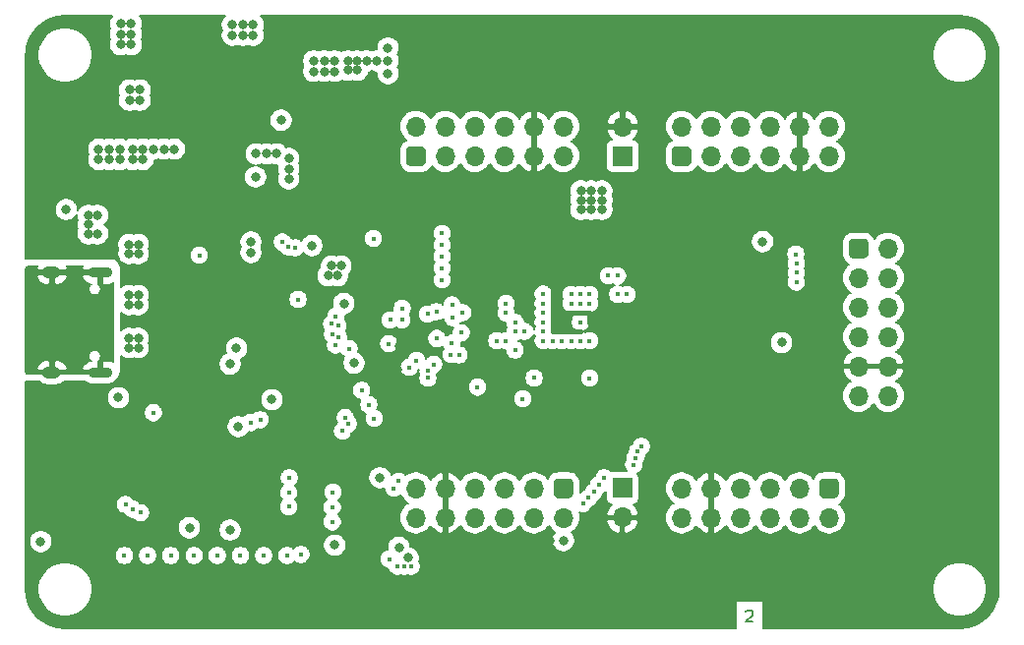
<source format=gbr>
G04 #@! TF.GenerationSoftware,KiCad,Pcbnew,5.1.4*
G04 #@! TF.CreationDate,2019-11-17T01:51:27+01:00*
G04 #@! TF.ProjectId,RevA,52657641-2e6b-4696-9361-645f70636258,rev?*
G04 #@! TF.SameCoordinates,Original*
G04 #@! TF.FileFunction,Copper,L2,Inr*
G04 #@! TF.FilePolarity,Positive*
%FSLAX46Y46*%
G04 Gerber Fmt 4.6, Leading zero omitted, Abs format (unit mm)*
G04 Created by KiCad (PCBNEW 5.1.4) date 2019-11-17 01:51:27*
%MOMM*%
%LPD*%
G04 APERTURE LIST*
%ADD10C,0.200000*%
%ADD11O,1.700000X1.700000*%
%ADD12C,0.100000*%
%ADD13C,1.700000*%
%ADD14O,2.100000X0.900000*%
%ADD15O,1.600000X1.000000*%
%ADD16R,1.700000X1.700000*%
%ADD17C,0.800000*%
%ADD18C,0.450000*%
%ADD19C,0.400000*%
G04 APERTURE END LIST*
D10*
X162614285Y-101897619D02*
X162661904Y-101850000D01*
X162757142Y-101802380D01*
X162995238Y-101802380D01*
X163090476Y-101850000D01*
X163138095Y-101897619D01*
X163185714Y-101992857D01*
X163185714Y-102088095D01*
X163138095Y-102230952D01*
X162566666Y-102802380D01*
X163185714Y-102802380D01*
D11*
X146900000Y-62700000D03*
X146900000Y-60160000D03*
X144360000Y-62700000D03*
X144360000Y-60160000D03*
X141820000Y-62700000D03*
X141820000Y-60160000D03*
X139280000Y-62700000D03*
X139280000Y-60160000D03*
X136740000Y-62700000D03*
X136740000Y-60160000D03*
D12*
G36*
X134666657Y-61852046D02*
G01*
X134707913Y-61858166D01*
X134748371Y-61868300D01*
X134787640Y-61882351D01*
X134825344Y-61900183D01*
X134861117Y-61921625D01*
X134894617Y-61946471D01*
X134925520Y-61974480D01*
X134953529Y-62005383D01*
X134978375Y-62038883D01*
X134999817Y-62074656D01*
X135017649Y-62112360D01*
X135031700Y-62151629D01*
X135041834Y-62192087D01*
X135047954Y-62233343D01*
X135050000Y-62275000D01*
X135050000Y-63125000D01*
X135047954Y-63166657D01*
X135041834Y-63207913D01*
X135031700Y-63248371D01*
X135017649Y-63287640D01*
X134999817Y-63325344D01*
X134978375Y-63361117D01*
X134953529Y-63394617D01*
X134925520Y-63425520D01*
X134894617Y-63453529D01*
X134861117Y-63478375D01*
X134825344Y-63499817D01*
X134787640Y-63517649D01*
X134748371Y-63531700D01*
X134707913Y-63541834D01*
X134666657Y-63547954D01*
X134625000Y-63550000D01*
X133775000Y-63550000D01*
X133733343Y-63547954D01*
X133692087Y-63541834D01*
X133651629Y-63531700D01*
X133612360Y-63517649D01*
X133574656Y-63499817D01*
X133538883Y-63478375D01*
X133505383Y-63453529D01*
X133474480Y-63425520D01*
X133446471Y-63394617D01*
X133421625Y-63361117D01*
X133400183Y-63325344D01*
X133382351Y-63287640D01*
X133368300Y-63248371D01*
X133358166Y-63207913D01*
X133352046Y-63166657D01*
X133350000Y-63125000D01*
X133350000Y-62275000D01*
X133352046Y-62233343D01*
X133358166Y-62192087D01*
X133368300Y-62151629D01*
X133382351Y-62112360D01*
X133400183Y-62074656D01*
X133421625Y-62038883D01*
X133446471Y-62005383D01*
X133474480Y-61974480D01*
X133505383Y-61946471D01*
X133538883Y-61921625D01*
X133574656Y-61900183D01*
X133612360Y-61882351D01*
X133651629Y-61868300D01*
X133692087Y-61858166D01*
X133733343Y-61852046D01*
X133775000Y-61850000D01*
X134625000Y-61850000D01*
X134666657Y-61852046D01*
X134666657Y-61852046D01*
G37*
D13*
X134200000Y-62700000D03*
D11*
X134200000Y-60160000D03*
X134200000Y-91300000D03*
X134200000Y-93840000D03*
X136740000Y-91300000D03*
X136740000Y-93840000D03*
X139280000Y-91300000D03*
X139280000Y-93840000D03*
X141820000Y-91300000D03*
X141820000Y-93840000D03*
X144360000Y-91300000D03*
X144360000Y-93840000D03*
D12*
G36*
X147366657Y-90452046D02*
G01*
X147407913Y-90458166D01*
X147448371Y-90468300D01*
X147487640Y-90482351D01*
X147525344Y-90500183D01*
X147561117Y-90521625D01*
X147594617Y-90546471D01*
X147625520Y-90574480D01*
X147653529Y-90605383D01*
X147678375Y-90638883D01*
X147699817Y-90674656D01*
X147717649Y-90712360D01*
X147731700Y-90751629D01*
X147741834Y-90792087D01*
X147747954Y-90833343D01*
X147750000Y-90875000D01*
X147750000Y-91725000D01*
X147747954Y-91766657D01*
X147741834Y-91807913D01*
X147731700Y-91848371D01*
X147717649Y-91887640D01*
X147699817Y-91925344D01*
X147678375Y-91961117D01*
X147653529Y-91994617D01*
X147625520Y-92025520D01*
X147594617Y-92053529D01*
X147561117Y-92078375D01*
X147525344Y-92099817D01*
X147487640Y-92117649D01*
X147448371Y-92131700D01*
X147407913Y-92141834D01*
X147366657Y-92147954D01*
X147325000Y-92150000D01*
X146475000Y-92150000D01*
X146433343Y-92147954D01*
X146392087Y-92141834D01*
X146351629Y-92131700D01*
X146312360Y-92117649D01*
X146274656Y-92099817D01*
X146238883Y-92078375D01*
X146205383Y-92053529D01*
X146174480Y-92025520D01*
X146146471Y-91994617D01*
X146121625Y-91961117D01*
X146100183Y-91925344D01*
X146082351Y-91887640D01*
X146068300Y-91848371D01*
X146058166Y-91807913D01*
X146052046Y-91766657D01*
X146050000Y-91725000D01*
X146050000Y-90875000D01*
X146052046Y-90833343D01*
X146058166Y-90792087D01*
X146068300Y-90751629D01*
X146082351Y-90712360D01*
X146100183Y-90674656D01*
X146121625Y-90638883D01*
X146146471Y-90605383D01*
X146174480Y-90574480D01*
X146205383Y-90546471D01*
X146238883Y-90521625D01*
X146274656Y-90500183D01*
X146312360Y-90482351D01*
X146351629Y-90468300D01*
X146392087Y-90458166D01*
X146433343Y-90452046D01*
X146475000Y-90450000D01*
X147325000Y-90450000D01*
X147366657Y-90452046D01*
X147366657Y-90452046D01*
G37*
D13*
X146900000Y-91300000D03*
D11*
X146900000Y-93840000D03*
X157060000Y-91300000D03*
X157060000Y-93840000D03*
X159600000Y-91300000D03*
X159600000Y-93840000D03*
X162140000Y-91300000D03*
X162140000Y-93840000D03*
X164680000Y-91300000D03*
X164680000Y-93840000D03*
X167220000Y-91300000D03*
X167220000Y-93840000D03*
D12*
G36*
X170226657Y-90452046D02*
G01*
X170267913Y-90458166D01*
X170308371Y-90468300D01*
X170347640Y-90482351D01*
X170385344Y-90500183D01*
X170421117Y-90521625D01*
X170454617Y-90546471D01*
X170485520Y-90574480D01*
X170513529Y-90605383D01*
X170538375Y-90638883D01*
X170559817Y-90674656D01*
X170577649Y-90712360D01*
X170591700Y-90751629D01*
X170601834Y-90792087D01*
X170607954Y-90833343D01*
X170610000Y-90875000D01*
X170610000Y-91725000D01*
X170607954Y-91766657D01*
X170601834Y-91807913D01*
X170591700Y-91848371D01*
X170577649Y-91887640D01*
X170559817Y-91925344D01*
X170538375Y-91961117D01*
X170513529Y-91994617D01*
X170485520Y-92025520D01*
X170454617Y-92053529D01*
X170421117Y-92078375D01*
X170385344Y-92099817D01*
X170347640Y-92117649D01*
X170308371Y-92131700D01*
X170267913Y-92141834D01*
X170226657Y-92147954D01*
X170185000Y-92150000D01*
X169335000Y-92150000D01*
X169293343Y-92147954D01*
X169252087Y-92141834D01*
X169211629Y-92131700D01*
X169172360Y-92117649D01*
X169134656Y-92099817D01*
X169098883Y-92078375D01*
X169065383Y-92053529D01*
X169034480Y-92025520D01*
X169006471Y-91994617D01*
X168981625Y-91961117D01*
X168960183Y-91925344D01*
X168942351Y-91887640D01*
X168928300Y-91848371D01*
X168918166Y-91807913D01*
X168912046Y-91766657D01*
X168910000Y-91725000D01*
X168910000Y-90875000D01*
X168912046Y-90833343D01*
X168918166Y-90792087D01*
X168928300Y-90751629D01*
X168942351Y-90712360D01*
X168960183Y-90674656D01*
X168981625Y-90638883D01*
X169006471Y-90605383D01*
X169034480Y-90574480D01*
X169065383Y-90546471D01*
X169098883Y-90521625D01*
X169134656Y-90500183D01*
X169172360Y-90482351D01*
X169211629Y-90468300D01*
X169252087Y-90458166D01*
X169293343Y-90452046D01*
X169335000Y-90450000D01*
X170185000Y-90450000D01*
X170226657Y-90452046D01*
X170226657Y-90452046D01*
G37*
D13*
X169760000Y-91300000D03*
D11*
X169760000Y-93840000D03*
X172300000Y-83350000D03*
X174840000Y-83350000D03*
X172300000Y-80810000D03*
X174840000Y-80810000D03*
X172300000Y-78270000D03*
X174840000Y-78270000D03*
X172300000Y-75730000D03*
X174840000Y-75730000D03*
X172300000Y-73190000D03*
X174840000Y-73190000D03*
D12*
G36*
X172766657Y-69802046D02*
G01*
X172807913Y-69808166D01*
X172848371Y-69818300D01*
X172887640Y-69832351D01*
X172925344Y-69850183D01*
X172961117Y-69871625D01*
X172994617Y-69896471D01*
X173025520Y-69924480D01*
X173053529Y-69955383D01*
X173078375Y-69988883D01*
X173099817Y-70024656D01*
X173117649Y-70062360D01*
X173131700Y-70101629D01*
X173141834Y-70142087D01*
X173147954Y-70183343D01*
X173150000Y-70225000D01*
X173150000Y-71075000D01*
X173147954Y-71116657D01*
X173141834Y-71157913D01*
X173131700Y-71198371D01*
X173117649Y-71237640D01*
X173099817Y-71275344D01*
X173078375Y-71311117D01*
X173053529Y-71344617D01*
X173025520Y-71375520D01*
X172994617Y-71403529D01*
X172961117Y-71428375D01*
X172925344Y-71449817D01*
X172887640Y-71467649D01*
X172848371Y-71481700D01*
X172807913Y-71491834D01*
X172766657Y-71497954D01*
X172725000Y-71500000D01*
X171875000Y-71500000D01*
X171833343Y-71497954D01*
X171792087Y-71491834D01*
X171751629Y-71481700D01*
X171712360Y-71467649D01*
X171674656Y-71449817D01*
X171638883Y-71428375D01*
X171605383Y-71403529D01*
X171574480Y-71375520D01*
X171546471Y-71344617D01*
X171521625Y-71311117D01*
X171500183Y-71275344D01*
X171482351Y-71237640D01*
X171468300Y-71198371D01*
X171458166Y-71157913D01*
X171452046Y-71116657D01*
X171450000Y-71075000D01*
X171450000Y-70225000D01*
X171452046Y-70183343D01*
X171458166Y-70142087D01*
X171468300Y-70101629D01*
X171482351Y-70062360D01*
X171500183Y-70024656D01*
X171521625Y-69988883D01*
X171546471Y-69955383D01*
X171574480Y-69924480D01*
X171605383Y-69896471D01*
X171638883Y-69871625D01*
X171674656Y-69850183D01*
X171712360Y-69832351D01*
X171751629Y-69818300D01*
X171792087Y-69808166D01*
X171833343Y-69802046D01*
X171875000Y-69800000D01*
X172725000Y-69800000D01*
X172766657Y-69802046D01*
X172766657Y-69802046D01*
G37*
D13*
X172300000Y-70650000D03*
D11*
X174840000Y-70650000D03*
X169760000Y-62700000D03*
X169760000Y-60160000D03*
X167220000Y-62700000D03*
X167220000Y-60160000D03*
X164680000Y-62700000D03*
X164680000Y-60160000D03*
X162140000Y-62700000D03*
X162140000Y-60160000D03*
X159600000Y-62700000D03*
X159600000Y-60160000D03*
D12*
G36*
X157526657Y-61852046D02*
G01*
X157567913Y-61858166D01*
X157608371Y-61868300D01*
X157647640Y-61882351D01*
X157685344Y-61900183D01*
X157721117Y-61921625D01*
X157754617Y-61946471D01*
X157785520Y-61974480D01*
X157813529Y-62005383D01*
X157838375Y-62038883D01*
X157859817Y-62074656D01*
X157877649Y-62112360D01*
X157891700Y-62151629D01*
X157901834Y-62192087D01*
X157907954Y-62233343D01*
X157910000Y-62275000D01*
X157910000Y-63125000D01*
X157907954Y-63166657D01*
X157901834Y-63207913D01*
X157891700Y-63248371D01*
X157877649Y-63287640D01*
X157859817Y-63325344D01*
X157838375Y-63361117D01*
X157813529Y-63394617D01*
X157785520Y-63425520D01*
X157754617Y-63453529D01*
X157721117Y-63478375D01*
X157685344Y-63499817D01*
X157647640Y-63517649D01*
X157608371Y-63531700D01*
X157567913Y-63541834D01*
X157526657Y-63547954D01*
X157485000Y-63550000D01*
X156635000Y-63550000D01*
X156593343Y-63547954D01*
X156552087Y-63541834D01*
X156511629Y-63531700D01*
X156472360Y-63517649D01*
X156434656Y-63499817D01*
X156398883Y-63478375D01*
X156365383Y-63453529D01*
X156334480Y-63425520D01*
X156306471Y-63394617D01*
X156281625Y-63361117D01*
X156260183Y-63325344D01*
X156242351Y-63287640D01*
X156228300Y-63248371D01*
X156218166Y-63207913D01*
X156212046Y-63166657D01*
X156210000Y-63125000D01*
X156210000Y-62275000D01*
X156212046Y-62233343D01*
X156218166Y-62192087D01*
X156228300Y-62151629D01*
X156242351Y-62112360D01*
X156260183Y-62074656D01*
X156281625Y-62038883D01*
X156306471Y-62005383D01*
X156334480Y-61974480D01*
X156365383Y-61946471D01*
X156398883Y-61921625D01*
X156434656Y-61900183D01*
X156472360Y-61882351D01*
X156511629Y-61868300D01*
X156552087Y-61858166D01*
X156593343Y-61852046D01*
X156635000Y-61850000D01*
X157485000Y-61850000D01*
X157526657Y-61852046D01*
X157526657Y-61852046D01*
G37*
D13*
X157060000Y-62700000D03*
D11*
X157060000Y-60160000D03*
D14*
X107010000Y-81320000D03*
X107010000Y-72680000D03*
D15*
X102830000Y-81320000D03*
X102830000Y-72680000D03*
D11*
X151970840Y-93830000D03*
D16*
X151970840Y-91290000D03*
D11*
X152000000Y-60160000D03*
D16*
X152000000Y-62700000D03*
D17*
X109500000Y-80600000D03*
X110300000Y-80600000D03*
X110300000Y-81400000D03*
X109500000Y-81400000D03*
X110300000Y-72600000D03*
X109500000Y-72600000D03*
X110300000Y-73400000D03*
X109500000Y-73400000D03*
X102500000Y-69000000D03*
X103500000Y-69000000D03*
X104500000Y-69000000D03*
X116150000Y-58650000D03*
X117050000Y-58650000D03*
D18*
X145950000Y-77800000D03*
X146750000Y-77800000D03*
X147550000Y-77800000D03*
X148350000Y-77800000D03*
X149150000Y-77000000D03*
X149150000Y-76200000D03*
X147550000Y-76200000D03*
X146750000Y-76200000D03*
X145950000Y-76200000D03*
X145950000Y-75400000D03*
X145949999Y-74580401D03*
X150750000Y-81800000D03*
X147550000Y-82600000D03*
D17*
X117800000Y-68200000D03*
X117800000Y-69100000D03*
X121250000Y-70300000D03*
X132150000Y-70550000D03*
X132150000Y-71400000D03*
X133050000Y-70550000D03*
X117050000Y-59500000D03*
X116150000Y-59500000D03*
X121900000Y-64000000D03*
X119650000Y-74075000D03*
X119650000Y-74925000D03*
X118750000Y-74925000D03*
X118750000Y-74075000D03*
X113150000Y-70650000D03*
X117800000Y-83200000D03*
X104100000Y-90000000D03*
X104050000Y-86000000D03*
D18*
X141149998Y-80200000D03*
D17*
X124650000Y-66350000D03*
X132750000Y-79100000D03*
D18*
X140750000Y-83550000D03*
X142750000Y-82600000D03*
D17*
X132275000Y-82200000D03*
X129600000Y-68100000D03*
D18*
X143550006Y-72200000D03*
X140300000Y-74600000D03*
D17*
X114300000Y-54800000D03*
X115200000Y-54800000D03*
X116100000Y-54800000D03*
X117000000Y-54800000D03*
D18*
X132550000Y-84250000D03*
X138050000Y-74350000D03*
D17*
X123399994Y-94200000D03*
X153050000Y-67400006D03*
X153050000Y-66400000D03*
X132600000Y-81100000D03*
X130000002Y-96500000D03*
D18*
X152918819Y-83381199D03*
D17*
X101700000Y-101400000D03*
X145700000Y-95800000D03*
X157550000Y-81900000D03*
X166925000Y-80750000D03*
X124722178Y-85909490D03*
D18*
X123050000Y-86650000D03*
D17*
X131800000Y-51500000D03*
X132700000Y-51500000D03*
X134500000Y-51500000D03*
X133600000Y-51500000D03*
X125100000Y-59300000D03*
X126000000Y-59300000D03*
X126900000Y-59300000D03*
X127800000Y-59300000D03*
X128700000Y-59300000D03*
X129600000Y-59300000D03*
X110200000Y-66300000D03*
X111200000Y-66300000D03*
X112200000Y-66300000D03*
X101150000Y-61650000D03*
X102050000Y-62500000D03*
X102050000Y-61650000D03*
X101150000Y-62500000D03*
D18*
X146750000Y-72180403D03*
X149959499Y-72190501D03*
D17*
X137525000Y-83775000D03*
X157500000Y-75250000D03*
D18*
X153340000Y-70734496D03*
D17*
X165890000Y-69130000D03*
D18*
X140206298Y-70500000D03*
D17*
X118400000Y-51400000D03*
X119300000Y-51400000D03*
X120200000Y-51400000D03*
X119300000Y-52300000D03*
X120200000Y-52300000D03*
X118400000Y-52300000D03*
D18*
X145150000Y-75400000D03*
X148350000Y-78600000D03*
X147550000Y-74600000D03*
X147550000Y-75400000D03*
X149150000Y-75400000D03*
X149150000Y-74600000D03*
X145149999Y-74580401D03*
X145150000Y-78600000D03*
X145950000Y-78600000D03*
X146750000Y-78600000D03*
X147550000Y-78600000D03*
D17*
X120000000Y-70100000D03*
X120000000Y-71000000D03*
X125250000Y-70400000D03*
X118750000Y-79250000D03*
X114700000Y-94700000D03*
D18*
X130550000Y-69800000D03*
X130149998Y-84100000D03*
D17*
X131099980Y-90400000D03*
X118200000Y-94900000D03*
X101900000Y-95900000D03*
X118900006Y-86000000D03*
X127200000Y-96200000D03*
X146900000Y-95800000D03*
X165675000Y-78750000D03*
X121800000Y-83675000D03*
D18*
X149150000Y-78600000D03*
D17*
X104100000Y-67300000D03*
X120400000Y-64500000D03*
X109800000Y-62100000D03*
X109800000Y-63000000D03*
X110700000Y-63000000D03*
X110700000Y-62100000D03*
X111600000Y-62100000D03*
X112500000Y-62100000D03*
X113400000Y-62100000D03*
X109550000Y-57900000D03*
X109550000Y-57000000D03*
X110450000Y-57000000D03*
X110450000Y-57900000D03*
X164040000Y-70060000D03*
X127999996Y-75400000D03*
X128875000Y-80525000D03*
X131800000Y-55600000D03*
X129150000Y-55300000D03*
X131800000Y-53400000D03*
X129150000Y-54500000D03*
X131800000Y-54500000D03*
X130850000Y-54500000D03*
X128350000Y-55300000D03*
X129950000Y-54500000D03*
X128350000Y-54500000D03*
D18*
X148350000Y-77000000D03*
X148350000Y-75400000D03*
X148350000Y-74600000D03*
X145150000Y-77800000D03*
X145150000Y-77000000D03*
X145150000Y-76200000D03*
D17*
X150200000Y-67300000D03*
X149300000Y-67300000D03*
X150200000Y-66500000D03*
X149300000Y-66500000D03*
X150200000Y-65700000D03*
X149300000Y-65700000D03*
X148400000Y-67300000D03*
X148400000Y-65700000D03*
X148400000Y-66500000D03*
X122600000Y-59600000D03*
X106000000Y-67800000D03*
X106800000Y-67800000D03*
X106000000Y-68600000D03*
X106000000Y-69400000D03*
X106800000Y-69400000D03*
X108800000Y-51300000D03*
X108800000Y-53100000D03*
X109700000Y-52200000D03*
X109700000Y-51300000D03*
X108800000Y-52200000D03*
X125400000Y-55400000D03*
X126300000Y-54500000D03*
X127200000Y-54500000D03*
X126300000Y-55400000D03*
X125400000Y-54500000D03*
X109700000Y-53100000D03*
X127200000Y-55400000D03*
X106900000Y-63000000D03*
X107800000Y-62100000D03*
X108700000Y-62100000D03*
X107800000Y-63000000D03*
X106900000Y-62100000D03*
X108700000Y-63000000D03*
X109500000Y-79200000D03*
X110300000Y-79200000D03*
X110300000Y-78400000D03*
X109500000Y-78400000D03*
X110300000Y-75500000D03*
X109500000Y-75500000D03*
X110300000Y-74700000D03*
X109500000Y-74700000D03*
X109500000Y-71100000D03*
X110300000Y-70300000D03*
X109500000Y-70300000D03*
X110300000Y-71100000D03*
X123250000Y-62900000D03*
X123250000Y-64650000D03*
X123250000Y-63800000D03*
X127750000Y-72150000D03*
X126950000Y-72150000D03*
X121350000Y-62500000D03*
X122200000Y-62500000D03*
X120450000Y-62500000D03*
X127450000Y-73000000D03*
X126650000Y-73000000D03*
D18*
X141949999Y-75400000D03*
X134249998Y-80300000D03*
X136450000Y-71350000D03*
X136450000Y-70350000D03*
X136450000Y-73350000D03*
X136450000Y-72350000D03*
X144369598Y-81800000D03*
X133018037Y-75809490D03*
X133625000Y-80900000D03*
X135250000Y-81197987D03*
X123300000Y-90400000D03*
X127299955Y-76478478D03*
X123250000Y-91699970D03*
X137307493Y-75514969D03*
X131970748Y-76809490D03*
X126940496Y-77147109D03*
X143550000Y-77800000D03*
X137273422Y-78823422D03*
X123250000Y-92900000D03*
X127494188Y-77309490D03*
X127000000Y-94200000D03*
X127025624Y-78050361D03*
X137371816Y-76615805D03*
X136000000Y-78400000D03*
X142749999Y-77819599D03*
X127000000Y-92950000D03*
X127534490Y-78322386D03*
X138100000Y-77899998D03*
X141950000Y-76200000D03*
X131850000Y-78850000D03*
X127049998Y-91650000D03*
X127276565Y-78961055D03*
X138212034Y-76184490D03*
X132998418Y-76809490D03*
X139500000Y-82600000D03*
X135731312Y-80631308D03*
X142750000Y-77019598D03*
X129534454Y-82873002D03*
X141150000Y-78600000D03*
X137200000Y-79800000D03*
X135224992Y-81800000D03*
X141950000Y-78600000D03*
X130600000Y-85300000D03*
X137900000Y-79825000D03*
X142730414Y-79399997D03*
X124050000Y-75049994D03*
X135949827Y-76102389D03*
X128450001Y-79275000D03*
X135200000Y-76300000D03*
X136450000Y-69350000D03*
X120800000Y-85400000D03*
X119965794Y-85649629D03*
X152350000Y-74600000D03*
X166950000Y-73550000D03*
X151550000Y-73000000D03*
X166949996Y-71950000D03*
X151569598Y-74600000D03*
X166949994Y-72750000D03*
X150750000Y-73000000D03*
X166900000Y-71150006D03*
D17*
X108600000Y-83500000D03*
X118200000Y-80600004D03*
D18*
X109200000Y-92700000D03*
X122700000Y-70100000D03*
X109800000Y-93100000D03*
X123200000Y-70500000D03*
X110500000Y-93400000D03*
X123800000Y-70600000D03*
X123100000Y-97100000D03*
X149050000Y-92125000D03*
X121100000Y-97100000D03*
X149500000Y-91625000D03*
X119100000Y-97100000D03*
X149950000Y-91000000D03*
X117100000Y-97100000D03*
X150400000Y-90399998D03*
X115100000Y-97100000D03*
X152942701Y-89271818D03*
X113100000Y-97100000D03*
X153074523Y-88710066D03*
X111100000Y-97100000D03*
X153253792Y-88161608D03*
X109100000Y-97100000D03*
X153600000Y-87699996D03*
X124300000Y-97000000D03*
X149150000Y-81819597D03*
X148575000Y-92625000D03*
X143400010Y-83600000D03*
X133800000Y-98006413D03*
X128110934Y-85223555D03*
D17*
X132744530Y-96399991D03*
D18*
X132300000Y-91300000D03*
X132588794Y-98006413D03*
X127875000Y-86375000D03*
X131900000Y-97400000D03*
X132715500Y-90700000D03*
X133165807Y-98006413D03*
D17*
X133531652Y-97303909D03*
D18*
X128370398Y-85738939D03*
X111600000Y-84800000D03*
X115550004Y-71250000D03*
D19*
X145949999Y-74580401D02*
X145950000Y-74262202D01*
X145950000Y-74262202D02*
X145950000Y-73600000D01*
X147550000Y-76200000D02*
X145950000Y-76200000D01*
X147550000Y-76200000D02*
X149150000Y-76200000D01*
X149150000Y-76200000D02*
X149150000Y-77000000D01*
X145949999Y-77799999D02*
X145950000Y-77800000D01*
X145949999Y-74580401D02*
X145949999Y-77799999D01*
X145950000Y-77800000D02*
X148350000Y-77800000D01*
D10*
G36*
X108023249Y-50662537D02*
G01*
X107913811Y-50826322D01*
X107838429Y-51008311D01*
X107800000Y-51201509D01*
X107800000Y-51398491D01*
X107838429Y-51591689D01*
X107904003Y-51750000D01*
X107838429Y-51908311D01*
X107800000Y-52101509D01*
X107800000Y-52298491D01*
X107838429Y-52491689D01*
X107904003Y-52650000D01*
X107838429Y-52808311D01*
X107800000Y-53001509D01*
X107800000Y-53198491D01*
X107838429Y-53391689D01*
X107913811Y-53573678D01*
X108023249Y-53737463D01*
X108162537Y-53876751D01*
X108326322Y-53986189D01*
X108508311Y-54061571D01*
X108701509Y-54100000D01*
X108898491Y-54100000D01*
X109091689Y-54061571D01*
X109250000Y-53995997D01*
X109408311Y-54061571D01*
X109601509Y-54100000D01*
X109798491Y-54100000D01*
X109991689Y-54061571D01*
X110173678Y-53986189D01*
X110337463Y-53876751D01*
X110476751Y-53737463D01*
X110586189Y-53573678D01*
X110661571Y-53391689D01*
X110700000Y-53198491D01*
X110700000Y-53001509D01*
X110661571Y-52808311D01*
X110595997Y-52650000D01*
X110661571Y-52491689D01*
X110700000Y-52298491D01*
X110700000Y-52101509D01*
X110661571Y-51908311D01*
X110595997Y-51750000D01*
X110661571Y-51591689D01*
X110700000Y-51398491D01*
X110700000Y-51201509D01*
X110661571Y-51008311D01*
X110586189Y-50826322D01*
X110476751Y-50662537D01*
X110439214Y-50625000D01*
X117760786Y-50625000D01*
X117623249Y-50762537D01*
X117513811Y-50926322D01*
X117438429Y-51108311D01*
X117400000Y-51301509D01*
X117400000Y-51498491D01*
X117438429Y-51691689D01*
X117504003Y-51850000D01*
X117438429Y-52008311D01*
X117400000Y-52201509D01*
X117400000Y-52398491D01*
X117438429Y-52591689D01*
X117513811Y-52773678D01*
X117623249Y-52937463D01*
X117762537Y-53076751D01*
X117926322Y-53186189D01*
X118108311Y-53261571D01*
X118301509Y-53300000D01*
X118498491Y-53300000D01*
X118691689Y-53261571D01*
X118850000Y-53195997D01*
X119008311Y-53261571D01*
X119201509Y-53300000D01*
X119398491Y-53300000D01*
X119591689Y-53261571D01*
X119750000Y-53195997D01*
X119908311Y-53261571D01*
X120101509Y-53300000D01*
X120298491Y-53300000D01*
X120491689Y-53261571D01*
X120673678Y-53186189D01*
X120837463Y-53076751D01*
X120976751Y-52937463D01*
X121086189Y-52773678D01*
X121161571Y-52591689D01*
X121200000Y-52398491D01*
X121200000Y-52201509D01*
X121161571Y-52008311D01*
X121095997Y-51850000D01*
X121161571Y-51691689D01*
X121200000Y-51498491D01*
X121200000Y-51301509D01*
X121161571Y-51108311D01*
X121086189Y-50926322D01*
X120976751Y-50762537D01*
X120839214Y-50625000D01*
X180969434Y-50625000D01*
X181654956Y-50692216D01*
X182284973Y-50882429D01*
X182866037Y-51191386D01*
X183376029Y-51607325D01*
X183795518Y-52114402D01*
X184108525Y-52693295D01*
X184303131Y-53321964D01*
X184375000Y-54005752D01*
X184375001Y-99969424D01*
X184307784Y-100654956D01*
X184117571Y-101284973D01*
X183808614Y-101866036D01*
X183392677Y-102376027D01*
X182885598Y-102795518D01*
X182306706Y-103108525D01*
X181678035Y-103303131D01*
X180994248Y-103375000D01*
X164076191Y-103375000D01*
X164076191Y-100980000D01*
X161723810Y-100980000D01*
X161723810Y-103375000D01*
X104030566Y-103375000D01*
X103345044Y-103307784D01*
X102715027Y-103117571D01*
X102133964Y-102808614D01*
X101623973Y-102392677D01*
X101204482Y-101885598D01*
X100891475Y-101306706D01*
X100696869Y-100678035D01*
X100625000Y-99994248D01*
X100625000Y-99768545D01*
X101650000Y-99768545D01*
X101650000Y-100231455D01*
X101740309Y-100685470D01*
X101917457Y-101113143D01*
X102174636Y-101498038D01*
X102501962Y-101825364D01*
X102886857Y-102082543D01*
X103314530Y-102259691D01*
X103768545Y-102350000D01*
X104231455Y-102350000D01*
X104685470Y-102259691D01*
X105113143Y-102082543D01*
X105498038Y-101825364D01*
X105825364Y-101498038D01*
X106082543Y-101113143D01*
X106259691Y-100685470D01*
X106350000Y-100231455D01*
X106350000Y-99768545D01*
X178650000Y-99768545D01*
X178650000Y-100231455D01*
X178740309Y-100685470D01*
X178917457Y-101113143D01*
X179174636Y-101498038D01*
X179501962Y-101825364D01*
X179886857Y-102082543D01*
X180314530Y-102259691D01*
X180768545Y-102350000D01*
X181231455Y-102350000D01*
X181685470Y-102259691D01*
X182113143Y-102082543D01*
X182498038Y-101825364D01*
X182825364Y-101498038D01*
X183082543Y-101113143D01*
X183259691Y-100685470D01*
X183350000Y-100231455D01*
X183350000Y-99768545D01*
X183259691Y-99314530D01*
X183082543Y-98886857D01*
X182825364Y-98501962D01*
X182498038Y-98174636D01*
X182113143Y-97917457D01*
X181685470Y-97740309D01*
X181231455Y-97650000D01*
X180768545Y-97650000D01*
X180314530Y-97740309D01*
X179886857Y-97917457D01*
X179501962Y-98174636D01*
X179174636Y-98501962D01*
X178917457Y-98886857D01*
X178740309Y-99314530D01*
X178650000Y-99768545D01*
X106350000Y-99768545D01*
X106259691Y-99314530D01*
X106082543Y-98886857D01*
X105825364Y-98501962D01*
X105498038Y-98174636D01*
X105113143Y-97917457D01*
X104685470Y-97740309D01*
X104231455Y-97650000D01*
X103768545Y-97650000D01*
X103314530Y-97740309D01*
X102886857Y-97917457D01*
X102501962Y-98174636D01*
X102174636Y-98501962D01*
X101917457Y-98886857D01*
X101740309Y-99314530D01*
X101650000Y-99768545D01*
X100625000Y-99768545D01*
X100625000Y-97018745D01*
X108275000Y-97018745D01*
X108275000Y-97181255D01*
X108306704Y-97340644D01*
X108368894Y-97490784D01*
X108459181Y-97625907D01*
X108574093Y-97740819D01*
X108709216Y-97831106D01*
X108859356Y-97893296D01*
X109018745Y-97925000D01*
X109181255Y-97925000D01*
X109340644Y-97893296D01*
X109490784Y-97831106D01*
X109625907Y-97740819D01*
X109740819Y-97625907D01*
X109831106Y-97490784D01*
X109893296Y-97340644D01*
X109925000Y-97181255D01*
X109925000Y-97018745D01*
X110275000Y-97018745D01*
X110275000Y-97181255D01*
X110306704Y-97340644D01*
X110368894Y-97490784D01*
X110459181Y-97625907D01*
X110574093Y-97740819D01*
X110709216Y-97831106D01*
X110859356Y-97893296D01*
X111018745Y-97925000D01*
X111181255Y-97925000D01*
X111340644Y-97893296D01*
X111490784Y-97831106D01*
X111625907Y-97740819D01*
X111740819Y-97625907D01*
X111831106Y-97490784D01*
X111893296Y-97340644D01*
X111925000Y-97181255D01*
X111925000Y-97018745D01*
X112275000Y-97018745D01*
X112275000Y-97181255D01*
X112306704Y-97340644D01*
X112368894Y-97490784D01*
X112459181Y-97625907D01*
X112574093Y-97740819D01*
X112709216Y-97831106D01*
X112859356Y-97893296D01*
X113018745Y-97925000D01*
X113181255Y-97925000D01*
X113340644Y-97893296D01*
X113490784Y-97831106D01*
X113625907Y-97740819D01*
X113740819Y-97625907D01*
X113831106Y-97490784D01*
X113893296Y-97340644D01*
X113925000Y-97181255D01*
X113925000Y-97018745D01*
X114275000Y-97018745D01*
X114275000Y-97181255D01*
X114306704Y-97340644D01*
X114368894Y-97490784D01*
X114459181Y-97625907D01*
X114574093Y-97740819D01*
X114709216Y-97831106D01*
X114859356Y-97893296D01*
X115018745Y-97925000D01*
X115181255Y-97925000D01*
X115340644Y-97893296D01*
X115490784Y-97831106D01*
X115625907Y-97740819D01*
X115740819Y-97625907D01*
X115831106Y-97490784D01*
X115893296Y-97340644D01*
X115925000Y-97181255D01*
X115925000Y-97018745D01*
X116275000Y-97018745D01*
X116275000Y-97181255D01*
X116306704Y-97340644D01*
X116368894Y-97490784D01*
X116459181Y-97625907D01*
X116574093Y-97740819D01*
X116709216Y-97831106D01*
X116859356Y-97893296D01*
X117018745Y-97925000D01*
X117181255Y-97925000D01*
X117340644Y-97893296D01*
X117490784Y-97831106D01*
X117625907Y-97740819D01*
X117740819Y-97625907D01*
X117831106Y-97490784D01*
X117893296Y-97340644D01*
X117925000Y-97181255D01*
X117925000Y-97018745D01*
X118275000Y-97018745D01*
X118275000Y-97181255D01*
X118306704Y-97340644D01*
X118368894Y-97490784D01*
X118459181Y-97625907D01*
X118574093Y-97740819D01*
X118709216Y-97831106D01*
X118859356Y-97893296D01*
X119018745Y-97925000D01*
X119181255Y-97925000D01*
X119340644Y-97893296D01*
X119490784Y-97831106D01*
X119625907Y-97740819D01*
X119740819Y-97625907D01*
X119831106Y-97490784D01*
X119893296Y-97340644D01*
X119925000Y-97181255D01*
X119925000Y-97018745D01*
X120275000Y-97018745D01*
X120275000Y-97181255D01*
X120306704Y-97340644D01*
X120368894Y-97490784D01*
X120459181Y-97625907D01*
X120574093Y-97740819D01*
X120709216Y-97831106D01*
X120859356Y-97893296D01*
X121018745Y-97925000D01*
X121181255Y-97925000D01*
X121340644Y-97893296D01*
X121490784Y-97831106D01*
X121625907Y-97740819D01*
X121740819Y-97625907D01*
X121831106Y-97490784D01*
X121893296Y-97340644D01*
X121925000Y-97181255D01*
X121925000Y-97018745D01*
X122275000Y-97018745D01*
X122275000Y-97181255D01*
X122306704Y-97340644D01*
X122368894Y-97490784D01*
X122459181Y-97625907D01*
X122574093Y-97740819D01*
X122709216Y-97831106D01*
X122859356Y-97893296D01*
X123018745Y-97925000D01*
X123181255Y-97925000D01*
X123340644Y-97893296D01*
X123490784Y-97831106D01*
X123625907Y-97740819D01*
X123740819Y-97625907D01*
X123748174Y-97614900D01*
X123774093Y-97640819D01*
X123909216Y-97731106D01*
X124059356Y-97793296D01*
X124218745Y-97825000D01*
X124381255Y-97825000D01*
X124540644Y-97793296D01*
X124690784Y-97731106D01*
X124825907Y-97640819D01*
X124940819Y-97525907D01*
X125031106Y-97390784D01*
X125060945Y-97318745D01*
X131075000Y-97318745D01*
X131075000Y-97481255D01*
X131106704Y-97640644D01*
X131168894Y-97790784D01*
X131259181Y-97925907D01*
X131374093Y-98040819D01*
X131509216Y-98131106D01*
X131659356Y-98193296D01*
X131789972Y-98219277D01*
X131795498Y-98247057D01*
X131857688Y-98397197D01*
X131947975Y-98532320D01*
X132062887Y-98647232D01*
X132198010Y-98737519D01*
X132348150Y-98799709D01*
X132507539Y-98831413D01*
X132670049Y-98831413D01*
X132829438Y-98799709D01*
X132877301Y-98779884D01*
X132925163Y-98799709D01*
X133084552Y-98831413D01*
X133247062Y-98831413D01*
X133406451Y-98799709D01*
X133482904Y-98768041D01*
X133559356Y-98799709D01*
X133718745Y-98831413D01*
X133881255Y-98831413D01*
X134040644Y-98799709D01*
X134190784Y-98737519D01*
X134325907Y-98647232D01*
X134440819Y-98532320D01*
X134531106Y-98397197D01*
X134593296Y-98247057D01*
X134625000Y-98087668D01*
X134625000Y-97925158D01*
X134593296Y-97765769D01*
X134531106Y-97615629D01*
X134498843Y-97567344D01*
X134531652Y-97402400D01*
X134531652Y-97205418D01*
X134493223Y-97012220D01*
X134417841Y-96830231D01*
X134308403Y-96666446D01*
X134169115Y-96527158D01*
X134005330Y-96417720D01*
X133823341Y-96342338D01*
X133744530Y-96326662D01*
X133744530Y-96301500D01*
X133706101Y-96108302D01*
X133630719Y-95926313D01*
X133521281Y-95762528D01*
X133381993Y-95623240D01*
X133218208Y-95513802D01*
X133036219Y-95438420D01*
X132843021Y-95399991D01*
X132646039Y-95399991D01*
X132452841Y-95438420D01*
X132270852Y-95513802D01*
X132107067Y-95623240D01*
X131967779Y-95762528D01*
X131858341Y-95926313D01*
X131782959Y-96108302D01*
X131744530Y-96301500D01*
X131744530Y-96498482D01*
X131761995Y-96586288D01*
X131659356Y-96606704D01*
X131509216Y-96668894D01*
X131374093Y-96759181D01*
X131259181Y-96874093D01*
X131168894Y-97009216D01*
X131106704Y-97159356D01*
X131075000Y-97318745D01*
X125060945Y-97318745D01*
X125093296Y-97240644D01*
X125125000Y-97081255D01*
X125125000Y-96918745D01*
X125093296Y-96759356D01*
X125031106Y-96609216D01*
X124940819Y-96474093D01*
X124825907Y-96359181D01*
X124690784Y-96268894D01*
X124540644Y-96206704D01*
X124381255Y-96175000D01*
X124218745Y-96175000D01*
X124059356Y-96206704D01*
X123909216Y-96268894D01*
X123774093Y-96359181D01*
X123659181Y-96474093D01*
X123651826Y-96485100D01*
X123625907Y-96459181D01*
X123490784Y-96368894D01*
X123340644Y-96306704D01*
X123181255Y-96275000D01*
X123018745Y-96275000D01*
X122859356Y-96306704D01*
X122709216Y-96368894D01*
X122574093Y-96459181D01*
X122459181Y-96574093D01*
X122368894Y-96709216D01*
X122306704Y-96859356D01*
X122275000Y-97018745D01*
X121925000Y-97018745D01*
X121893296Y-96859356D01*
X121831106Y-96709216D01*
X121740819Y-96574093D01*
X121625907Y-96459181D01*
X121490784Y-96368894D01*
X121340644Y-96306704D01*
X121181255Y-96275000D01*
X121018745Y-96275000D01*
X120859356Y-96306704D01*
X120709216Y-96368894D01*
X120574093Y-96459181D01*
X120459181Y-96574093D01*
X120368894Y-96709216D01*
X120306704Y-96859356D01*
X120275000Y-97018745D01*
X119925000Y-97018745D01*
X119893296Y-96859356D01*
X119831106Y-96709216D01*
X119740819Y-96574093D01*
X119625907Y-96459181D01*
X119490784Y-96368894D01*
X119340644Y-96306704D01*
X119181255Y-96275000D01*
X119018745Y-96275000D01*
X118859356Y-96306704D01*
X118709216Y-96368894D01*
X118574093Y-96459181D01*
X118459181Y-96574093D01*
X118368894Y-96709216D01*
X118306704Y-96859356D01*
X118275000Y-97018745D01*
X117925000Y-97018745D01*
X117893296Y-96859356D01*
X117831106Y-96709216D01*
X117740819Y-96574093D01*
X117625907Y-96459181D01*
X117490784Y-96368894D01*
X117340644Y-96306704D01*
X117181255Y-96275000D01*
X117018745Y-96275000D01*
X116859356Y-96306704D01*
X116709216Y-96368894D01*
X116574093Y-96459181D01*
X116459181Y-96574093D01*
X116368894Y-96709216D01*
X116306704Y-96859356D01*
X116275000Y-97018745D01*
X115925000Y-97018745D01*
X115893296Y-96859356D01*
X115831106Y-96709216D01*
X115740819Y-96574093D01*
X115625907Y-96459181D01*
X115490784Y-96368894D01*
X115340644Y-96306704D01*
X115181255Y-96275000D01*
X115018745Y-96275000D01*
X114859356Y-96306704D01*
X114709216Y-96368894D01*
X114574093Y-96459181D01*
X114459181Y-96574093D01*
X114368894Y-96709216D01*
X114306704Y-96859356D01*
X114275000Y-97018745D01*
X113925000Y-97018745D01*
X113893296Y-96859356D01*
X113831106Y-96709216D01*
X113740819Y-96574093D01*
X113625907Y-96459181D01*
X113490784Y-96368894D01*
X113340644Y-96306704D01*
X113181255Y-96275000D01*
X113018745Y-96275000D01*
X112859356Y-96306704D01*
X112709216Y-96368894D01*
X112574093Y-96459181D01*
X112459181Y-96574093D01*
X112368894Y-96709216D01*
X112306704Y-96859356D01*
X112275000Y-97018745D01*
X111925000Y-97018745D01*
X111893296Y-96859356D01*
X111831106Y-96709216D01*
X111740819Y-96574093D01*
X111625907Y-96459181D01*
X111490784Y-96368894D01*
X111340644Y-96306704D01*
X111181255Y-96275000D01*
X111018745Y-96275000D01*
X110859356Y-96306704D01*
X110709216Y-96368894D01*
X110574093Y-96459181D01*
X110459181Y-96574093D01*
X110368894Y-96709216D01*
X110306704Y-96859356D01*
X110275000Y-97018745D01*
X109925000Y-97018745D01*
X109893296Y-96859356D01*
X109831106Y-96709216D01*
X109740819Y-96574093D01*
X109625907Y-96459181D01*
X109490784Y-96368894D01*
X109340644Y-96306704D01*
X109181255Y-96275000D01*
X109018745Y-96275000D01*
X108859356Y-96306704D01*
X108709216Y-96368894D01*
X108574093Y-96459181D01*
X108459181Y-96574093D01*
X108368894Y-96709216D01*
X108306704Y-96859356D01*
X108275000Y-97018745D01*
X100625000Y-97018745D01*
X100625000Y-95801509D01*
X100900000Y-95801509D01*
X100900000Y-95998491D01*
X100938429Y-96191689D01*
X101013811Y-96373678D01*
X101123249Y-96537463D01*
X101262537Y-96676751D01*
X101426322Y-96786189D01*
X101608311Y-96861571D01*
X101801509Y-96900000D01*
X101998491Y-96900000D01*
X102191689Y-96861571D01*
X102373678Y-96786189D01*
X102537463Y-96676751D01*
X102676751Y-96537463D01*
X102786189Y-96373678D01*
X102861571Y-96191689D01*
X102879508Y-96101509D01*
X126200000Y-96101509D01*
X126200000Y-96298491D01*
X126238429Y-96491689D01*
X126313811Y-96673678D01*
X126423249Y-96837463D01*
X126562537Y-96976751D01*
X126726322Y-97086189D01*
X126908311Y-97161571D01*
X127101509Y-97200000D01*
X127298491Y-97200000D01*
X127491689Y-97161571D01*
X127673678Y-97086189D01*
X127837463Y-96976751D01*
X127976751Y-96837463D01*
X128086189Y-96673678D01*
X128161571Y-96491689D01*
X128200000Y-96298491D01*
X128200000Y-96101509D01*
X128161571Y-95908311D01*
X128086189Y-95726322D01*
X127976751Y-95562537D01*
X127837463Y-95423249D01*
X127673678Y-95313811D01*
X127491689Y-95238429D01*
X127298491Y-95200000D01*
X127101509Y-95200000D01*
X126908311Y-95238429D01*
X126726322Y-95313811D01*
X126562537Y-95423249D01*
X126423249Y-95562537D01*
X126313811Y-95726322D01*
X126238429Y-95908311D01*
X126200000Y-96101509D01*
X102879508Y-96101509D01*
X102900000Y-95998491D01*
X102900000Y-95801509D01*
X102861571Y-95608311D01*
X102786189Y-95426322D01*
X102676751Y-95262537D01*
X102537463Y-95123249D01*
X102373678Y-95013811D01*
X102191689Y-94938429D01*
X101998491Y-94900000D01*
X101801509Y-94900000D01*
X101608311Y-94938429D01*
X101426322Y-95013811D01*
X101262537Y-95123249D01*
X101123249Y-95262537D01*
X101013811Y-95426322D01*
X100938429Y-95608311D01*
X100900000Y-95801509D01*
X100625000Y-95801509D01*
X100625000Y-94601509D01*
X113700000Y-94601509D01*
X113700000Y-94798491D01*
X113738429Y-94991689D01*
X113813811Y-95173678D01*
X113923249Y-95337463D01*
X114062537Y-95476751D01*
X114226322Y-95586189D01*
X114408311Y-95661571D01*
X114601509Y-95700000D01*
X114798491Y-95700000D01*
X114991689Y-95661571D01*
X115173678Y-95586189D01*
X115337463Y-95476751D01*
X115476751Y-95337463D01*
X115586189Y-95173678D01*
X115661571Y-94991689D01*
X115699399Y-94801509D01*
X117200000Y-94801509D01*
X117200000Y-94998491D01*
X117238429Y-95191689D01*
X117313811Y-95373678D01*
X117423249Y-95537463D01*
X117562537Y-95676751D01*
X117726322Y-95786189D01*
X117908311Y-95861571D01*
X118101509Y-95900000D01*
X118298491Y-95900000D01*
X118491689Y-95861571D01*
X118673678Y-95786189D01*
X118837463Y-95676751D01*
X118976751Y-95537463D01*
X119086189Y-95373678D01*
X119161571Y-95191689D01*
X119200000Y-94998491D01*
X119200000Y-94801509D01*
X119161571Y-94608311D01*
X119086189Y-94426322D01*
X118976751Y-94262537D01*
X118837463Y-94123249D01*
X118673678Y-94013811D01*
X118491689Y-93938429D01*
X118298491Y-93900000D01*
X118101509Y-93900000D01*
X117908311Y-93938429D01*
X117726322Y-94013811D01*
X117562537Y-94123249D01*
X117423249Y-94262537D01*
X117313811Y-94426322D01*
X117238429Y-94608311D01*
X117200000Y-94801509D01*
X115699399Y-94801509D01*
X115700000Y-94798491D01*
X115700000Y-94601509D01*
X115661571Y-94408311D01*
X115586189Y-94226322D01*
X115476751Y-94062537D01*
X115337463Y-93923249D01*
X115173678Y-93813811D01*
X114991689Y-93738429D01*
X114798491Y-93700000D01*
X114601509Y-93700000D01*
X114408311Y-93738429D01*
X114226322Y-93813811D01*
X114062537Y-93923249D01*
X113923249Y-94062537D01*
X113813811Y-94226322D01*
X113738429Y-94408311D01*
X113700000Y-94601509D01*
X100625000Y-94601509D01*
X100625000Y-92618745D01*
X108375000Y-92618745D01*
X108375000Y-92781255D01*
X108406704Y-92940644D01*
X108468894Y-93090784D01*
X108559181Y-93225907D01*
X108674093Y-93340819D01*
X108809216Y-93431106D01*
X108959356Y-93493296D01*
X109087620Y-93518809D01*
X109159181Y-93625907D01*
X109274093Y-93740819D01*
X109409216Y-93831106D01*
X109559356Y-93893296D01*
X109718745Y-93925000D01*
X109858575Y-93925000D01*
X109859181Y-93925907D01*
X109974093Y-94040819D01*
X110109216Y-94131106D01*
X110259356Y-94193296D01*
X110418745Y-94225000D01*
X110581255Y-94225000D01*
X110740644Y-94193296D01*
X110890784Y-94131106D01*
X111025907Y-94040819D01*
X111140819Y-93925907D01*
X111231106Y-93790784D01*
X111293296Y-93640644D01*
X111325000Y-93481255D01*
X111325000Y-93318745D01*
X111293296Y-93159356D01*
X111231106Y-93009216D01*
X111140819Y-92874093D01*
X111025907Y-92759181D01*
X110890784Y-92668894D01*
X110740644Y-92606704D01*
X110581255Y-92575000D01*
X110441425Y-92575000D01*
X110440819Y-92574093D01*
X110325907Y-92459181D01*
X110190784Y-92368894D01*
X110040644Y-92306704D01*
X109912380Y-92281191D01*
X109840819Y-92174093D01*
X109725907Y-92059181D01*
X109590784Y-91968894D01*
X109440644Y-91906704D01*
X109281255Y-91875000D01*
X109118745Y-91875000D01*
X108959356Y-91906704D01*
X108809216Y-91968894D01*
X108674093Y-92059181D01*
X108559181Y-92174093D01*
X108468894Y-92309216D01*
X108406704Y-92459356D01*
X108375000Y-92618745D01*
X100625000Y-92618745D01*
X100625000Y-91618715D01*
X122425000Y-91618715D01*
X122425000Y-91781225D01*
X122456704Y-91940614D01*
X122518894Y-92090754D01*
X122609181Y-92225877D01*
X122683289Y-92299985D01*
X122609181Y-92374093D01*
X122518894Y-92509216D01*
X122456704Y-92659356D01*
X122425000Y-92818745D01*
X122425000Y-92981255D01*
X122456704Y-93140644D01*
X122518894Y-93290784D01*
X122609181Y-93425907D01*
X122724093Y-93540819D01*
X122859216Y-93631106D01*
X123009356Y-93693296D01*
X123168745Y-93725000D01*
X123331255Y-93725000D01*
X123490644Y-93693296D01*
X123640784Y-93631106D01*
X123775907Y-93540819D01*
X123890819Y-93425907D01*
X123981106Y-93290784D01*
X124043296Y-93140644D01*
X124075000Y-92981255D01*
X124075000Y-92868745D01*
X126175000Y-92868745D01*
X126175000Y-93031255D01*
X126206704Y-93190644D01*
X126268894Y-93340784D01*
X126359181Y-93475907D01*
X126458274Y-93575000D01*
X126359181Y-93674093D01*
X126268894Y-93809216D01*
X126206704Y-93959356D01*
X126175000Y-94118745D01*
X126175000Y-94281255D01*
X126206704Y-94440644D01*
X126268894Y-94590784D01*
X126359181Y-94725907D01*
X126474093Y-94840819D01*
X126609216Y-94931106D01*
X126759356Y-94993296D01*
X126918745Y-95025000D01*
X127081255Y-95025000D01*
X127240644Y-94993296D01*
X127390784Y-94931106D01*
X127525907Y-94840819D01*
X127640819Y-94725907D01*
X127731106Y-94590784D01*
X127793296Y-94440644D01*
X127825000Y-94281255D01*
X127825000Y-94118745D01*
X127793296Y-93959356D01*
X127731106Y-93809216D01*
X127640819Y-93674093D01*
X127541726Y-93575000D01*
X127640819Y-93475907D01*
X127731106Y-93340784D01*
X127793296Y-93190644D01*
X127825000Y-93031255D01*
X127825000Y-92868745D01*
X127793296Y-92709356D01*
X127731106Y-92559216D01*
X127640819Y-92424093D01*
X127534926Y-92318200D01*
X127575905Y-92290819D01*
X127690817Y-92175907D01*
X127781104Y-92040784D01*
X127843294Y-91890644D01*
X127874998Y-91731255D01*
X127874998Y-91568745D01*
X127843294Y-91409356D01*
X127781104Y-91259216D01*
X127690817Y-91124093D01*
X127575905Y-91009181D01*
X127440782Y-90918894D01*
X127290642Y-90856704D01*
X127131253Y-90825000D01*
X126968743Y-90825000D01*
X126809354Y-90856704D01*
X126659214Y-90918894D01*
X126524091Y-91009181D01*
X126409179Y-91124093D01*
X126318892Y-91259216D01*
X126256702Y-91409356D01*
X126224998Y-91568745D01*
X126224998Y-91731255D01*
X126256702Y-91890644D01*
X126318892Y-92040784D01*
X126409179Y-92175907D01*
X126515072Y-92281800D01*
X126474093Y-92309181D01*
X126359181Y-92424093D01*
X126268894Y-92559216D01*
X126206704Y-92709356D01*
X126175000Y-92868745D01*
X124075000Y-92868745D01*
X124075000Y-92818745D01*
X124043296Y-92659356D01*
X123981106Y-92509216D01*
X123890819Y-92374093D01*
X123816711Y-92299985D01*
X123890819Y-92225877D01*
X123981106Y-92090754D01*
X124043296Y-91940614D01*
X124075000Y-91781225D01*
X124075000Y-91618715D01*
X124043296Y-91459326D01*
X123981106Y-91309186D01*
X123890819Y-91174063D01*
X123784945Y-91068189D01*
X123825907Y-91040819D01*
X123940819Y-90925907D01*
X124031106Y-90790784D01*
X124093296Y-90640644D01*
X124125000Y-90481255D01*
X124125000Y-90318745D01*
X124121572Y-90301509D01*
X130099980Y-90301509D01*
X130099980Y-90498491D01*
X130138409Y-90691689D01*
X130213791Y-90873678D01*
X130323229Y-91037463D01*
X130462517Y-91176751D01*
X130626302Y-91286189D01*
X130808291Y-91361571D01*
X131001489Y-91400000D01*
X131198471Y-91400000D01*
X131391669Y-91361571D01*
X131475000Y-91327054D01*
X131475000Y-91381255D01*
X131506704Y-91540644D01*
X131568894Y-91690784D01*
X131659181Y-91825907D01*
X131774093Y-91940819D01*
X131909216Y-92031106D01*
X132059356Y-92093296D01*
X132218745Y-92125000D01*
X132381255Y-92125000D01*
X132540644Y-92093296D01*
X132690784Y-92031106D01*
X132825907Y-91940819D01*
X132873141Y-91893585D01*
X132988536Y-92109474D01*
X133169735Y-92330265D01*
X133390526Y-92511464D01*
X133500039Y-92570000D01*
X133390526Y-92628536D01*
X133169735Y-92809735D01*
X132988536Y-93030526D01*
X132853894Y-93282424D01*
X132770981Y-93555750D01*
X132742985Y-93840000D01*
X132770981Y-94124250D01*
X132853894Y-94397576D01*
X132988536Y-94649474D01*
X133169735Y-94870265D01*
X133390526Y-95051464D01*
X133642424Y-95186106D01*
X133915750Y-95269019D01*
X134128775Y-95290000D01*
X134271225Y-95290000D01*
X134484250Y-95269019D01*
X134757576Y-95186106D01*
X135009474Y-95051464D01*
X135230265Y-94870265D01*
X135411464Y-94649474D01*
X135472817Y-94534691D01*
X135588674Y-94721457D01*
X135782760Y-94929133D01*
X136013632Y-95094954D01*
X136272418Y-95212548D01*
X136366234Y-95241000D01*
X136590000Y-95131317D01*
X136590000Y-93990000D01*
X136570000Y-93990000D01*
X136570000Y-93690000D01*
X136590000Y-93690000D01*
X136590000Y-91450000D01*
X136570000Y-91450000D01*
X136570000Y-91150000D01*
X136590000Y-91150000D01*
X136590000Y-90008683D01*
X136890000Y-90008683D01*
X136890000Y-91150000D01*
X136910000Y-91150000D01*
X136910000Y-91450000D01*
X136890000Y-91450000D01*
X136890000Y-93690000D01*
X136910000Y-93690000D01*
X136910000Y-93990000D01*
X136890000Y-93990000D01*
X136890000Y-95131317D01*
X137113766Y-95241000D01*
X137207582Y-95212548D01*
X137466368Y-95094954D01*
X137697240Y-94929133D01*
X137891326Y-94721457D01*
X138007183Y-94534691D01*
X138068536Y-94649474D01*
X138249735Y-94870265D01*
X138470526Y-95051464D01*
X138722424Y-95186106D01*
X138995750Y-95269019D01*
X139208775Y-95290000D01*
X139351225Y-95290000D01*
X139564250Y-95269019D01*
X139837576Y-95186106D01*
X140089474Y-95051464D01*
X140310265Y-94870265D01*
X140491464Y-94649474D01*
X140550000Y-94539961D01*
X140608536Y-94649474D01*
X140789735Y-94870265D01*
X141010526Y-95051464D01*
X141262424Y-95186106D01*
X141535750Y-95269019D01*
X141748775Y-95290000D01*
X141891225Y-95290000D01*
X142104250Y-95269019D01*
X142377576Y-95186106D01*
X142629474Y-95051464D01*
X142850265Y-94870265D01*
X143031464Y-94649474D01*
X143090000Y-94539961D01*
X143148536Y-94649474D01*
X143329735Y-94870265D01*
X143550526Y-95051464D01*
X143802424Y-95186106D01*
X144075750Y-95269019D01*
X144288775Y-95290000D01*
X144431225Y-95290000D01*
X144644250Y-95269019D01*
X144917576Y-95186106D01*
X145169474Y-95051464D01*
X145390265Y-94870265D01*
X145571464Y-94649474D01*
X145630000Y-94539961D01*
X145688536Y-94649474D01*
X145869735Y-94870265D01*
X146090526Y-95051464D01*
X146184234Y-95101552D01*
X146123249Y-95162537D01*
X146013811Y-95326322D01*
X145938429Y-95508311D01*
X145900000Y-95701509D01*
X145900000Y-95898491D01*
X145938429Y-96091689D01*
X146013811Y-96273678D01*
X146123249Y-96437463D01*
X146262537Y-96576751D01*
X146426322Y-96686189D01*
X146608311Y-96761571D01*
X146801509Y-96800000D01*
X146998491Y-96800000D01*
X147191689Y-96761571D01*
X147373678Y-96686189D01*
X147537463Y-96576751D01*
X147676751Y-96437463D01*
X147786189Y-96273678D01*
X147861571Y-96091689D01*
X147900000Y-95898491D01*
X147900000Y-95701509D01*
X147861571Y-95508311D01*
X147786189Y-95326322D01*
X147676751Y-95162537D01*
X147615766Y-95101552D01*
X147709474Y-95051464D01*
X147930265Y-94870265D01*
X148111464Y-94649474D01*
X148246106Y-94397576D01*
X148304897Y-94203766D01*
X150569840Y-94203766D01*
X150598292Y-94297582D01*
X150715886Y-94556368D01*
X150881707Y-94787240D01*
X151089383Y-94981326D01*
X151330932Y-95131167D01*
X151597073Y-95231005D01*
X151820840Y-95122226D01*
X151820840Y-93980000D01*
X152120840Y-93980000D01*
X152120840Y-95122226D01*
X152344607Y-95231005D01*
X152610748Y-95131167D01*
X152852297Y-94981326D01*
X153059973Y-94787240D01*
X153225794Y-94556368D01*
X153343388Y-94297582D01*
X153371840Y-94203766D01*
X153262157Y-93980000D01*
X152120840Y-93980000D01*
X151820840Y-93980000D01*
X150679523Y-93980000D01*
X150569840Y-94203766D01*
X148304897Y-94203766D01*
X148329019Y-94124250D01*
X148357015Y-93840000D01*
X148329019Y-93555750D01*
X148280563Y-93396014D01*
X148334356Y-93418296D01*
X148493745Y-93450000D01*
X148656255Y-93450000D01*
X148815644Y-93418296D01*
X148965784Y-93356106D01*
X149100907Y-93265819D01*
X149215819Y-93150907D01*
X149306106Y-93015784D01*
X149358052Y-92890375D01*
X149440784Y-92856106D01*
X149575907Y-92765819D01*
X149690819Y-92650907D01*
X149781106Y-92515784D01*
X149838230Y-92377875D01*
X149890784Y-92356106D01*
X150025907Y-92265819D01*
X150140819Y-92150907D01*
X150231106Y-92015784D01*
X150293296Y-91865644D01*
X150318196Y-91740462D01*
X150340784Y-91731106D01*
X150475907Y-91640819D01*
X150517937Y-91598789D01*
X150517937Y-92140000D01*
X150529522Y-92257621D01*
X150563830Y-92370721D01*
X150619544Y-92474955D01*
X150694523Y-92566317D01*
X150785885Y-92641296D01*
X150890119Y-92697010D01*
X151003219Y-92731318D01*
X151030208Y-92733976D01*
X150881707Y-92872760D01*
X150715886Y-93103632D01*
X150598292Y-93362418D01*
X150569840Y-93456234D01*
X150679523Y-93680000D01*
X151820840Y-93680000D01*
X151820840Y-93660000D01*
X152120840Y-93660000D01*
X152120840Y-93680000D01*
X153262157Y-93680000D01*
X153371840Y-93456234D01*
X153343388Y-93362418D01*
X153225794Y-93103632D01*
X153059973Y-92872760D01*
X152911472Y-92733976D01*
X152938461Y-92731318D01*
X153051561Y-92697010D01*
X153155795Y-92641296D01*
X153247157Y-92566317D01*
X153322136Y-92474955D01*
X153377850Y-92370721D01*
X153412158Y-92257621D01*
X153423743Y-92140000D01*
X153423743Y-91300000D01*
X155602985Y-91300000D01*
X155630981Y-91584250D01*
X155713894Y-91857576D01*
X155848536Y-92109474D01*
X156029735Y-92330265D01*
X156250526Y-92511464D01*
X156360039Y-92570000D01*
X156250526Y-92628536D01*
X156029735Y-92809735D01*
X155848536Y-93030526D01*
X155713894Y-93282424D01*
X155630981Y-93555750D01*
X155602985Y-93840000D01*
X155630981Y-94124250D01*
X155713894Y-94397576D01*
X155848536Y-94649474D01*
X156029735Y-94870265D01*
X156250526Y-95051464D01*
X156502424Y-95186106D01*
X156775750Y-95269019D01*
X156988775Y-95290000D01*
X157131225Y-95290000D01*
X157344250Y-95269019D01*
X157617576Y-95186106D01*
X157869474Y-95051464D01*
X158090265Y-94870265D01*
X158271464Y-94649474D01*
X158332817Y-94534691D01*
X158448674Y-94721457D01*
X158642760Y-94929133D01*
X158873632Y-95094954D01*
X159132418Y-95212548D01*
X159226234Y-95241000D01*
X159450000Y-95131317D01*
X159450000Y-93990000D01*
X159430000Y-93990000D01*
X159430000Y-93690000D01*
X159450000Y-93690000D01*
X159450000Y-91450000D01*
X159430000Y-91450000D01*
X159430000Y-91150000D01*
X159450000Y-91150000D01*
X159450000Y-90008683D01*
X159750000Y-90008683D01*
X159750000Y-91150000D01*
X159770000Y-91150000D01*
X159770000Y-91450000D01*
X159750000Y-91450000D01*
X159750000Y-93690000D01*
X159770000Y-93690000D01*
X159770000Y-93990000D01*
X159750000Y-93990000D01*
X159750000Y-95131317D01*
X159973766Y-95241000D01*
X160067582Y-95212548D01*
X160326368Y-95094954D01*
X160557240Y-94929133D01*
X160751326Y-94721457D01*
X160867183Y-94534691D01*
X160928536Y-94649474D01*
X161109735Y-94870265D01*
X161330526Y-95051464D01*
X161582424Y-95186106D01*
X161855750Y-95269019D01*
X162068775Y-95290000D01*
X162211225Y-95290000D01*
X162424250Y-95269019D01*
X162697576Y-95186106D01*
X162949474Y-95051464D01*
X163170265Y-94870265D01*
X163351464Y-94649474D01*
X163410000Y-94539961D01*
X163468536Y-94649474D01*
X163649735Y-94870265D01*
X163870526Y-95051464D01*
X164122424Y-95186106D01*
X164395750Y-95269019D01*
X164608775Y-95290000D01*
X164751225Y-95290000D01*
X164964250Y-95269019D01*
X165237576Y-95186106D01*
X165489474Y-95051464D01*
X165710265Y-94870265D01*
X165891464Y-94649474D01*
X165950000Y-94539961D01*
X166008536Y-94649474D01*
X166189735Y-94870265D01*
X166410526Y-95051464D01*
X166662424Y-95186106D01*
X166935750Y-95269019D01*
X167148775Y-95290000D01*
X167291225Y-95290000D01*
X167504250Y-95269019D01*
X167777576Y-95186106D01*
X168029474Y-95051464D01*
X168250265Y-94870265D01*
X168431464Y-94649474D01*
X168490000Y-94539961D01*
X168548536Y-94649474D01*
X168729735Y-94870265D01*
X168950526Y-95051464D01*
X169202424Y-95186106D01*
X169475750Y-95269019D01*
X169688775Y-95290000D01*
X169831225Y-95290000D01*
X170044250Y-95269019D01*
X170317576Y-95186106D01*
X170569474Y-95051464D01*
X170790265Y-94870265D01*
X170971464Y-94649474D01*
X171106106Y-94397576D01*
X171189019Y-94124250D01*
X171217015Y-93840000D01*
X171189019Y-93555750D01*
X171106106Y-93282424D01*
X170971464Y-93030526D01*
X170790265Y-92809735D01*
X170607013Y-92659344D01*
X170756072Y-92579670D01*
X170911837Y-92451837D01*
X171039670Y-92296072D01*
X171134659Y-92118361D01*
X171193152Y-91925534D01*
X171212903Y-91725000D01*
X171212903Y-90875000D01*
X171193152Y-90674466D01*
X171134659Y-90481639D01*
X171039670Y-90303928D01*
X170911837Y-90148163D01*
X170756072Y-90020330D01*
X170578361Y-89925341D01*
X170385534Y-89866848D01*
X170185000Y-89847097D01*
X169335000Y-89847097D01*
X169134466Y-89866848D01*
X168941639Y-89925341D01*
X168763928Y-90020330D01*
X168608163Y-90148163D01*
X168480330Y-90303928D01*
X168400656Y-90452987D01*
X168250265Y-90269735D01*
X168029474Y-90088536D01*
X167777576Y-89953894D01*
X167504250Y-89870981D01*
X167291225Y-89850000D01*
X167148775Y-89850000D01*
X166935750Y-89870981D01*
X166662424Y-89953894D01*
X166410526Y-90088536D01*
X166189735Y-90269735D01*
X166008536Y-90490526D01*
X165950000Y-90600039D01*
X165891464Y-90490526D01*
X165710265Y-90269735D01*
X165489474Y-90088536D01*
X165237576Y-89953894D01*
X164964250Y-89870981D01*
X164751225Y-89850000D01*
X164608775Y-89850000D01*
X164395750Y-89870981D01*
X164122424Y-89953894D01*
X163870526Y-90088536D01*
X163649735Y-90269735D01*
X163468536Y-90490526D01*
X163410000Y-90600039D01*
X163351464Y-90490526D01*
X163170265Y-90269735D01*
X162949474Y-90088536D01*
X162697576Y-89953894D01*
X162424250Y-89870981D01*
X162211225Y-89850000D01*
X162068775Y-89850000D01*
X161855750Y-89870981D01*
X161582424Y-89953894D01*
X161330526Y-90088536D01*
X161109735Y-90269735D01*
X160928536Y-90490526D01*
X160867183Y-90605309D01*
X160751326Y-90418543D01*
X160557240Y-90210867D01*
X160326368Y-90045046D01*
X160067582Y-89927452D01*
X159973766Y-89899000D01*
X159750000Y-90008683D01*
X159450000Y-90008683D01*
X159226234Y-89899000D01*
X159132418Y-89927452D01*
X158873632Y-90045046D01*
X158642760Y-90210867D01*
X158448674Y-90418543D01*
X158332817Y-90605309D01*
X158271464Y-90490526D01*
X158090265Y-90269735D01*
X157869474Y-90088536D01*
X157617576Y-89953894D01*
X157344250Y-89870981D01*
X157131225Y-89850000D01*
X156988775Y-89850000D01*
X156775750Y-89870981D01*
X156502424Y-89953894D01*
X156250526Y-90088536D01*
X156029735Y-90269735D01*
X155848536Y-90490526D01*
X155713894Y-90742424D01*
X155630981Y-91015750D01*
X155602985Y-91300000D01*
X153423743Y-91300000D01*
X153423743Y-90440000D01*
X153412158Y-90322379D01*
X153377850Y-90209279D01*
X153322136Y-90105045D01*
X153262468Y-90032340D01*
X153333485Y-90002924D01*
X153468608Y-89912637D01*
X153583520Y-89797725D01*
X153673807Y-89662602D01*
X153735997Y-89512462D01*
X153767701Y-89353073D01*
X153767701Y-89190563D01*
X153762650Y-89165172D01*
X153805629Y-89100850D01*
X153867819Y-88950710D01*
X153899523Y-88791321D01*
X153899523Y-88680164D01*
X153984898Y-88552392D01*
X154047088Y-88402252D01*
X154049100Y-88392136D01*
X154125907Y-88340815D01*
X154240819Y-88225903D01*
X154331106Y-88090780D01*
X154393296Y-87940640D01*
X154425000Y-87781251D01*
X154425000Y-87618741D01*
X154393296Y-87459352D01*
X154331106Y-87309212D01*
X154240819Y-87174089D01*
X154125907Y-87059177D01*
X153990784Y-86968890D01*
X153840644Y-86906700D01*
X153681255Y-86874996D01*
X153518745Y-86874996D01*
X153359356Y-86906700D01*
X153209216Y-86968890D01*
X153074093Y-87059177D01*
X152959181Y-87174089D01*
X152868894Y-87309212D01*
X152806704Y-87459352D01*
X152804692Y-87469468D01*
X152727885Y-87520789D01*
X152612973Y-87635701D01*
X152522686Y-87770824D01*
X152460496Y-87920964D01*
X152428792Y-88080353D01*
X152428792Y-88191510D01*
X152343417Y-88319282D01*
X152281227Y-88469422D01*
X152249523Y-88628811D01*
X152249523Y-88791321D01*
X152254574Y-88816712D01*
X152211595Y-88881034D01*
X152149405Y-89031174D01*
X152117701Y-89190563D01*
X152117701Y-89353073D01*
X152149405Y-89512462D01*
X152211595Y-89662602D01*
X152301882Y-89797725D01*
X152341254Y-89837097D01*
X151120840Y-89837097D01*
X151014317Y-89847589D01*
X150925907Y-89759179D01*
X150790784Y-89668892D01*
X150640644Y-89606702D01*
X150481255Y-89574998D01*
X150318745Y-89574998D01*
X150159356Y-89606702D01*
X150009216Y-89668892D01*
X149874093Y-89759179D01*
X149759181Y-89874091D01*
X149668894Y-90009214D01*
X149606704Y-90159354D01*
X149587223Y-90257293D01*
X149559216Y-90268894D01*
X149424093Y-90359181D01*
X149309181Y-90474093D01*
X149218894Y-90609216D01*
X149156704Y-90759356D01*
X149131804Y-90884538D01*
X149109216Y-90893894D01*
X148974093Y-90984181D01*
X148859181Y-91099093D01*
X148768894Y-91234216D01*
X148711770Y-91372125D01*
X148659216Y-91393894D01*
X148524093Y-91484181D01*
X148409181Y-91599093D01*
X148352903Y-91683318D01*
X148352903Y-90875000D01*
X148333152Y-90674466D01*
X148274659Y-90481639D01*
X148179670Y-90303928D01*
X148051837Y-90148163D01*
X147896072Y-90020330D01*
X147718361Y-89925341D01*
X147525534Y-89866848D01*
X147325000Y-89847097D01*
X146475000Y-89847097D01*
X146274466Y-89866848D01*
X146081639Y-89925341D01*
X145903928Y-90020330D01*
X145748163Y-90148163D01*
X145620330Y-90303928D01*
X145540656Y-90452987D01*
X145390265Y-90269735D01*
X145169474Y-90088536D01*
X144917576Y-89953894D01*
X144644250Y-89870981D01*
X144431225Y-89850000D01*
X144288775Y-89850000D01*
X144075750Y-89870981D01*
X143802424Y-89953894D01*
X143550526Y-90088536D01*
X143329735Y-90269735D01*
X143148536Y-90490526D01*
X143090000Y-90600039D01*
X143031464Y-90490526D01*
X142850265Y-90269735D01*
X142629474Y-90088536D01*
X142377576Y-89953894D01*
X142104250Y-89870981D01*
X141891225Y-89850000D01*
X141748775Y-89850000D01*
X141535750Y-89870981D01*
X141262424Y-89953894D01*
X141010526Y-90088536D01*
X140789735Y-90269735D01*
X140608536Y-90490526D01*
X140550000Y-90600039D01*
X140491464Y-90490526D01*
X140310265Y-90269735D01*
X140089474Y-90088536D01*
X139837576Y-89953894D01*
X139564250Y-89870981D01*
X139351225Y-89850000D01*
X139208775Y-89850000D01*
X138995750Y-89870981D01*
X138722424Y-89953894D01*
X138470526Y-90088536D01*
X138249735Y-90269735D01*
X138068536Y-90490526D01*
X138007183Y-90605309D01*
X137891326Y-90418543D01*
X137697240Y-90210867D01*
X137466368Y-90045046D01*
X137207582Y-89927452D01*
X137113766Y-89899000D01*
X136890000Y-90008683D01*
X136590000Y-90008683D01*
X136366234Y-89899000D01*
X136272418Y-89927452D01*
X136013632Y-90045046D01*
X135782760Y-90210867D01*
X135588674Y-90418543D01*
X135472817Y-90605309D01*
X135411464Y-90490526D01*
X135230265Y-90269735D01*
X135009474Y-90088536D01*
X134757576Y-89953894D01*
X134484250Y-89870981D01*
X134271225Y-89850000D01*
X134128775Y-89850000D01*
X133915750Y-89870981D01*
X133642424Y-89953894D01*
X133390526Y-90088536D01*
X133324746Y-90142520D01*
X133241407Y-90059181D01*
X133106284Y-89968894D01*
X132956144Y-89906704D01*
X132796755Y-89875000D01*
X132634245Y-89875000D01*
X132474856Y-89906704D01*
X132324716Y-89968894D01*
X132189593Y-90059181D01*
X132074681Y-90174093D01*
X132074646Y-90174145D01*
X132061551Y-90108311D01*
X131986169Y-89926322D01*
X131876731Y-89762537D01*
X131737443Y-89623249D01*
X131573658Y-89513811D01*
X131391669Y-89438429D01*
X131198471Y-89400000D01*
X131001489Y-89400000D01*
X130808291Y-89438429D01*
X130626302Y-89513811D01*
X130462517Y-89623249D01*
X130323229Y-89762537D01*
X130213791Y-89926322D01*
X130138409Y-90108311D01*
X130099980Y-90301509D01*
X124121572Y-90301509D01*
X124093296Y-90159356D01*
X124031106Y-90009216D01*
X123940819Y-89874093D01*
X123825907Y-89759181D01*
X123690784Y-89668894D01*
X123540644Y-89606704D01*
X123381255Y-89575000D01*
X123218745Y-89575000D01*
X123059356Y-89606704D01*
X122909216Y-89668894D01*
X122774093Y-89759181D01*
X122659181Y-89874093D01*
X122568894Y-90009216D01*
X122506704Y-90159356D01*
X122475000Y-90318745D01*
X122475000Y-90481255D01*
X122506704Y-90640644D01*
X122568894Y-90790784D01*
X122659181Y-90925907D01*
X122765055Y-91031781D01*
X122724093Y-91059151D01*
X122609181Y-91174063D01*
X122518894Y-91309186D01*
X122456704Y-91459326D01*
X122425000Y-91618715D01*
X100625000Y-91618715D01*
X100625000Y-85901509D01*
X117900006Y-85901509D01*
X117900006Y-86098491D01*
X117938435Y-86291689D01*
X118013817Y-86473678D01*
X118123255Y-86637463D01*
X118262543Y-86776751D01*
X118426328Y-86886189D01*
X118608317Y-86961571D01*
X118801515Y-87000000D01*
X118998497Y-87000000D01*
X119191695Y-86961571D01*
X119373684Y-86886189D01*
X119537469Y-86776751D01*
X119676757Y-86637463D01*
X119786195Y-86473678D01*
X119793317Y-86456484D01*
X119884539Y-86474629D01*
X120047049Y-86474629D01*
X120206438Y-86442925D01*
X120356578Y-86380735D01*
X120486766Y-86293745D01*
X127050000Y-86293745D01*
X127050000Y-86456255D01*
X127081704Y-86615644D01*
X127143894Y-86765784D01*
X127234181Y-86900907D01*
X127349093Y-87015819D01*
X127484216Y-87106106D01*
X127634356Y-87168296D01*
X127793745Y-87200000D01*
X127956255Y-87200000D01*
X128115644Y-87168296D01*
X128265784Y-87106106D01*
X128400907Y-87015819D01*
X128515819Y-86900907D01*
X128606106Y-86765784D01*
X128668296Y-86615644D01*
X128691517Y-86498901D01*
X128761182Y-86470045D01*
X128896305Y-86379758D01*
X129011217Y-86264846D01*
X129101504Y-86129723D01*
X129163694Y-85979583D01*
X129195398Y-85820194D01*
X129195398Y-85657684D01*
X129163694Y-85498295D01*
X129101504Y-85348155D01*
X129011217Y-85213032D01*
X128934804Y-85136619D01*
X128904230Y-84982911D01*
X128842040Y-84832771D01*
X128751753Y-84697648D01*
X128636841Y-84582736D01*
X128501718Y-84492449D01*
X128351578Y-84430259D01*
X128192189Y-84398555D01*
X128029679Y-84398555D01*
X127870290Y-84430259D01*
X127720150Y-84492449D01*
X127585027Y-84582736D01*
X127470115Y-84697648D01*
X127379828Y-84832771D01*
X127317638Y-84982911D01*
X127285934Y-85142300D01*
X127285934Y-85304810D01*
X127317638Y-85464199D01*
X127379828Y-85614339D01*
X127425701Y-85682993D01*
X127349093Y-85734181D01*
X127234181Y-85849093D01*
X127143894Y-85984216D01*
X127081704Y-86134356D01*
X127050000Y-86293745D01*
X120486766Y-86293745D01*
X120491701Y-86290448D01*
X120583959Y-86198190D01*
X120718745Y-86225000D01*
X120881255Y-86225000D01*
X121040644Y-86193296D01*
X121190784Y-86131106D01*
X121325907Y-86040819D01*
X121440819Y-85925907D01*
X121531106Y-85790784D01*
X121593296Y-85640644D01*
X121625000Y-85481255D01*
X121625000Y-85318745D01*
X121593296Y-85159356D01*
X121531106Y-85009216D01*
X121440819Y-84874093D01*
X121325907Y-84759181D01*
X121190784Y-84668894D01*
X121040644Y-84606704D01*
X120881255Y-84575000D01*
X120718745Y-84575000D01*
X120559356Y-84606704D01*
X120409216Y-84668894D01*
X120274093Y-84759181D01*
X120181835Y-84851439D01*
X120047049Y-84824629D01*
X119884539Y-84824629D01*
X119725150Y-84856333D01*
X119575010Y-84918523D01*
X119439887Y-85008810D01*
X119346250Y-85102447D01*
X119191695Y-85038429D01*
X118998497Y-85000000D01*
X118801515Y-85000000D01*
X118608317Y-85038429D01*
X118426328Y-85113811D01*
X118262543Y-85223249D01*
X118123255Y-85362537D01*
X118013817Y-85526322D01*
X117938435Y-85708311D01*
X117900006Y-85901509D01*
X100625000Y-85901509D01*
X100625000Y-84718745D01*
X110775000Y-84718745D01*
X110775000Y-84881255D01*
X110806704Y-85040644D01*
X110868894Y-85190784D01*
X110959181Y-85325907D01*
X111074093Y-85440819D01*
X111209216Y-85531106D01*
X111359356Y-85593296D01*
X111518745Y-85625000D01*
X111681255Y-85625000D01*
X111840644Y-85593296D01*
X111990784Y-85531106D01*
X112125907Y-85440819D01*
X112240819Y-85325907D01*
X112331106Y-85190784D01*
X112393296Y-85040644D01*
X112425000Y-84881255D01*
X112425000Y-84718745D01*
X112393296Y-84559356D01*
X112331106Y-84409216D01*
X112240819Y-84274093D01*
X112125907Y-84159181D01*
X111990784Y-84068894D01*
X111840644Y-84006704D01*
X111681255Y-83975000D01*
X111518745Y-83975000D01*
X111359356Y-84006704D01*
X111209216Y-84068894D01*
X111074093Y-84159181D01*
X110959181Y-84274093D01*
X110868894Y-84409216D01*
X110806704Y-84559356D01*
X110775000Y-84718745D01*
X100625000Y-84718745D01*
X100625000Y-83401509D01*
X107600000Y-83401509D01*
X107600000Y-83598491D01*
X107638429Y-83791689D01*
X107713811Y-83973678D01*
X107823249Y-84137463D01*
X107962537Y-84276751D01*
X108126322Y-84386189D01*
X108308311Y-84461571D01*
X108501509Y-84500000D01*
X108698491Y-84500000D01*
X108891689Y-84461571D01*
X109073678Y-84386189D01*
X109237463Y-84276751D01*
X109376751Y-84137463D01*
X109486189Y-83973678D01*
X109561571Y-83791689D01*
X109600000Y-83598491D01*
X109600000Y-83576509D01*
X120800000Y-83576509D01*
X120800000Y-83773491D01*
X120838429Y-83966689D01*
X120913811Y-84148678D01*
X121023249Y-84312463D01*
X121162537Y-84451751D01*
X121326322Y-84561189D01*
X121508311Y-84636571D01*
X121701509Y-84675000D01*
X121898491Y-84675000D01*
X122091689Y-84636571D01*
X122273678Y-84561189D01*
X122437463Y-84451751D01*
X122576751Y-84312463D01*
X122686189Y-84148678D01*
X122761571Y-83966689D01*
X122800000Y-83773491D01*
X122800000Y-83576509D01*
X122761571Y-83383311D01*
X122686189Y-83201322D01*
X122576751Y-83037537D01*
X122437463Y-82898249D01*
X122278073Y-82791747D01*
X128709454Y-82791747D01*
X128709454Y-82954257D01*
X128741158Y-83113646D01*
X128803348Y-83263786D01*
X128893635Y-83398909D01*
X129008547Y-83513821D01*
X129143670Y-83604108D01*
X129293810Y-83666298D01*
X129429531Y-83693294D01*
X129418892Y-83709216D01*
X129356702Y-83859356D01*
X129324998Y-84018745D01*
X129324998Y-84181255D01*
X129356702Y-84340644D01*
X129418892Y-84490784D01*
X129509179Y-84625907D01*
X129624091Y-84740819D01*
X129759214Y-84831106D01*
X129885996Y-84883621D01*
X129868894Y-84909216D01*
X129806704Y-85059356D01*
X129775000Y-85218745D01*
X129775000Y-85381255D01*
X129806704Y-85540644D01*
X129868894Y-85690784D01*
X129959181Y-85825907D01*
X130074093Y-85940819D01*
X130209216Y-86031106D01*
X130359356Y-86093296D01*
X130518745Y-86125000D01*
X130681255Y-86125000D01*
X130840644Y-86093296D01*
X130990784Y-86031106D01*
X131125907Y-85940819D01*
X131240819Y-85825907D01*
X131331106Y-85690784D01*
X131393296Y-85540644D01*
X131425000Y-85381255D01*
X131425000Y-85218745D01*
X131393296Y-85059356D01*
X131331106Y-84909216D01*
X131240819Y-84774093D01*
X131125907Y-84659181D01*
X130990784Y-84568894D01*
X130864002Y-84516379D01*
X130881104Y-84490784D01*
X130943294Y-84340644D01*
X130974998Y-84181255D01*
X130974998Y-84018745D01*
X130943294Y-83859356D01*
X130881104Y-83709216D01*
X130790817Y-83574093D01*
X130735469Y-83518745D01*
X142575010Y-83518745D01*
X142575010Y-83681255D01*
X142606714Y-83840644D01*
X142668904Y-83990784D01*
X142759191Y-84125907D01*
X142874103Y-84240819D01*
X143009226Y-84331106D01*
X143159366Y-84393296D01*
X143318755Y-84425000D01*
X143481265Y-84425000D01*
X143640654Y-84393296D01*
X143790794Y-84331106D01*
X143925917Y-84240819D01*
X144040829Y-84125907D01*
X144131116Y-83990784D01*
X144193306Y-83840644D01*
X144225010Y-83681255D01*
X144225010Y-83518745D01*
X144193306Y-83359356D01*
X144189431Y-83350000D01*
X170842985Y-83350000D01*
X170870981Y-83634250D01*
X170953894Y-83907576D01*
X171088536Y-84159474D01*
X171269735Y-84380265D01*
X171490526Y-84561464D01*
X171742424Y-84696106D01*
X172015750Y-84779019D01*
X172228775Y-84800000D01*
X172371225Y-84800000D01*
X172584250Y-84779019D01*
X172857576Y-84696106D01*
X173109474Y-84561464D01*
X173330265Y-84380265D01*
X173511464Y-84159474D01*
X173570000Y-84049961D01*
X173628536Y-84159474D01*
X173809735Y-84380265D01*
X174030526Y-84561464D01*
X174282424Y-84696106D01*
X174555750Y-84779019D01*
X174768775Y-84800000D01*
X174911225Y-84800000D01*
X175124250Y-84779019D01*
X175397576Y-84696106D01*
X175649474Y-84561464D01*
X175870265Y-84380265D01*
X176051464Y-84159474D01*
X176186106Y-83907576D01*
X176269019Y-83634250D01*
X176297015Y-83350000D01*
X176269019Y-83065750D01*
X176186106Y-82792424D01*
X176051464Y-82540526D01*
X175870265Y-82319735D01*
X175649474Y-82138536D01*
X175534691Y-82077183D01*
X175721457Y-81961326D01*
X175929133Y-81767240D01*
X176094954Y-81536368D01*
X176212548Y-81277582D01*
X176241000Y-81183766D01*
X176131317Y-80960000D01*
X174990000Y-80960000D01*
X174990000Y-80980000D01*
X174690000Y-80980000D01*
X174690000Y-80960000D01*
X172450000Y-80960000D01*
X172450000Y-80980000D01*
X172150000Y-80980000D01*
X172150000Y-80960000D01*
X171008683Y-80960000D01*
X170899000Y-81183766D01*
X170927452Y-81277582D01*
X171045046Y-81536368D01*
X171210867Y-81767240D01*
X171418543Y-81961326D01*
X171605309Y-82077183D01*
X171490526Y-82138536D01*
X171269735Y-82319735D01*
X171088536Y-82540526D01*
X170953894Y-82792424D01*
X170870981Y-83065750D01*
X170842985Y-83350000D01*
X144189431Y-83350000D01*
X144131116Y-83209216D01*
X144040829Y-83074093D01*
X143925917Y-82959181D01*
X143790794Y-82868894D01*
X143640654Y-82806704D01*
X143481265Y-82775000D01*
X143318755Y-82775000D01*
X143159366Y-82806704D01*
X143009226Y-82868894D01*
X142874103Y-82959181D01*
X142759191Y-83074093D01*
X142668904Y-83209216D01*
X142606714Y-83359356D01*
X142575010Y-83518745D01*
X130735469Y-83518745D01*
X130675905Y-83459181D01*
X130540782Y-83368894D01*
X130390642Y-83306704D01*
X130254921Y-83279708D01*
X130265560Y-83263786D01*
X130327750Y-83113646D01*
X130359454Y-82954257D01*
X130359454Y-82791747D01*
X130327750Y-82632358D01*
X130265560Y-82482218D01*
X130175273Y-82347095D01*
X130060361Y-82232183D01*
X129925238Y-82141896D01*
X129775098Y-82079706D01*
X129615709Y-82048002D01*
X129453199Y-82048002D01*
X129293810Y-82079706D01*
X129143670Y-82141896D01*
X129008547Y-82232183D01*
X128893635Y-82347095D01*
X128803348Y-82482218D01*
X128741158Y-82632358D01*
X128709454Y-82791747D01*
X122278073Y-82791747D01*
X122273678Y-82788811D01*
X122091689Y-82713429D01*
X121898491Y-82675000D01*
X121701509Y-82675000D01*
X121508311Y-82713429D01*
X121326322Y-82788811D01*
X121162537Y-82898249D01*
X121023249Y-83037537D01*
X120913811Y-83201322D01*
X120838429Y-83383311D01*
X120800000Y-83576509D01*
X109600000Y-83576509D01*
X109600000Y-83401509D01*
X109561571Y-83208311D01*
X109486189Y-83026322D01*
X109376751Y-82862537D01*
X109237463Y-82723249D01*
X109073678Y-82613811D01*
X108891689Y-82538429D01*
X108698491Y-82500000D01*
X108501509Y-82500000D01*
X108308311Y-82538429D01*
X108126322Y-82613811D01*
X107962537Y-82723249D01*
X107823249Y-82862537D01*
X107713811Y-83026322D01*
X107638429Y-83208311D01*
X107600000Y-83401509D01*
X100625000Y-83401509D01*
X100625000Y-82086890D01*
X100632947Y-82088471D01*
X100750000Y-82100000D01*
X101747122Y-82100000D01*
X101748419Y-82101581D01*
X101915916Y-82239042D01*
X102107012Y-82341184D01*
X102314362Y-82404084D01*
X102475964Y-82420000D01*
X103184036Y-82420000D01*
X103345638Y-82404084D01*
X103552988Y-82341184D01*
X103744084Y-82239042D01*
X103911581Y-82101581D01*
X103912878Y-82100000D01*
X105705309Y-82100000D01*
X105823829Y-82197267D01*
X106006238Y-82294767D01*
X106204164Y-82354807D01*
X106358422Y-82370000D01*
X107661578Y-82370000D01*
X107815836Y-82354807D01*
X108013762Y-82294767D01*
X108196171Y-82197267D01*
X108356054Y-82066054D01*
X108487267Y-81906171D01*
X108489925Y-81901198D01*
X108551042Y-81851040D01*
X108625660Y-81760118D01*
X108679853Y-81679012D01*
X108735298Y-81575280D01*
X108769441Y-81462724D01*
X108788471Y-81367053D01*
X108800000Y-81250000D01*
X108800000Y-80501513D01*
X117200000Y-80501513D01*
X117200000Y-80698495D01*
X117238429Y-80891693D01*
X117313811Y-81073682D01*
X117423249Y-81237467D01*
X117562537Y-81376755D01*
X117726322Y-81486193D01*
X117908311Y-81561575D01*
X118101509Y-81600004D01*
X118298491Y-81600004D01*
X118491689Y-81561575D01*
X118673678Y-81486193D01*
X118837463Y-81376755D01*
X118976751Y-81237467D01*
X119086189Y-81073682D01*
X119161571Y-80891693D01*
X119200000Y-80698495D01*
X119200000Y-80501513D01*
X119161571Y-80308315D01*
X119109811Y-80183354D01*
X119223678Y-80136189D01*
X119387463Y-80026751D01*
X119526751Y-79887463D01*
X119636189Y-79723678D01*
X119711571Y-79541689D01*
X119750000Y-79348491D01*
X119750000Y-79151509D01*
X119711571Y-78958311D01*
X119636189Y-78776322D01*
X119526751Y-78612537D01*
X119387463Y-78473249D01*
X119223678Y-78363811D01*
X119041689Y-78288429D01*
X118848491Y-78250000D01*
X118651509Y-78250000D01*
X118458311Y-78288429D01*
X118276322Y-78363811D01*
X118112537Y-78473249D01*
X117973249Y-78612537D01*
X117863811Y-78776322D01*
X117788429Y-78958311D01*
X117750000Y-79151509D01*
X117750000Y-79348491D01*
X117788429Y-79541689D01*
X117840189Y-79666650D01*
X117726322Y-79713815D01*
X117562537Y-79823253D01*
X117423249Y-79962541D01*
X117313811Y-80126326D01*
X117238429Y-80308315D01*
X117200000Y-80501513D01*
X108800000Y-80501513D01*
X108800000Y-79914214D01*
X108862537Y-79976751D01*
X109026322Y-80086189D01*
X109208311Y-80161571D01*
X109401509Y-80200000D01*
X109598491Y-80200000D01*
X109791689Y-80161571D01*
X109900000Y-80116707D01*
X110008311Y-80161571D01*
X110201509Y-80200000D01*
X110398491Y-80200000D01*
X110591689Y-80161571D01*
X110773678Y-80086189D01*
X110937463Y-79976751D01*
X111076751Y-79837463D01*
X111186189Y-79673678D01*
X111261571Y-79491689D01*
X111300000Y-79298491D01*
X111300000Y-79101509D01*
X111261571Y-78908311D01*
X111216707Y-78800000D01*
X111261571Y-78691689D01*
X111300000Y-78498491D01*
X111300000Y-78301509D01*
X111261571Y-78108311D01*
X111186189Y-77926322D01*
X111076751Y-77762537D01*
X110937463Y-77623249D01*
X110773678Y-77513811D01*
X110591689Y-77438429D01*
X110398491Y-77400000D01*
X110201509Y-77400000D01*
X110008311Y-77438429D01*
X109900000Y-77483293D01*
X109791689Y-77438429D01*
X109598491Y-77400000D01*
X109401509Y-77400000D01*
X109208311Y-77438429D01*
X109026322Y-77513811D01*
X108862537Y-77623249D01*
X108800000Y-77685786D01*
X108800000Y-77065854D01*
X126115496Y-77065854D01*
X126115496Y-77228364D01*
X126147200Y-77387753D01*
X126209390Y-77537893D01*
X126293056Y-77663107D01*
X126232328Y-77809717D01*
X126200624Y-77969106D01*
X126200624Y-78131616D01*
X126232328Y-78291005D01*
X126294518Y-78441145D01*
X126384805Y-78576268D01*
X126496648Y-78688111D01*
X126483269Y-78720411D01*
X126451565Y-78879800D01*
X126451565Y-79042310D01*
X126483269Y-79201699D01*
X126545459Y-79351839D01*
X126635746Y-79486962D01*
X126750658Y-79601874D01*
X126885781Y-79692161D01*
X127035921Y-79754351D01*
X127195310Y-79786055D01*
X127357820Y-79786055D01*
X127517209Y-79754351D01*
X127667349Y-79692161D01*
X127716278Y-79659467D01*
X127718895Y-79665784D01*
X127809182Y-79800907D01*
X127924094Y-79915819D01*
X128031430Y-79987539D01*
X127988811Y-80051322D01*
X127913429Y-80233311D01*
X127875000Y-80426509D01*
X127875000Y-80623491D01*
X127913429Y-80816689D01*
X127988811Y-80998678D01*
X128098249Y-81162463D01*
X128237537Y-81301751D01*
X128401322Y-81411189D01*
X128583311Y-81486571D01*
X128776509Y-81525000D01*
X128973491Y-81525000D01*
X129166689Y-81486571D01*
X129348678Y-81411189D01*
X129512463Y-81301751D01*
X129651751Y-81162463D01*
X129761189Y-80998678D01*
X129835719Y-80818745D01*
X132800000Y-80818745D01*
X132800000Y-80981255D01*
X132831704Y-81140644D01*
X132893894Y-81290784D01*
X132984181Y-81425907D01*
X133099093Y-81540819D01*
X133234216Y-81631106D01*
X133384356Y-81693296D01*
X133543745Y-81725000D01*
X133706255Y-81725000D01*
X133865644Y-81693296D01*
X134015784Y-81631106D01*
X134150907Y-81540819D01*
X134265819Y-81425907D01*
X134356106Y-81290784D01*
X134418296Y-81140644D01*
X134425122Y-81106329D01*
X134427150Y-81105925D01*
X134425000Y-81116732D01*
X134425000Y-81279242D01*
X134456704Y-81438631D01*
X134469203Y-81468806D01*
X134431696Y-81559356D01*
X134399992Y-81718745D01*
X134399992Y-81881255D01*
X134431696Y-82040644D01*
X134493886Y-82190784D01*
X134584173Y-82325907D01*
X134699085Y-82440819D01*
X134834208Y-82531106D01*
X134984348Y-82593296D01*
X135143737Y-82625000D01*
X135306247Y-82625000D01*
X135465636Y-82593296D01*
X135615776Y-82531106D01*
X135634275Y-82518745D01*
X138675000Y-82518745D01*
X138675000Y-82681255D01*
X138706704Y-82840644D01*
X138768894Y-82990784D01*
X138859181Y-83125907D01*
X138974093Y-83240819D01*
X139109216Y-83331106D01*
X139259356Y-83393296D01*
X139418745Y-83425000D01*
X139581255Y-83425000D01*
X139740644Y-83393296D01*
X139890784Y-83331106D01*
X140025907Y-83240819D01*
X140140819Y-83125907D01*
X140231106Y-82990784D01*
X140293296Y-82840644D01*
X140325000Y-82681255D01*
X140325000Y-82518745D01*
X140293296Y-82359356D01*
X140231106Y-82209216D01*
X140140819Y-82074093D01*
X140025907Y-81959181D01*
X139890784Y-81868894D01*
X139740644Y-81806704D01*
X139581255Y-81775000D01*
X139418745Y-81775000D01*
X139259356Y-81806704D01*
X139109216Y-81868894D01*
X138974093Y-81959181D01*
X138859181Y-82074093D01*
X138768894Y-82209216D01*
X138706704Y-82359356D01*
X138675000Y-82518745D01*
X135634275Y-82518745D01*
X135750899Y-82440819D01*
X135865811Y-82325907D01*
X135956098Y-82190784D01*
X136018288Y-82040644D01*
X136049992Y-81881255D01*
X136049992Y-81718745D01*
X143544598Y-81718745D01*
X143544598Y-81881255D01*
X143576302Y-82040644D01*
X143638492Y-82190784D01*
X143728779Y-82325907D01*
X143843691Y-82440819D01*
X143978814Y-82531106D01*
X144128954Y-82593296D01*
X144288343Y-82625000D01*
X144450853Y-82625000D01*
X144610242Y-82593296D01*
X144760382Y-82531106D01*
X144895505Y-82440819D01*
X145010417Y-82325907D01*
X145100704Y-82190784D01*
X145162894Y-82040644D01*
X145194598Y-81881255D01*
X145194598Y-81738342D01*
X148325000Y-81738342D01*
X148325000Y-81900852D01*
X148356704Y-82060241D01*
X148418894Y-82210381D01*
X148509181Y-82345504D01*
X148624093Y-82460416D01*
X148759216Y-82550703D01*
X148909356Y-82612893D01*
X149068745Y-82644597D01*
X149231255Y-82644597D01*
X149390644Y-82612893D01*
X149540784Y-82550703D01*
X149675907Y-82460416D01*
X149790819Y-82345504D01*
X149881106Y-82210381D01*
X149943296Y-82060241D01*
X149975000Y-81900852D01*
X149975000Y-81738342D01*
X149943296Y-81578953D01*
X149881106Y-81428813D01*
X149790819Y-81293690D01*
X149675907Y-81178778D01*
X149540784Y-81088491D01*
X149390644Y-81026301D01*
X149231255Y-80994597D01*
X149068745Y-80994597D01*
X148909356Y-81026301D01*
X148759216Y-81088491D01*
X148624093Y-81178778D01*
X148509181Y-81293690D01*
X148418894Y-81428813D01*
X148356704Y-81578953D01*
X148325000Y-81738342D01*
X145194598Y-81738342D01*
X145194598Y-81718745D01*
X145162894Y-81559356D01*
X145100704Y-81409216D01*
X145010417Y-81274093D01*
X144895505Y-81159181D01*
X144760382Y-81068894D01*
X144610242Y-81006704D01*
X144450853Y-80975000D01*
X144288343Y-80975000D01*
X144128954Y-81006704D01*
X143978814Y-81068894D01*
X143843691Y-81159181D01*
X143728779Y-81274093D01*
X143638492Y-81409216D01*
X143576302Y-81559356D01*
X143544598Y-81718745D01*
X136049992Y-81718745D01*
X136018288Y-81559356D01*
X136005789Y-81529181D01*
X136043296Y-81438631D01*
X136052742Y-81391141D01*
X136122096Y-81362414D01*
X136257219Y-81272127D01*
X136372131Y-81157215D01*
X136462418Y-81022092D01*
X136524608Y-80871952D01*
X136556312Y-80712563D01*
X136556312Y-80550053D01*
X136524608Y-80390664D01*
X136462418Y-80240524D01*
X136372131Y-80105401D01*
X136257219Y-79990489D01*
X136122096Y-79900202D01*
X135971956Y-79838012D01*
X135812567Y-79806308D01*
X135650057Y-79806308D01*
X135490668Y-79838012D01*
X135340528Y-79900202D01*
X135205405Y-79990489D01*
X135090493Y-80105401D01*
X135061179Y-80149272D01*
X135043294Y-80059356D01*
X134981104Y-79909216D01*
X134890817Y-79774093D01*
X134775905Y-79659181D01*
X134640782Y-79568894D01*
X134490642Y-79506704D01*
X134331253Y-79475000D01*
X134168743Y-79475000D01*
X134009354Y-79506704D01*
X133859214Y-79568894D01*
X133724091Y-79659181D01*
X133609179Y-79774093D01*
X133518892Y-79909216D01*
X133456702Y-80059356D01*
X133449876Y-80093671D01*
X133384356Y-80106704D01*
X133234216Y-80168894D01*
X133099093Y-80259181D01*
X132984181Y-80374093D01*
X132893894Y-80509216D01*
X132831704Y-80659356D01*
X132800000Y-80818745D01*
X129835719Y-80818745D01*
X129836571Y-80816689D01*
X129875000Y-80623491D01*
X129875000Y-80426509D01*
X129836571Y-80233311D01*
X129761189Y-80051322D01*
X129651751Y-79887537D01*
X129512463Y-79748249D01*
X129348678Y-79638811D01*
X129215184Y-79583516D01*
X129243297Y-79515644D01*
X129275001Y-79356255D01*
X129275001Y-79193745D01*
X129243297Y-79034356D01*
X129181107Y-78884216D01*
X129103952Y-78768745D01*
X131025000Y-78768745D01*
X131025000Y-78931255D01*
X131056704Y-79090644D01*
X131118894Y-79240784D01*
X131209181Y-79375907D01*
X131324093Y-79490819D01*
X131459216Y-79581106D01*
X131609356Y-79643296D01*
X131768745Y-79675000D01*
X131931255Y-79675000D01*
X132090644Y-79643296D01*
X132240784Y-79581106D01*
X132375907Y-79490819D01*
X132490819Y-79375907D01*
X132581106Y-79240784D01*
X132643296Y-79090644D01*
X132675000Y-78931255D01*
X132675000Y-78768745D01*
X132643296Y-78609356D01*
X132581106Y-78459216D01*
X132490819Y-78324093D01*
X132375907Y-78209181D01*
X132240784Y-78118894D01*
X132090644Y-78056704D01*
X131931255Y-78025000D01*
X131768745Y-78025000D01*
X131609356Y-78056704D01*
X131459216Y-78118894D01*
X131324093Y-78209181D01*
X131209181Y-78324093D01*
X131118894Y-78459216D01*
X131056704Y-78609356D01*
X131025000Y-78768745D01*
X129103952Y-78768745D01*
X129090820Y-78749093D01*
X128975908Y-78634181D01*
X128840785Y-78543894D01*
X128690645Y-78481704D01*
X128531256Y-78450000D01*
X128368746Y-78450000D01*
X128349508Y-78453827D01*
X128359490Y-78403641D01*
X128359490Y-78241131D01*
X128327786Y-78081742D01*
X128265596Y-77931602D01*
X128175309Y-77796479D01*
X128166738Y-77787908D01*
X128225294Y-77700274D01*
X128287484Y-77550134D01*
X128319188Y-77390745D01*
X128319188Y-77228235D01*
X128287484Y-77068846D01*
X128225294Y-76918706D01*
X128135007Y-76783583D01*
X128086601Y-76735177D01*
X128089476Y-76728235D01*
X131145748Y-76728235D01*
X131145748Y-76890745D01*
X131177452Y-77050134D01*
X131239642Y-77200274D01*
X131329929Y-77335397D01*
X131444841Y-77450309D01*
X131579964Y-77540596D01*
X131730104Y-77602786D01*
X131889493Y-77634490D01*
X132052003Y-77634490D01*
X132211392Y-77602786D01*
X132361532Y-77540596D01*
X132484583Y-77458375D01*
X132607634Y-77540596D01*
X132757774Y-77602786D01*
X132917163Y-77634490D01*
X133079673Y-77634490D01*
X133239062Y-77602786D01*
X133389202Y-77540596D01*
X133524325Y-77450309D01*
X133639237Y-77335397D01*
X133729524Y-77200274D01*
X133791714Y-77050134D01*
X133823418Y-76890745D01*
X133823418Y-76728235D01*
X133791714Y-76568846D01*
X133729524Y-76418706D01*
X133666357Y-76324171D01*
X133736800Y-76218745D01*
X134375000Y-76218745D01*
X134375000Y-76381255D01*
X134406704Y-76540644D01*
X134468894Y-76690784D01*
X134559181Y-76825907D01*
X134674093Y-76940819D01*
X134809216Y-77031106D01*
X134959356Y-77093296D01*
X135118745Y-77125000D01*
X135281255Y-77125000D01*
X135440644Y-77093296D01*
X135590784Y-77031106D01*
X135725907Y-76940819D01*
X135760778Y-76905948D01*
X135868572Y-76927389D01*
X136031082Y-76927389D01*
X136190471Y-76895685D01*
X136340611Y-76833495D01*
X136475734Y-76743208D01*
X136546816Y-76672126D01*
X136546816Y-76697060D01*
X136578520Y-76856449D01*
X136640710Y-77006589D01*
X136730997Y-77141712D01*
X136845909Y-77256624D01*
X136981032Y-77346911D01*
X137131172Y-77409101D01*
X137290561Y-77440805D01*
X137414604Y-77440805D01*
X137368894Y-77509214D01*
X137306704Y-77659354D01*
X137275000Y-77818743D01*
X137275000Y-77981253D01*
X137278415Y-77998422D01*
X137192167Y-77998422D01*
X137032778Y-78030126D01*
X136882638Y-78092316D01*
X136790914Y-78153605D01*
X136731106Y-78009216D01*
X136640819Y-77874093D01*
X136525907Y-77759181D01*
X136390784Y-77668894D01*
X136240644Y-77606704D01*
X136081255Y-77575000D01*
X135918745Y-77575000D01*
X135759356Y-77606704D01*
X135609216Y-77668894D01*
X135474093Y-77759181D01*
X135359181Y-77874093D01*
X135268894Y-78009216D01*
X135206704Y-78159356D01*
X135175000Y-78318745D01*
X135175000Y-78481255D01*
X135206704Y-78640644D01*
X135268894Y-78790784D01*
X135359181Y-78925907D01*
X135474093Y-79040819D01*
X135609216Y-79131106D01*
X135759356Y-79193296D01*
X135918745Y-79225000D01*
X136081255Y-79225000D01*
X136240644Y-79193296D01*
X136390784Y-79131106D01*
X136482508Y-79069817D01*
X136542316Y-79214206D01*
X136573059Y-79260215D01*
X136559181Y-79274093D01*
X136468894Y-79409216D01*
X136406704Y-79559356D01*
X136375000Y-79718745D01*
X136375000Y-79881255D01*
X136406704Y-80040644D01*
X136468894Y-80190784D01*
X136559181Y-80325907D01*
X136674093Y-80440819D01*
X136809216Y-80531106D01*
X136959356Y-80593296D01*
X137118745Y-80625000D01*
X137281255Y-80625000D01*
X137440644Y-80593296D01*
X137519822Y-80560499D01*
X137659356Y-80618296D01*
X137818745Y-80650000D01*
X137981255Y-80650000D01*
X138140644Y-80618296D01*
X138290784Y-80556106D01*
X138425907Y-80465819D01*
X138540819Y-80350907D01*
X138631106Y-80215784D01*
X138693296Y-80065644D01*
X138725000Y-79906255D01*
X138725000Y-79743745D01*
X138693296Y-79584356D01*
X138631106Y-79434216D01*
X138540819Y-79299093D01*
X138425907Y-79184181D01*
X138290784Y-79093894D01*
X138140644Y-79031704D01*
X138075724Y-79018791D01*
X138098422Y-78904677D01*
X138098422Y-78742167D01*
X138095007Y-78724998D01*
X138181255Y-78724998D01*
X138340644Y-78693294D01*
X138490784Y-78631104D01*
X138625907Y-78540817D01*
X138647979Y-78518745D01*
X140325000Y-78518745D01*
X140325000Y-78681255D01*
X140356704Y-78840644D01*
X140418894Y-78990784D01*
X140509181Y-79125907D01*
X140624093Y-79240819D01*
X140759216Y-79331106D01*
X140909356Y-79393296D01*
X141068745Y-79425000D01*
X141231255Y-79425000D01*
X141390644Y-79393296D01*
X141540784Y-79331106D01*
X141550000Y-79324948D01*
X141559216Y-79331106D01*
X141709356Y-79393296D01*
X141868745Y-79425000D01*
X141905414Y-79425000D01*
X141905414Y-79481252D01*
X141937118Y-79640641D01*
X141999308Y-79790781D01*
X142089595Y-79925904D01*
X142204507Y-80040816D01*
X142339630Y-80131103D01*
X142489770Y-80193293D01*
X142649159Y-80224997D01*
X142811669Y-80224997D01*
X142971058Y-80193293D01*
X143121198Y-80131103D01*
X143256321Y-80040816D01*
X143371233Y-79925904D01*
X143461520Y-79790781D01*
X143523710Y-79640641D01*
X143555414Y-79481252D01*
X143555414Y-79318742D01*
X143523710Y-79159353D01*
X143461520Y-79009213D01*
X143371233Y-78874090D01*
X143256321Y-78759178D01*
X143121198Y-78668891D01*
X142987514Y-78613517D01*
X142990643Y-78612895D01*
X143140783Y-78550705D01*
X143165944Y-78533893D01*
X143309356Y-78593296D01*
X143468745Y-78625000D01*
X143631255Y-78625000D01*
X143790644Y-78593296D01*
X143940784Y-78531106D01*
X144075907Y-78440819D01*
X144190819Y-78325907D01*
X144281106Y-78190784D01*
X144343296Y-78040644D01*
X144350000Y-78006940D01*
X144356704Y-78040644D01*
X144418894Y-78190784D01*
X144425052Y-78200000D01*
X144418894Y-78209216D01*
X144356704Y-78359356D01*
X144325000Y-78518745D01*
X144325000Y-78681255D01*
X144356704Y-78840644D01*
X144418894Y-78990784D01*
X144509181Y-79125907D01*
X144624093Y-79240819D01*
X144759216Y-79331106D01*
X144909356Y-79393296D01*
X145068745Y-79425000D01*
X145231255Y-79425000D01*
X145390644Y-79393296D01*
X145540784Y-79331106D01*
X145550000Y-79324948D01*
X145559216Y-79331106D01*
X145709356Y-79393296D01*
X145868745Y-79425000D01*
X146031255Y-79425000D01*
X146190644Y-79393296D01*
X146340784Y-79331106D01*
X146350000Y-79324948D01*
X146359216Y-79331106D01*
X146509356Y-79393296D01*
X146668745Y-79425000D01*
X146831255Y-79425000D01*
X146990644Y-79393296D01*
X147140784Y-79331106D01*
X147150000Y-79324948D01*
X147159216Y-79331106D01*
X147309356Y-79393296D01*
X147468745Y-79425000D01*
X147631255Y-79425000D01*
X147790644Y-79393296D01*
X147940784Y-79331106D01*
X147950000Y-79324948D01*
X147959216Y-79331106D01*
X148109356Y-79393296D01*
X148268745Y-79425000D01*
X148431255Y-79425000D01*
X148590644Y-79393296D01*
X148740784Y-79331106D01*
X148750000Y-79324948D01*
X148759216Y-79331106D01*
X148909356Y-79393296D01*
X149068745Y-79425000D01*
X149231255Y-79425000D01*
X149390644Y-79393296D01*
X149540784Y-79331106D01*
X149675907Y-79240819D01*
X149790819Y-79125907D01*
X149881106Y-78990784D01*
X149943296Y-78840644D01*
X149975000Y-78681255D01*
X149975000Y-78651509D01*
X164675000Y-78651509D01*
X164675000Y-78848491D01*
X164713429Y-79041689D01*
X164788811Y-79223678D01*
X164898249Y-79387463D01*
X165037537Y-79526751D01*
X165201322Y-79636189D01*
X165383311Y-79711571D01*
X165576509Y-79750000D01*
X165773491Y-79750000D01*
X165966689Y-79711571D01*
X166148678Y-79636189D01*
X166312463Y-79526751D01*
X166451751Y-79387463D01*
X166561189Y-79223678D01*
X166636571Y-79041689D01*
X166675000Y-78848491D01*
X166675000Y-78651509D01*
X166636571Y-78458311D01*
X166561189Y-78276322D01*
X166451751Y-78112537D01*
X166312463Y-77973249D01*
X166148678Y-77863811D01*
X165966689Y-77788429D01*
X165773491Y-77750000D01*
X165576509Y-77750000D01*
X165383311Y-77788429D01*
X165201322Y-77863811D01*
X165037537Y-77973249D01*
X164898249Y-78112537D01*
X164788811Y-78276322D01*
X164713429Y-78458311D01*
X164675000Y-78651509D01*
X149975000Y-78651509D01*
X149975000Y-78518745D01*
X149943296Y-78359356D01*
X149881106Y-78209216D01*
X149790819Y-78074093D01*
X149675907Y-77959181D01*
X149540784Y-77868894D01*
X149390644Y-77806704D01*
X149231255Y-77775000D01*
X149068745Y-77775000D01*
X148909356Y-77806704D01*
X148759216Y-77868894D01*
X148750000Y-77875052D01*
X148740784Y-77868894D01*
X148590644Y-77806704D01*
X148556940Y-77800000D01*
X148590644Y-77793296D01*
X148740784Y-77731106D01*
X148875907Y-77640819D01*
X148990819Y-77525907D01*
X149081106Y-77390784D01*
X149143296Y-77240644D01*
X149175000Y-77081255D01*
X149175000Y-76918745D01*
X149143296Y-76759356D01*
X149081106Y-76609216D01*
X148990819Y-76474093D01*
X148875907Y-76359181D01*
X148740784Y-76268894D01*
X148590644Y-76206704D01*
X148556940Y-76200000D01*
X148590644Y-76193296D01*
X148740784Y-76131106D01*
X148750000Y-76124948D01*
X148759216Y-76131106D01*
X148909356Y-76193296D01*
X149068745Y-76225000D01*
X149231255Y-76225000D01*
X149390644Y-76193296D01*
X149540784Y-76131106D01*
X149675907Y-76040819D01*
X149790819Y-75925907D01*
X149881106Y-75790784D01*
X149943296Y-75640644D01*
X149975000Y-75481255D01*
X149975000Y-75318745D01*
X149943296Y-75159356D01*
X149881106Y-75009216D01*
X149874948Y-75000000D01*
X149881106Y-74990784D01*
X149943296Y-74840644D01*
X149975000Y-74681255D01*
X149975000Y-74518745D01*
X149943296Y-74359356D01*
X149881106Y-74209216D01*
X149790819Y-74074093D01*
X149675907Y-73959181D01*
X149540784Y-73868894D01*
X149390644Y-73806704D01*
X149231255Y-73775000D01*
X149068745Y-73775000D01*
X148909356Y-73806704D01*
X148759216Y-73868894D01*
X148750000Y-73875052D01*
X148740784Y-73868894D01*
X148590644Y-73806704D01*
X148431255Y-73775000D01*
X148268745Y-73775000D01*
X148109356Y-73806704D01*
X147959216Y-73868894D01*
X147950000Y-73875052D01*
X147940784Y-73868894D01*
X147790644Y-73806704D01*
X147631255Y-73775000D01*
X147468745Y-73775000D01*
X147309356Y-73806704D01*
X147159216Y-73868894D01*
X147024093Y-73959181D01*
X146909181Y-74074093D01*
X146818894Y-74209216D01*
X146756704Y-74359356D01*
X146725000Y-74518745D01*
X146725000Y-74681255D01*
X146756704Y-74840644D01*
X146818894Y-74990784D01*
X146825052Y-75000000D01*
X146818894Y-75009216D01*
X146756704Y-75159356D01*
X146725000Y-75318745D01*
X146725000Y-75481255D01*
X146756704Y-75640644D01*
X146818894Y-75790784D01*
X146909181Y-75925907D01*
X147024093Y-76040819D01*
X147159216Y-76131106D01*
X147309356Y-76193296D01*
X147468745Y-76225000D01*
X147631255Y-76225000D01*
X147790644Y-76193296D01*
X147940784Y-76131106D01*
X147950000Y-76124948D01*
X147959216Y-76131106D01*
X148109356Y-76193296D01*
X148143060Y-76200000D01*
X148109356Y-76206704D01*
X147959216Y-76268894D01*
X147824093Y-76359181D01*
X147709181Y-76474093D01*
X147618894Y-76609216D01*
X147556704Y-76759356D01*
X147525000Y-76918745D01*
X147525000Y-77081255D01*
X147556704Y-77240644D01*
X147618894Y-77390784D01*
X147709181Y-77525907D01*
X147824093Y-77640819D01*
X147959216Y-77731106D01*
X148109356Y-77793296D01*
X148143060Y-77800000D01*
X148109356Y-77806704D01*
X147959216Y-77868894D01*
X147950000Y-77875052D01*
X147940784Y-77868894D01*
X147790644Y-77806704D01*
X147631255Y-77775000D01*
X147468745Y-77775000D01*
X147309356Y-77806704D01*
X147159216Y-77868894D01*
X147150000Y-77875052D01*
X147140784Y-77868894D01*
X146990644Y-77806704D01*
X146831255Y-77775000D01*
X146668745Y-77775000D01*
X146509356Y-77806704D01*
X146359216Y-77868894D01*
X146350000Y-77875052D01*
X146340784Y-77868894D01*
X146190644Y-77806704D01*
X146031255Y-77775000D01*
X145975000Y-77775000D01*
X145975000Y-77718745D01*
X145943296Y-77559356D01*
X145881106Y-77409216D01*
X145874948Y-77400000D01*
X145881106Y-77390784D01*
X145943296Y-77240644D01*
X145975000Y-77081255D01*
X145975000Y-76918745D01*
X145943296Y-76759356D01*
X145881106Y-76609216D01*
X145874948Y-76600000D01*
X145881106Y-76590784D01*
X145943296Y-76440644D01*
X145975000Y-76281255D01*
X145975000Y-76118745D01*
X145943296Y-75959356D01*
X145881106Y-75809216D01*
X145874948Y-75800000D01*
X145881106Y-75790784D01*
X145943296Y-75640644D01*
X145975000Y-75481255D01*
X145975000Y-75318745D01*
X145943296Y-75159356D01*
X145881106Y-75009216D01*
X145868400Y-74990200D01*
X145881105Y-74971185D01*
X145943295Y-74821045D01*
X145974999Y-74661656D01*
X145974999Y-74499146D01*
X145943295Y-74339757D01*
X145881105Y-74189617D01*
X145790818Y-74054494D01*
X145675906Y-73939582D01*
X145540783Y-73849295D01*
X145390643Y-73787105D01*
X145231254Y-73755401D01*
X145068744Y-73755401D01*
X144909355Y-73787105D01*
X144759215Y-73849295D01*
X144624092Y-73939582D01*
X144509180Y-74054494D01*
X144418893Y-74189617D01*
X144356703Y-74339757D01*
X144324999Y-74499146D01*
X144324999Y-74661656D01*
X144356703Y-74821045D01*
X144418893Y-74971185D01*
X144431599Y-74990201D01*
X144418894Y-75009216D01*
X144356704Y-75159356D01*
X144325000Y-75318745D01*
X144325000Y-75481255D01*
X144356704Y-75640644D01*
X144418894Y-75790784D01*
X144425052Y-75800000D01*
X144418894Y-75809216D01*
X144356704Y-75959356D01*
X144325000Y-76118745D01*
X144325000Y-76281255D01*
X144356704Y-76440644D01*
X144418894Y-76590784D01*
X144425052Y-76600000D01*
X144418894Y-76609216D01*
X144356704Y-76759356D01*
X144325000Y-76918745D01*
X144325000Y-77081255D01*
X144356704Y-77240644D01*
X144418894Y-77390784D01*
X144425052Y-77400000D01*
X144418894Y-77409216D01*
X144356704Y-77559356D01*
X144350000Y-77593060D01*
X144343296Y-77559356D01*
X144281106Y-77409216D01*
X144190819Y-77274093D01*
X144075907Y-77159181D01*
X143940784Y-77068894D01*
X143790644Y-77006704D01*
X143631255Y-76975000D01*
X143575000Y-76975000D01*
X143575000Y-76938343D01*
X143543296Y-76778954D01*
X143481106Y-76628814D01*
X143390819Y-76493691D01*
X143275907Y-76378779D01*
X143140784Y-76288492D01*
X142990644Y-76226302D01*
X142831255Y-76194598D01*
X142775000Y-76194598D01*
X142775000Y-76118745D01*
X142743296Y-75959356D01*
X142681106Y-75809216D01*
X142674948Y-75799999D01*
X142681105Y-75790784D01*
X142743295Y-75640644D01*
X142774999Y-75481255D01*
X142774999Y-75318745D01*
X142743295Y-75159356D01*
X142681105Y-75009216D01*
X142590818Y-74874093D01*
X142475906Y-74759181D01*
X142340783Y-74668894D01*
X142190643Y-74606704D01*
X142031254Y-74575000D01*
X141868744Y-74575000D01*
X141709355Y-74606704D01*
X141559215Y-74668894D01*
X141424092Y-74759181D01*
X141309180Y-74874093D01*
X141218893Y-75009216D01*
X141156703Y-75159356D01*
X141124999Y-75318745D01*
X141124999Y-75481255D01*
X141156703Y-75640644D01*
X141218893Y-75790784D01*
X141225051Y-75800001D01*
X141218894Y-75809216D01*
X141156704Y-75959356D01*
X141125000Y-76118745D01*
X141125000Y-76281255D01*
X141156704Y-76440644D01*
X141218894Y-76590784D01*
X141309181Y-76725907D01*
X141424093Y-76840819D01*
X141559216Y-76931106D01*
X141709356Y-76993296D01*
X141868745Y-77025000D01*
X141925000Y-77025000D01*
X141925000Y-77100853D01*
X141956704Y-77260242D01*
X142018894Y-77410382D01*
X142025052Y-77419598D01*
X142018893Y-77428815D01*
X141956703Y-77578955D01*
X141924999Y-77738344D01*
X141924999Y-77775000D01*
X141868745Y-77775000D01*
X141709356Y-77806704D01*
X141559216Y-77868894D01*
X141550000Y-77875052D01*
X141540784Y-77868894D01*
X141390644Y-77806704D01*
X141231255Y-77775000D01*
X141068745Y-77775000D01*
X140909356Y-77806704D01*
X140759216Y-77868894D01*
X140624093Y-77959181D01*
X140509181Y-78074093D01*
X140418894Y-78209216D01*
X140356704Y-78359356D01*
X140325000Y-78518745D01*
X138647979Y-78518745D01*
X138740819Y-78425905D01*
X138831106Y-78290782D01*
X138893296Y-78140642D01*
X138925000Y-77981253D01*
X138925000Y-77818743D01*
X138893296Y-77659354D01*
X138831106Y-77509214D01*
X138740819Y-77374091D01*
X138625907Y-77259179D01*
X138490784Y-77168892D01*
X138340644Y-77106702D01*
X138181255Y-77074998D01*
X138057212Y-77074998D01*
X138102922Y-77006589D01*
X138103932Y-77004150D01*
X138130779Y-77009490D01*
X138293289Y-77009490D01*
X138452678Y-76977786D01*
X138602818Y-76915596D01*
X138737941Y-76825309D01*
X138852853Y-76710397D01*
X138943140Y-76575274D01*
X139005330Y-76425134D01*
X139037034Y-76265745D01*
X139037034Y-76103235D01*
X139005330Y-75943846D01*
X138943140Y-75793706D01*
X138852853Y-75658583D01*
X138737941Y-75543671D01*
X138602818Y-75453384D01*
X138452678Y-75391194D01*
X138293289Y-75359490D01*
X138130779Y-75359490D01*
X138118226Y-75361987D01*
X138100789Y-75274325D01*
X138038599Y-75124185D01*
X137948312Y-74989062D01*
X137833400Y-74874150D01*
X137698277Y-74783863D01*
X137548137Y-74721673D01*
X137388748Y-74689969D01*
X137226238Y-74689969D01*
X137066849Y-74721673D01*
X136916709Y-74783863D01*
X136781586Y-74874150D01*
X136666674Y-74989062D01*
X136576387Y-75124185D01*
X136514197Y-75274325D01*
X136482493Y-75433714D01*
X136482493Y-75468329D01*
X136475734Y-75461570D01*
X136340611Y-75371283D01*
X136190471Y-75309093D01*
X136031082Y-75277389D01*
X135868572Y-75277389D01*
X135709183Y-75309093D01*
X135559043Y-75371283D01*
X135423920Y-75461570D01*
X135389049Y-75496441D01*
X135281255Y-75475000D01*
X135118745Y-75475000D01*
X134959356Y-75506704D01*
X134809216Y-75568894D01*
X134674093Y-75659181D01*
X134559181Y-75774093D01*
X134468894Y-75909216D01*
X134406704Y-76059356D01*
X134375000Y-76218745D01*
X133736800Y-76218745D01*
X133749143Y-76200274D01*
X133811333Y-76050134D01*
X133843037Y-75890745D01*
X133843037Y-75728235D01*
X133811333Y-75568846D01*
X133749143Y-75418706D01*
X133658856Y-75283583D01*
X133543944Y-75168671D01*
X133408821Y-75078384D01*
X133258681Y-75016194D01*
X133099292Y-74984490D01*
X132936782Y-74984490D01*
X132777393Y-75016194D01*
X132627253Y-75078384D01*
X132492130Y-75168671D01*
X132377218Y-75283583D01*
X132286931Y-75418706D01*
X132224741Y-75568846D01*
X132193037Y-75728235D01*
X132193037Y-75890745D01*
X132218582Y-76019172D01*
X132211392Y-76016194D01*
X132052003Y-75984490D01*
X131889493Y-75984490D01*
X131730104Y-76016194D01*
X131579964Y-76078384D01*
X131444841Y-76168671D01*
X131329929Y-76283583D01*
X131239642Y-76418706D01*
X131177452Y-76568846D01*
X131145748Y-76728235D01*
X128089476Y-76728235D01*
X128093251Y-76719122D01*
X128124955Y-76559733D01*
X128124955Y-76397223D01*
X128124479Y-76394830D01*
X128291685Y-76361571D01*
X128473674Y-76286189D01*
X128637459Y-76176751D01*
X128776747Y-76037463D01*
X128886185Y-75873678D01*
X128961567Y-75691689D01*
X128999996Y-75498491D01*
X128999996Y-75301509D01*
X128961567Y-75108311D01*
X128886185Y-74926322D01*
X128776747Y-74762537D01*
X128637459Y-74623249D01*
X128473674Y-74513811D01*
X128291685Y-74438429D01*
X128098487Y-74400000D01*
X127901505Y-74400000D01*
X127708307Y-74438429D01*
X127526318Y-74513811D01*
X127362533Y-74623249D01*
X127223245Y-74762537D01*
X127113807Y-74926322D01*
X127038425Y-75108311D01*
X126999996Y-75301509D01*
X126999996Y-75498491D01*
X127038425Y-75691689D01*
X127039183Y-75693519D01*
X126909171Y-75747372D01*
X126774048Y-75837659D01*
X126659136Y-75952571D01*
X126568849Y-76087694D01*
X126506659Y-76237834D01*
X126474955Y-76397223D01*
X126474955Y-76465954D01*
X126414589Y-76506290D01*
X126299677Y-76621202D01*
X126209390Y-76756325D01*
X126147200Y-76906465D01*
X126115496Y-77065854D01*
X108800000Y-77065854D01*
X108800000Y-76214214D01*
X108862537Y-76276751D01*
X109026322Y-76386189D01*
X109208311Y-76461571D01*
X109401509Y-76500000D01*
X109598491Y-76500000D01*
X109791689Y-76461571D01*
X109900000Y-76416707D01*
X110008311Y-76461571D01*
X110201509Y-76500000D01*
X110398491Y-76500000D01*
X110591689Y-76461571D01*
X110773678Y-76386189D01*
X110937463Y-76276751D01*
X111076751Y-76137463D01*
X111186189Y-75973678D01*
X111261571Y-75791689D01*
X111300000Y-75598491D01*
X111300000Y-75401509D01*
X111261571Y-75208311D01*
X111216707Y-75100000D01*
X111261571Y-74991689D01*
X111266135Y-74968739D01*
X123225000Y-74968739D01*
X123225000Y-75131249D01*
X123256704Y-75290638D01*
X123318894Y-75440778D01*
X123409181Y-75575901D01*
X123524093Y-75690813D01*
X123659216Y-75781100D01*
X123809356Y-75843290D01*
X123968745Y-75874994D01*
X124131255Y-75874994D01*
X124290644Y-75843290D01*
X124440784Y-75781100D01*
X124575907Y-75690813D01*
X124690819Y-75575901D01*
X124781106Y-75440778D01*
X124843296Y-75290638D01*
X124875000Y-75131249D01*
X124875000Y-74968739D01*
X124843296Y-74809350D01*
X124781106Y-74659210D01*
X124690819Y-74524087D01*
X124575907Y-74409175D01*
X124440784Y-74318888D01*
X124290644Y-74256698D01*
X124131255Y-74224994D01*
X123968745Y-74224994D01*
X123809356Y-74256698D01*
X123659216Y-74318888D01*
X123524093Y-74409175D01*
X123409181Y-74524087D01*
X123318894Y-74659210D01*
X123256704Y-74809350D01*
X123225000Y-74968739D01*
X111266135Y-74968739D01*
X111300000Y-74798491D01*
X111300000Y-74601509D01*
X111261571Y-74408311D01*
X111186189Y-74226322D01*
X111076751Y-74062537D01*
X110937463Y-73923249D01*
X110773678Y-73813811D01*
X110591689Y-73738429D01*
X110398491Y-73700000D01*
X110201509Y-73700000D01*
X110008311Y-73738429D01*
X109900000Y-73783293D01*
X109791689Y-73738429D01*
X109598491Y-73700000D01*
X109401509Y-73700000D01*
X109208311Y-73738429D01*
X109026322Y-73813811D01*
X108862537Y-73923249D01*
X108800000Y-73985786D01*
X108800000Y-72901509D01*
X125650000Y-72901509D01*
X125650000Y-73098491D01*
X125688429Y-73291689D01*
X125763811Y-73473678D01*
X125873249Y-73637463D01*
X126012537Y-73776751D01*
X126176322Y-73886189D01*
X126358311Y-73961571D01*
X126551509Y-74000000D01*
X126748491Y-74000000D01*
X126941689Y-73961571D01*
X127050000Y-73916707D01*
X127158311Y-73961571D01*
X127351509Y-74000000D01*
X127548491Y-74000000D01*
X127741689Y-73961571D01*
X127923678Y-73886189D01*
X128087463Y-73776751D01*
X128226751Y-73637463D01*
X128336189Y-73473678D01*
X128411571Y-73291689D01*
X128450000Y-73098491D01*
X128450000Y-72901509D01*
X128443812Y-72870402D01*
X128526751Y-72787463D01*
X128636189Y-72623678D01*
X128711571Y-72441689D01*
X128750000Y-72248491D01*
X128750000Y-72051509D01*
X128711571Y-71858311D01*
X128636189Y-71676322D01*
X128526751Y-71512537D01*
X128387463Y-71373249D01*
X128223678Y-71263811D01*
X128041689Y-71188429D01*
X127848491Y-71150000D01*
X127651509Y-71150000D01*
X127458311Y-71188429D01*
X127350000Y-71233293D01*
X127241689Y-71188429D01*
X127048491Y-71150000D01*
X126851509Y-71150000D01*
X126658311Y-71188429D01*
X126476322Y-71263811D01*
X126312537Y-71373249D01*
X126173249Y-71512537D01*
X126063811Y-71676322D01*
X125988429Y-71858311D01*
X125950000Y-72051509D01*
X125950000Y-72248491D01*
X125956188Y-72279598D01*
X125873249Y-72362537D01*
X125763811Y-72526322D01*
X125688429Y-72708311D01*
X125650000Y-72901509D01*
X108800000Y-72901509D01*
X108800000Y-72350000D01*
X108788471Y-72232947D01*
X108769441Y-72137276D01*
X108735298Y-72024720D01*
X108679853Y-71920988D01*
X108625660Y-71839882D01*
X108551040Y-71748958D01*
X108460118Y-71674340D01*
X108379012Y-71620147D01*
X108275280Y-71564702D01*
X108162724Y-71530559D01*
X108067053Y-71511529D01*
X107950000Y-71500000D01*
X100750000Y-71500000D01*
X100632947Y-71511529D01*
X100625000Y-71513110D01*
X100625000Y-67201509D01*
X103100000Y-67201509D01*
X103100000Y-67398491D01*
X103138429Y-67591689D01*
X103213811Y-67773678D01*
X103323249Y-67937463D01*
X103462537Y-68076751D01*
X103626322Y-68186189D01*
X103808311Y-68261571D01*
X104001509Y-68300000D01*
X104198491Y-68300000D01*
X104391689Y-68261571D01*
X104573678Y-68186189D01*
X104737463Y-68076751D01*
X104876751Y-67937463D01*
X104986189Y-67773678D01*
X105000000Y-67740335D01*
X105000000Y-67898491D01*
X105038429Y-68091689D01*
X105083293Y-68200000D01*
X105038429Y-68308311D01*
X105000000Y-68501509D01*
X105000000Y-68698491D01*
X105038429Y-68891689D01*
X105083293Y-69000000D01*
X105038429Y-69108311D01*
X105000000Y-69301509D01*
X105000000Y-69498491D01*
X105038429Y-69691689D01*
X105113811Y-69873678D01*
X105223249Y-70037463D01*
X105362537Y-70176751D01*
X105526322Y-70286189D01*
X105708311Y-70361571D01*
X105901509Y-70400000D01*
X106098491Y-70400000D01*
X106291689Y-70361571D01*
X106400000Y-70316707D01*
X106508311Y-70361571D01*
X106701509Y-70400000D01*
X106898491Y-70400000D01*
X107091689Y-70361571D01*
X107273678Y-70286189D01*
X107400410Y-70201509D01*
X108500000Y-70201509D01*
X108500000Y-70398491D01*
X108538429Y-70591689D01*
X108583293Y-70700000D01*
X108538429Y-70808311D01*
X108500000Y-71001509D01*
X108500000Y-71198491D01*
X108538429Y-71391689D01*
X108613811Y-71573678D01*
X108723249Y-71737463D01*
X108862537Y-71876751D01*
X109026322Y-71986189D01*
X109208311Y-72061571D01*
X109401509Y-72100000D01*
X109598491Y-72100000D01*
X109791689Y-72061571D01*
X109900000Y-72016707D01*
X110008311Y-72061571D01*
X110201509Y-72100000D01*
X110398491Y-72100000D01*
X110591689Y-72061571D01*
X110773678Y-71986189D01*
X110937463Y-71876751D01*
X111076751Y-71737463D01*
X111186189Y-71573678D01*
X111261571Y-71391689D01*
X111300000Y-71198491D01*
X111300000Y-71168745D01*
X114725004Y-71168745D01*
X114725004Y-71331255D01*
X114756708Y-71490644D01*
X114818898Y-71640784D01*
X114909185Y-71775907D01*
X115024097Y-71890819D01*
X115159220Y-71981106D01*
X115309360Y-72043296D01*
X115468749Y-72075000D01*
X115631259Y-72075000D01*
X115790648Y-72043296D01*
X115940788Y-71981106D01*
X116075911Y-71890819D01*
X116190823Y-71775907D01*
X116281110Y-71640784D01*
X116343300Y-71490644D01*
X116375004Y-71331255D01*
X116375004Y-71168745D01*
X116343300Y-71009356D01*
X116281110Y-70859216D01*
X116190823Y-70724093D01*
X116075911Y-70609181D01*
X115940788Y-70518894D01*
X115790648Y-70456704D01*
X115631259Y-70425000D01*
X115468749Y-70425000D01*
X115309360Y-70456704D01*
X115159220Y-70518894D01*
X115024097Y-70609181D01*
X114909185Y-70724093D01*
X114818898Y-70859216D01*
X114756708Y-71009356D01*
X114725004Y-71168745D01*
X111300000Y-71168745D01*
X111300000Y-71001509D01*
X111261571Y-70808311D01*
X111216707Y-70700000D01*
X111261571Y-70591689D01*
X111300000Y-70398491D01*
X111300000Y-70201509D01*
X111261571Y-70008311D01*
X111258754Y-70001509D01*
X119000000Y-70001509D01*
X119000000Y-70198491D01*
X119038429Y-70391689D01*
X119104003Y-70550000D01*
X119038429Y-70708311D01*
X119000000Y-70901509D01*
X119000000Y-71098491D01*
X119038429Y-71291689D01*
X119113811Y-71473678D01*
X119223249Y-71637463D01*
X119362537Y-71776751D01*
X119526322Y-71886189D01*
X119708311Y-71961571D01*
X119901509Y-72000000D01*
X120098491Y-72000000D01*
X120291689Y-71961571D01*
X120473678Y-71886189D01*
X120637463Y-71776751D01*
X120776751Y-71637463D01*
X120886189Y-71473678D01*
X120961571Y-71291689D01*
X121000000Y-71098491D01*
X121000000Y-70901509D01*
X120961571Y-70708311D01*
X120895997Y-70550000D01*
X120961571Y-70391689D01*
X121000000Y-70198491D01*
X121000000Y-70018745D01*
X121875000Y-70018745D01*
X121875000Y-70181255D01*
X121906704Y-70340644D01*
X121968894Y-70490784D01*
X122059181Y-70625907D01*
X122174093Y-70740819D01*
X122309216Y-70831106D01*
X122459356Y-70893296D01*
X122472292Y-70895869D01*
X122559181Y-71025907D01*
X122674093Y-71140819D01*
X122809216Y-71231106D01*
X122959356Y-71293296D01*
X123118745Y-71325000D01*
X123281255Y-71325000D01*
X123372820Y-71306787D01*
X123409216Y-71331106D01*
X123559356Y-71393296D01*
X123718745Y-71425000D01*
X123881255Y-71425000D01*
X124040644Y-71393296D01*
X124190784Y-71331106D01*
X124325907Y-71240819D01*
X124440819Y-71125907D01*
X124489235Y-71053449D01*
X124612537Y-71176751D01*
X124776322Y-71286189D01*
X124958311Y-71361571D01*
X125151509Y-71400000D01*
X125348491Y-71400000D01*
X125541689Y-71361571D01*
X125723678Y-71286189D01*
X125887463Y-71176751D01*
X126026751Y-71037463D01*
X126136189Y-70873678D01*
X126211571Y-70691689D01*
X126250000Y-70498491D01*
X126250000Y-70301509D01*
X126211571Y-70108311D01*
X126136189Y-69926322D01*
X126026751Y-69762537D01*
X125982959Y-69718745D01*
X129725000Y-69718745D01*
X129725000Y-69881255D01*
X129756704Y-70040644D01*
X129818894Y-70190784D01*
X129909181Y-70325907D01*
X130024093Y-70440819D01*
X130159216Y-70531106D01*
X130309356Y-70593296D01*
X130468745Y-70625000D01*
X130631255Y-70625000D01*
X130790644Y-70593296D01*
X130940784Y-70531106D01*
X131075907Y-70440819D01*
X131190819Y-70325907D01*
X131281106Y-70190784D01*
X131343296Y-70040644D01*
X131375000Y-69881255D01*
X131375000Y-69718745D01*
X131343296Y-69559356D01*
X131281106Y-69409216D01*
X131190819Y-69274093D01*
X131185471Y-69268745D01*
X135625000Y-69268745D01*
X135625000Y-69431255D01*
X135656704Y-69590644D01*
X135718894Y-69740784D01*
X135791870Y-69850000D01*
X135718894Y-69959216D01*
X135656704Y-70109356D01*
X135625000Y-70268745D01*
X135625000Y-70431255D01*
X135656704Y-70590644D01*
X135718894Y-70740784D01*
X135791870Y-70850000D01*
X135718894Y-70959216D01*
X135656704Y-71109356D01*
X135625000Y-71268745D01*
X135625000Y-71431255D01*
X135656704Y-71590644D01*
X135718894Y-71740784D01*
X135791870Y-71850000D01*
X135718894Y-71959216D01*
X135656704Y-72109356D01*
X135625000Y-72268745D01*
X135625000Y-72431255D01*
X135656704Y-72590644D01*
X135718894Y-72740784D01*
X135791870Y-72850000D01*
X135718894Y-72959216D01*
X135656704Y-73109356D01*
X135625000Y-73268745D01*
X135625000Y-73431255D01*
X135656704Y-73590644D01*
X135718894Y-73740784D01*
X135809181Y-73875907D01*
X135924093Y-73990819D01*
X136059216Y-74081106D01*
X136209356Y-74143296D01*
X136368745Y-74175000D01*
X136531255Y-74175000D01*
X136690644Y-74143296D01*
X136840784Y-74081106D01*
X136975907Y-73990819D01*
X137090819Y-73875907D01*
X137181106Y-73740784D01*
X137243296Y-73590644D01*
X137275000Y-73431255D01*
X137275000Y-73268745D01*
X137243296Y-73109356D01*
X137181106Y-72959216D01*
X137154065Y-72918745D01*
X149925000Y-72918745D01*
X149925000Y-73081255D01*
X149956704Y-73240644D01*
X150018894Y-73390784D01*
X150109181Y-73525907D01*
X150224093Y-73640819D01*
X150359216Y-73731106D01*
X150509356Y-73793296D01*
X150668745Y-73825000D01*
X150831255Y-73825000D01*
X150990644Y-73793296D01*
X151140784Y-73731106D01*
X151150000Y-73724948D01*
X151159216Y-73731106D01*
X151309356Y-73793296D01*
X151352859Y-73801949D01*
X151328954Y-73806704D01*
X151178814Y-73868894D01*
X151043691Y-73959181D01*
X150928779Y-74074093D01*
X150838492Y-74209216D01*
X150776302Y-74359356D01*
X150744598Y-74518745D01*
X150744598Y-74681255D01*
X150776302Y-74840644D01*
X150838492Y-74990784D01*
X150928779Y-75125907D01*
X151043691Y-75240819D01*
X151178814Y-75331106D01*
X151328954Y-75393296D01*
X151488343Y-75425000D01*
X151650853Y-75425000D01*
X151810242Y-75393296D01*
X151959799Y-75331347D01*
X152109356Y-75393296D01*
X152268745Y-75425000D01*
X152431255Y-75425000D01*
X152590644Y-75393296D01*
X152740784Y-75331106D01*
X152875907Y-75240819D01*
X152990819Y-75125907D01*
X153081106Y-74990784D01*
X153143296Y-74840644D01*
X153175000Y-74681255D01*
X153175000Y-74518745D01*
X153143296Y-74359356D01*
X153081106Y-74209216D01*
X152990819Y-74074093D01*
X152875907Y-73959181D01*
X152740784Y-73868894D01*
X152590644Y-73806704D01*
X152431255Y-73775000D01*
X152268745Y-73775000D01*
X152109356Y-73806704D01*
X151959799Y-73868653D01*
X151810242Y-73806704D01*
X151766739Y-73798051D01*
X151790644Y-73793296D01*
X151940784Y-73731106D01*
X152075907Y-73640819D01*
X152190819Y-73525907D01*
X152281106Y-73390784D01*
X152343296Y-73240644D01*
X152375000Y-73081255D01*
X152375000Y-72918745D01*
X152343296Y-72759356D01*
X152281106Y-72609216D01*
X152190819Y-72474093D01*
X152075907Y-72359181D01*
X151940784Y-72268894D01*
X151790644Y-72206704D01*
X151631255Y-72175000D01*
X151468745Y-72175000D01*
X151309356Y-72206704D01*
X151159216Y-72268894D01*
X151150000Y-72275052D01*
X151140784Y-72268894D01*
X150990644Y-72206704D01*
X150831255Y-72175000D01*
X150668745Y-72175000D01*
X150509356Y-72206704D01*
X150359216Y-72268894D01*
X150224093Y-72359181D01*
X150109181Y-72474093D01*
X150018894Y-72609216D01*
X149956704Y-72759356D01*
X149925000Y-72918745D01*
X137154065Y-72918745D01*
X137108130Y-72850000D01*
X137181106Y-72740784D01*
X137243296Y-72590644D01*
X137275000Y-72431255D01*
X137275000Y-72268745D01*
X137243296Y-72109356D01*
X137181106Y-71959216D01*
X137108130Y-71850000D01*
X137181106Y-71740784D01*
X137243296Y-71590644D01*
X137275000Y-71431255D01*
X137275000Y-71268745D01*
X137243296Y-71109356D01*
X137226477Y-71068751D01*
X166075000Y-71068751D01*
X166075000Y-71231261D01*
X166106704Y-71390650D01*
X166168894Y-71540790D01*
X166204469Y-71594031D01*
X166156700Y-71709356D01*
X166124996Y-71868745D01*
X166124996Y-72031255D01*
X166156700Y-72190644D01*
X166218890Y-72340784D01*
X166225047Y-72349999D01*
X166218888Y-72359216D01*
X166156698Y-72509356D01*
X166124994Y-72668745D01*
X166124994Y-72831255D01*
X166156698Y-72990644D01*
X166218888Y-73140784D01*
X166225049Y-73150004D01*
X166218894Y-73159216D01*
X166156704Y-73309356D01*
X166125000Y-73468745D01*
X166125000Y-73631255D01*
X166156704Y-73790644D01*
X166218894Y-73940784D01*
X166309181Y-74075907D01*
X166424093Y-74190819D01*
X166559216Y-74281106D01*
X166709356Y-74343296D01*
X166868745Y-74375000D01*
X167031255Y-74375000D01*
X167190644Y-74343296D01*
X167340784Y-74281106D01*
X167475907Y-74190819D01*
X167590819Y-74075907D01*
X167681106Y-73940784D01*
X167743296Y-73790644D01*
X167775000Y-73631255D01*
X167775000Y-73468745D01*
X167743296Y-73309356D01*
X167693858Y-73190000D01*
X170842985Y-73190000D01*
X170870981Y-73474250D01*
X170953894Y-73747576D01*
X171088536Y-73999474D01*
X171269735Y-74220265D01*
X171490526Y-74401464D01*
X171600039Y-74460000D01*
X171490526Y-74518536D01*
X171269735Y-74699735D01*
X171088536Y-74920526D01*
X170953894Y-75172424D01*
X170870981Y-75445750D01*
X170842985Y-75730000D01*
X170870981Y-76014250D01*
X170953894Y-76287576D01*
X171088536Y-76539474D01*
X171269735Y-76760265D01*
X171490526Y-76941464D01*
X171600039Y-77000000D01*
X171490526Y-77058536D01*
X171269735Y-77239735D01*
X171088536Y-77460526D01*
X170953894Y-77712424D01*
X170870981Y-77985750D01*
X170842985Y-78270000D01*
X170870981Y-78554250D01*
X170953894Y-78827576D01*
X171088536Y-79079474D01*
X171269735Y-79300265D01*
X171490526Y-79481464D01*
X171605309Y-79542817D01*
X171418543Y-79658674D01*
X171210867Y-79852760D01*
X171045046Y-80083632D01*
X170927452Y-80342418D01*
X170899000Y-80436234D01*
X171008683Y-80660000D01*
X172150000Y-80660000D01*
X172150000Y-80640000D01*
X172450000Y-80640000D01*
X172450000Y-80660000D01*
X174690000Y-80660000D01*
X174690000Y-80640000D01*
X174990000Y-80640000D01*
X174990000Y-80660000D01*
X176131317Y-80660000D01*
X176241000Y-80436234D01*
X176212548Y-80342418D01*
X176094954Y-80083632D01*
X175929133Y-79852760D01*
X175721457Y-79658674D01*
X175534691Y-79542817D01*
X175649474Y-79481464D01*
X175870265Y-79300265D01*
X176051464Y-79079474D01*
X176186106Y-78827576D01*
X176269019Y-78554250D01*
X176297015Y-78270000D01*
X176269019Y-77985750D01*
X176186106Y-77712424D01*
X176051464Y-77460526D01*
X175870265Y-77239735D01*
X175649474Y-77058536D01*
X175539961Y-77000000D01*
X175649474Y-76941464D01*
X175870265Y-76760265D01*
X176051464Y-76539474D01*
X176186106Y-76287576D01*
X176269019Y-76014250D01*
X176297015Y-75730000D01*
X176269019Y-75445750D01*
X176186106Y-75172424D01*
X176051464Y-74920526D01*
X175870265Y-74699735D01*
X175649474Y-74518536D01*
X175539961Y-74460000D01*
X175649474Y-74401464D01*
X175870265Y-74220265D01*
X176051464Y-73999474D01*
X176186106Y-73747576D01*
X176269019Y-73474250D01*
X176297015Y-73190000D01*
X176269019Y-72905750D01*
X176186106Y-72632424D01*
X176051464Y-72380526D01*
X175870265Y-72159735D01*
X175649474Y-71978536D01*
X175539961Y-71920000D01*
X175649474Y-71861464D01*
X175870265Y-71680265D01*
X176051464Y-71459474D01*
X176186106Y-71207576D01*
X176269019Y-70934250D01*
X176297015Y-70650000D01*
X176269019Y-70365750D01*
X176186106Y-70092424D01*
X176051464Y-69840526D01*
X175870265Y-69619735D01*
X175649474Y-69438536D01*
X175397576Y-69303894D01*
X175124250Y-69220981D01*
X174911225Y-69200000D01*
X174768775Y-69200000D01*
X174555750Y-69220981D01*
X174282424Y-69303894D01*
X174030526Y-69438536D01*
X173809735Y-69619735D01*
X173659344Y-69802987D01*
X173579670Y-69653928D01*
X173451837Y-69498163D01*
X173296072Y-69370330D01*
X173118361Y-69275341D01*
X172925534Y-69216848D01*
X172725000Y-69197097D01*
X171875000Y-69197097D01*
X171674466Y-69216848D01*
X171481639Y-69275341D01*
X171303928Y-69370330D01*
X171148163Y-69498163D01*
X171020330Y-69653928D01*
X170925341Y-69831639D01*
X170866848Y-70024466D01*
X170847097Y-70225000D01*
X170847097Y-71075000D01*
X170866848Y-71275534D01*
X170925341Y-71468361D01*
X171020330Y-71646072D01*
X171148163Y-71801837D01*
X171303928Y-71929670D01*
X171452987Y-72009344D01*
X171269735Y-72159735D01*
X171088536Y-72380526D01*
X170953894Y-72632424D01*
X170870981Y-72905750D01*
X170842985Y-73190000D01*
X167693858Y-73190000D01*
X167681106Y-73159216D01*
X167674945Y-73149996D01*
X167681100Y-73140784D01*
X167743290Y-72990644D01*
X167774994Y-72831255D01*
X167774994Y-72668745D01*
X167743290Y-72509356D01*
X167681100Y-72359216D01*
X167674943Y-72350001D01*
X167681102Y-72340784D01*
X167743292Y-72190644D01*
X167774996Y-72031255D01*
X167774996Y-71868745D01*
X167743292Y-71709356D01*
X167681102Y-71559216D01*
X167645527Y-71505975D01*
X167693296Y-71390650D01*
X167725000Y-71231261D01*
X167725000Y-71068751D01*
X167693296Y-70909362D01*
X167631106Y-70759222D01*
X167540819Y-70624099D01*
X167425907Y-70509187D01*
X167290784Y-70418900D01*
X167140644Y-70356710D01*
X166981255Y-70325006D01*
X166818745Y-70325006D01*
X166659356Y-70356710D01*
X166509216Y-70418900D01*
X166374093Y-70509187D01*
X166259181Y-70624099D01*
X166168894Y-70759222D01*
X166106704Y-70909362D01*
X166075000Y-71068751D01*
X137226477Y-71068751D01*
X137181106Y-70959216D01*
X137108130Y-70850000D01*
X137181106Y-70740784D01*
X137243296Y-70590644D01*
X137275000Y-70431255D01*
X137275000Y-70268745D01*
X137243296Y-70109356D01*
X137182056Y-69961509D01*
X163040000Y-69961509D01*
X163040000Y-70158491D01*
X163078429Y-70351689D01*
X163153811Y-70533678D01*
X163263249Y-70697463D01*
X163402537Y-70836751D01*
X163566322Y-70946189D01*
X163748311Y-71021571D01*
X163941509Y-71060000D01*
X164138491Y-71060000D01*
X164331689Y-71021571D01*
X164513678Y-70946189D01*
X164677463Y-70836751D01*
X164816751Y-70697463D01*
X164926189Y-70533678D01*
X165001571Y-70351689D01*
X165040000Y-70158491D01*
X165040000Y-69961509D01*
X165001571Y-69768311D01*
X164926189Y-69586322D01*
X164816751Y-69422537D01*
X164677463Y-69283249D01*
X164513678Y-69173811D01*
X164331689Y-69098429D01*
X164138491Y-69060000D01*
X163941509Y-69060000D01*
X163748311Y-69098429D01*
X163566322Y-69173811D01*
X163402537Y-69283249D01*
X163263249Y-69422537D01*
X163153811Y-69586322D01*
X163078429Y-69768311D01*
X163040000Y-69961509D01*
X137182056Y-69961509D01*
X137181106Y-69959216D01*
X137108130Y-69850000D01*
X137181106Y-69740784D01*
X137243296Y-69590644D01*
X137275000Y-69431255D01*
X137275000Y-69268745D01*
X137243296Y-69109356D01*
X137181106Y-68959216D01*
X137090819Y-68824093D01*
X136975907Y-68709181D01*
X136840784Y-68618894D01*
X136690644Y-68556704D01*
X136531255Y-68525000D01*
X136368745Y-68525000D01*
X136209356Y-68556704D01*
X136059216Y-68618894D01*
X135924093Y-68709181D01*
X135809181Y-68824093D01*
X135718894Y-68959216D01*
X135656704Y-69109356D01*
X135625000Y-69268745D01*
X131185471Y-69268745D01*
X131075907Y-69159181D01*
X130940784Y-69068894D01*
X130790644Y-69006704D01*
X130631255Y-68975000D01*
X130468745Y-68975000D01*
X130309356Y-69006704D01*
X130159216Y-69068894D01*
X130024093Y-69159181D01*
X129909181Y-69274093D01*
X129818894Y-69409216D01*
X129756704Y-69559356D01*
X129725000Y-69718745D01*
X125982959Y-69718745D01*
X125887463Y-69623249D01*
X125723678Y-69513811D01*
X125541689Y-69438429D01*
X125348491Y-69400000D01*
X125151509Y-69400000D01*
X124958311Y-69438429D01*
X124776322Y-69513811D01*
X124612537Y-69623249D01*
X124473249Y-69762537D01*
X124363811Y-69926322D01*
X124343085Y-69976359D01*
X124325907Y-69959181D01*
X124190784Y-69868894D01*
X124040644Y-69806704D01*
X123881255Y-69775000D01*
X123718745Y-69775000D01*
X123627180Y-69793213D01*
X123590784Y-69768894D01*
X123440644Y-69706704D01*
X123427708Y-69704131D01*
X123340819Y-69574093D01*
X123225907Y-69459181D01*
X123090784Y-69368894D01*
X122940644Y-69306704D01*
X122781255Y-69275000D01*
X122618745Y-69275000D01*
X122459356Y-69306704D01*
X122309216Y-69368894D01*
X122174093Y-69459181D01*
X122059181Y-69574093D01*
X121968894Y-69709216D01*
X121906704Y-69859356D01*
X121875000Y-70018745D01*
X121000000Y-70018745D01*
X121000000Y-70001509D01*
X120961571Y-69808311D01*
X120886189Y-69626322D01*
X120776751Y-69462537D01*
X120637463Y-69323249D01*
X120473678Y-69213811D01*
X120291689Y-69138429D01*
X120098491Y-69100000D01*
X119901509Y-69100000D01*
X119708311Y-69138429D01*
X119526322Y-69213811D01*
X119362537Y-69323249D01*
X119223249Y-69462537D01*
X119113811Y-69626322D01*
X119038429Y-69808311D01*
X119000000Y-70001509D01*
X111258754Y-70001509D01*
X111186189Y-69826322D01*
X111076751Y-69662537D01*
X110937463Y-69523249D01*
X110773678Y-69413811D01*
X110591689Y-69338429D01*
X110398491Y-69300000D01*
X110201509Y-69300000D01*
X110008311Y-69338429D01*
X109900000Y-69383293D01*
X109791689Y-69338429D01*
X109598491Y-69300000D01*
X109401509Y-69300000D01*
X109208311Y-69338429D01*
X109026322Y-69413811D01*
X108862537Y-69523249D01*
X108723249Y-69662537D01*
X108613811Y-69826322D01*
X108538429Y-70008311D01*
X108500000Y-70201509D01*
X107400410Y-70201509D01*
X107437463Y-70176751D01*
X107576751Y-70037463D01*
X107686189Y-69873678D01*
X107761571Y-69691689D01*
X107800000Y-69498491D01*
X107800000Y-69301509D01*
X107761571Y-69108311D01*
X107686189Y-68926322D01*
X107576751Y-68762537D01*
X107437463Y-68623249D01*
X107402669Y-68600000D01*
X107437463Y-68576751D01*
X107576751Y-68437463D01*
X107686189Y-68273678D01*
X107761571Y-68091689D01*
X107800000Y-67898491D01*
X107800000Y-67701509D01*
X107761571Y-67508311D01*
X107686189Y-67326322D01*
X107576751Y-67162537D01*
X107437463Y-67023249D01*
X107273678Y-66913811D01*
X107091689Y-66838429D01*
X106898491Y-66800000D01*
X106701509Y-66800000D01*
X106508311Y-66838429D01*
X106400000Y-66883293D01*
X106291689Y-66838429D01*
X106098491Y-66800000D01*
X105901509Y-66800000D01*
X105708311Y-66838429D01*
X105526322Y-66913811D01*
X105362537Y-67023249D01*
X105223249Y-67162537D01*
X105113811Y-67326322D01*
X105100000Y-67359665D01*
X105100000Y-67201509D01*
X105061571Y-67008311D01*
X104986189Y-66826322D01*
X104876751Y-66662537D01*
X104737463Y-66523249D01*
X104573678Y-66413811D01*
X104391689Y-66338429D01*
X104198491Y-66300000D01*
X104001509Y-66300000D01*
X103808311Y-66338429D01*
X103626322Y-66413811D01*
X103462537Y-66523249D01*
X103323249Y-66662537D01*
X103213811Y-66826322D01*
X103138429Y-67008311D01*
X103100000Y-67201509D01*
X100625000Y-67201509D01*
X100625000Y-64401509D01*
X119400000Y-64401509D01*
X119400000Y-64598491D01*
X119438429Y-64791689D01*
X119513811Y-64973678D01*
X119623249Y-65137463D01*
X119762537Y-65276751D01*
X119926322Y-65386189D01*
X120108311Y-65461571D01*
X120301509Y-65500000D01*
X120498491Y-65500000D01*
X120691689Y-65461571D01*
X120873678Y-65386189D01*
X121037463Y-65276751D01*
X121176751Y-65137463D01*
X121286189Y-64973678D01*
X121361571Y-64791689D01*
X121400000Y-64598491D01*
X121400000Y-64401509D01*
X121361571Y-64208311D01*
X121286189Y-64026322D01*
X121176751Y-63862537D01*
X121037463Y-63723249D01*
X120873678Y-63613811D01*
X120691689Y-63538429D01*
X120498491Y-63500000D01*
X120548491Y-63500000D01*
X120741689Y-63461571D01*
X120900000Y-63395997D01*
X121058311Y-63461571D01*
X121251509Y-63500000D01*
X121448491Y-63500000D01*
X121641689Y-63461571D01*
X121775000Y-63406352D01*
X121908311Y-63461571D01*
X122101509Y-63500000D01*
X122291872Y-63500000D01*
X122288429Y-63508311D01*
X122250000Y-63701509D01*
X122250000Y-63898491D01*
X122288429Y-64091689D01*
X122343648Y-64225000D01*
X122288429Y-64358311D01*
X122250000Y-64551509D01*
X122250000Y-64748491D01*
X122288429Y-64941689D01*
X122363811Y-65123678D01*
X122473249Y-65287463D01*
X122612537Y-65426751D01*
X122776322Y-65536189D01*
X122958311Y-65611571D01*
X123151509Y-65650000D01*
X123348491Y-65650000D01*
X123541689Y-65611571D01*
X123565980Y-65601509D01*
X147400000Y-65601509D01*
X147400000Y-65798491D01*
X147438429Y-65991689D01*
X147483293Y-66100000D01*
X147438429Y-66208311D01*
X147400000Y-66401509D01*
X147400000Y-66598491D01*
X147438429Y-66791689D01*
X147483293Y-66900000D01*
X147438429Y-67008311D01*
X147400000Y-67201509D01*
X147400000Y-67398491D01*
X147438429Y-67591689D01*
X147513811Y-67773678D01*
X147623249Y-67937463D01*
X147762537Y-68076751D01*
X147926322Y-68186189D01*
X148108311Y-68261571D01*
X148301509Y-68300000D01*
X148498491Y-68300000D01*
X148691689Y-68261571D01*
X148850000Y-68195997D01*
X149008311Y-68261571D01*
X149201509Y-68300000D01*
X149398491Y-68300000D01*
X149591689Y-68261571D01*
X149750000Y-68195997D01*
X149908311Y-68261571D01*
X150101509Y-68300000D01*
X150298491Y-68300000D01*
X150491689Y-68261571D01*
X150673678Y-68186189D01*
X150837463Y-68076751D01*
X150976751Y-67937463D01*
X151086189Y-67773678D01*
X151161571Y-67591689D01*
X151200000Y-67398491D01*
X151200000Y-67201509D01*
X151161571Y-67008311D01*
X151116707Y-66900000D01*
X151161571Y-66791689D01*
X151200000Y-66598491D01*
X151200000Y-66401509D01*
X151161571Y-66208311D01*
X151116707Y-66100000D01*
X151161571Y-65991689D01*
X151200000Y-65798491D01*
X151200000Y-65601509D01*
X151161571Y-65408311D01*
X151086189Y-65226322D01*
X150976751Y-65062537D01*
X150837463Y-64923249D01*
X150673678Y-64813811D01*
X150491689Y-64738429D01*
X150298491Y-64700000D01*
X150101509Y-64700000D01*
X149908311Y-64738429D01*
X149750000Y-64804003D01*
X149591689Y-64738429D01*
X149398491Y-64700000D01*
X149201509Y-64700000D01*
X149008311Y-64738429D01*
X148850000Y-64804003D01*
X148691689Y-64738429D01*
X148498491Y-64700000D01*
X148301509Y-64700000D01*
X148108311Y-64738429D01*
X147926322Y-64813811D01*
X147762537Y-64923249D01*
X147623249Y-65062537D01*
X147513811Y-65226322D01*
X147438429Y-65408311D01*
X147400000Y-65601509D01*
X123565980Y-65601509D01*
X123723678Y-65536189D01*
X123887463Y-65426751D01*
X124026751Y-65287463D01*
X124136189Y-65123678D01*
X124211571Y-64941689D01*
X124250000Y-64748491D01*
X124250000Y-64551509D01*
X124211571Y-64358311D01*
X124156352Y-64225000D01*
X124211571Y-64091689D01*
X124250000Y-63898491D01*
X124250000Y-63701509D01*
X124211571Y-63508311D01*
X124145997Y-63350000D01*
X124211571Y-63191689D01*
X124250000Y-62998491D01*
X124250000Y-62801509D01*
X124211571Y-62608311D01*
X124136189Y-62426322D01*
X124026751Y-62262537D01*
X123887463Y-62123249D01*
X123723678Y-62013811D01*
X123541689Y-61938429D01*
X123348491Y-61900000D01*
X123151509Y-61900000D01*
X123019348Y-61926288D01*
X122976751Y-61862537D01*
X122837463Y-61723249D01*
X122673678Y-61613811D01*
X122491689Y-61538429D01*
X122298491Y-61500000D01*
X122101509Y-61500000D01*
X121908311Y-61538429D01*
X121775000Y-61593648D01*
X121641689Y-61538429D01*
X121448491Y-61500000D01*
X121251509Y-61500000D01*
X121058311Y-61538429D01*
X120900000Y-61604003D01*
X120741689Y-61538429D01*
X120548491Y-61500000D01*
X120351509Y-61500000D01*
X120158311Y-61538429D01*
X119976322Y-61613811D01*
X119812537Y-61723249D01*
X119673249Y-61862537D01*
X119563811Y-62026322D01*
X119488429Y-62208311D01*
X119450000Y-62401509D01*
X119450000Y-62598491D01*
X119488429Y-62791689D01*
X119563811Y-62973678D01*
X119673249Y-63137463D01*
X119812537Y-63276751D01*
X119976322Y-63386189D01*
X120158311Y-63461571D01*
X120351509Y-63500000D01*
X120301509Y-63500000D01*
X120108311Y-63538429D01*
X119926322Y-63613811D01*
X119762537Y-63723249D01*
X119623249Y-63862537D01*
X119513811Y-64026322D01*
X119438429Y-64208311D01*
X119400000Y-64401509D01*
X100625000Y-64401509D01*
X100625000Y-62001509D01*
X105900000Y-62001509D01*
X105900000Y-62198491D01*
X105938429Y-62391689D01*
X106004003Y-62550000D01*
X105938429Y-62708311D01*
X105900000Y-62901509D01*
X105900000Y-63098491D01*
X105938429Y-63291689D01*
X106013811Y-63473678D01*
X106123249Y-63637463D01*
X106262537Y-63776751D01*
X106426322Y-63886189D01*
X106608311Y-63961571D01*
X106801509Y-64000000D01*
X106998491Y-64000000D01*
X107191689Y-63961571D01*
X107350000Y-63895997D01*
X107508311Y-63961571D01*
X107701509Y-64000000D01*
X107898491Y-64000000D01*
X108091689Y-63961571D01*
X108250000Y-63895997D01*
X108408311Y-63961571D01*
X108601509Y-64000000D01*
X108798491Y-64000000D01*
X108991689Y-63961571D01*
X109173678Y-63886189D01*
X109250000Y-63835192D01*
X109326322Y-63886189D01*
X109508311Y-63961571D01*
X109701509Y-64000000D01*
X109898491Y-64000000D01*
X110091689Y-63961571D01*
X110250000Y-63895997D01*
X110408311Y-63961571D01*
X110601509Y-64000000D01*
X110798491Y-64000000D01*
X110991689Y-63961571D01*
X111173678Y-63886189D01*
X111337463Y-63776751D01*
X111476751Y-63637463D01*
X111586189Y-63473678D01*
X111661571Y-63291689D01*
X111699750Y-63099750D01*
X111891689Y-63061571D01*
X112050000Y-62995997D01*
X112208311Y-63061571D01*
X112401509Y-63100000D01*
X112598491Y-63100000D01*
X112791689Y-63061571D01*
X112950000Y-62995997D01*
X113108311Y-63061571D01*
X113301509Y-63100000D01*
X113498491Y-63100000D01*
X113691689Y-63061571D01*
X113873678Y-62986189D01*
X114037463Y-62876751D01*
X114176751Y-62737463D01*
X114286189Y-62573678D01*
X114361571Y-62391689D01*
X114400000Y-62198491D01*
X114400000Y-62001509D01*
X114361571Y-61808311D01*
X114286189Y-61626322D01*
X114176751Y-61462537D01*
X114037463Y-61323249D01*
X113873678Y-61213811D01*
X113691689Y-61138429D01*
X113498491Y-61100000D01*
X113301509Y-61100000D01*
X113108311Y-61138429D01*
X112950000Y-61204003D01*
X112791689Y-61138429D01*
X112598491Y-61100000D01*
X112401509Y-61100000D01*
X112208311Y-61138429D01*
X112050000Y-61204003D01*
X111891689Y-61138429D01*
X111698491Y-61100000D01*
X111501509Y-61100000D01*
X111308311Y-61138429D01*
X111150000Y-61204003D01*
X110991689Y-61138429D01*
X110798491Y-61100000D01*
X110601509Y-61100000D01*
X110408311Y-61138429D01*
X110250000Y-61204003D01*
X110091689Y-61138429D01*
X109898491Y-61100000D01*
X109701509Y-61100000D01*
X109508311Y-61138429D01*
X109326322Y-61213811D01*
X109250000Y-61264808D01*
X109173678Y-61213811D01*
X108991689Y-61138429D01*
X108798491Y-61100000D01*
X108601509Y-61100000D01*
X108408311Y-61138429D01*
X108250000Y-61204003D01*
X108091689Y-61138429D01*
X107898491Y-61100000D01*
X107701509Y-61100000D01*
X107508311Y-61138429D01*
X107350000Y-61204003D01*
X107191689Y-61138429D01*
X106998491Y-61100000D01*
X106801509Y-61100000D01*
X106608311Y-61138429D01*
X106426322Y-61213811D01*
X106262537Y-61323249D01*
X106123249Y-61462537D01*
X106013811Y-61626322D01*
X105938429Y-61808311D01*
X105900000Y-62001509D01*
X100625000Y-62001509D01*
X100625000Y-59501509D01*
X121600000Y-59501509D01*
X121600000Y-59698491D01*
X121638429Y-59891689D01*
X121713811Y-60073678D01*
X121823249Y-60237463D01*
X121962537Y-60376751D01*
X122126322Y-60486189D01*
X122308311Y-60561571D01*
X122501509Y-60600000D01*
X122698491Y-60600000D01*
X122891689Y-60561571D01*
X123073678Y-60486189D01*
X123237463Y-60376751D01*
X123376751Y-60237463D01*
X123428510Y-60160000D01*
X132742985Y-60160000D01*
X132770981Y-60444250D01*
X132853894Y-60717576D01*
X132988536Y-60969474D01*
X133169735Y-61190265D01*
X133352987Y-61340656D01*
X133203928Y-61420330D01*
X133048163Y-61548163D01*
X132920330Y-61703928D01*
X132825341Y-61881639D01*
X132766848Y-62074466D01*
X132747097Y-62275000D01*
X132747097Y-63125000D01*
X132766848Y-63325534D01*
X132825341Y-63518361D01*
X132920330Y-63696072D01*
X133048163Y-63851837D01*
X133203928Y-63979670D01*
X133381639Y-64074659D01*
X133574466Y-64133152D01*
X133775000Y-64152903D01*
X134625000Y-64152903D01*
X134825534Y-64133152D01*
X135018361Y-64074659D01*
X135196072Y-63979670D01*
X135351837Y-63851837D01*
X135479670Y-63696072D01*
X135559344Y-63547013D01*
X135709735Y-63730265D01*
X135930526Y-63911464D01*
X136182424Y-64046106D01*
X136455750Y-64129019D01*
X136668775Y-64150000D01*
X136811225Y-64150000D01*
X137024250Y-64129019D01*
X137297576Y-64046106D01*
X137549474Y-63911464D01*
X137770265Y-63730265D01*
X137951464Y-63509474D01*
X138010000Y-63399961D01*
X138068536Y-63509474D01*
X138249735Y-63730265D01*
X138470526Y-63911464D01*
X138722424Y-64046106D01*
X138995750Y-64129019D01*
X139208775Y-64150000D01*
X139351225Y-64150000D01*
X139564250Y-64129019D01*
X139837576Y-64046106D01*
X140089474Y-63911464D01*
X140310265Y-63730265D01*
X140491464Y-63509474D01*
X140550000Y-63399961D01*
X140608536Y-63509474D01*
X140789735Y-63730265D01*
X141010526Y-63911464D01*
X141262424Y-64046106D01*
X141535750Y-64129019D01*
X141748775Y-64150000D01*
X141891225Y-64150000D01*
X142104250Y-64129019D01*
X142377576Y-64046106D01*
X142629474Y-63911464D01*
X142850265Y-63730265D01*
X143031464Y-63509474D01*
X143092817Y-63394691D01*
X143208674Y-63581457D01*
X143402760Y-63789133D01*
X143633632Y-63954954D01*
X143892418Y-64072548D01*
X143986234Y-64101000D01*
X144210000Y-63991317D01*
X144210000Y-62850000D01*
X144190000Y-62850000D01*
X144190000Y-62550000D01*
X144210000Y-62550000D01*
X144210000Y-60310000D01*
X144190000Y-60310000D01*
X144190000Y-60010000D01*
X144210000Y-60010000D01*
X144210000Y-58868683D01*
X144510000Y-58868683D01*
X144510000Y-60010000D01*
X144530000Y-60010000D01*
X144530000Y-60310000D01*
X144510000Y-60310000D01*
X144510000Y-62550000D01*
X144530000Y-62550000D01*
X144530000Y-62850000D01*
X144510000Y-62850000D01*
X144510000Y-63991317D01*
X144733766Y-64101000D01*
X144827582Y-64072548D01*
X145086368Y-63954954D01*
X145317240Y-63789133D01*
X145511326Y-63581457D01*
X145627183Y-63394691D01*
X145688536Y-63509474D01*
X145869735Y-63730265D01*
X146090526Y-63911464D01*
X146342424Y-64046106D01*
X146615750Y-64129019D01*
X146828775Y-64150000D01*
X146971225Y-64150000D01*
X147184250Y-64129019D01*
X147457576Y-64046106D01*
X147709474Y-63911464D01*
X147930265Y-63730265D01*
X148111464Y-63509474D01*
X148246106Y-63257576D01*
X148329019Y-62984250D01*
X148357015Y-62700000D01*
X148329019Y-62415750D01*
X148246106Y-62142424D01*
X148111464Y-61890526D01*
X148078206Y-61850000D01*
X150547097Y-61850000D01*
X150547097Y-63550000D01*
X150558682Y-63667621D01*
X150592990Y-63780721D01*
X150648704Y-63884955D01*
X150723683Y-63976317D01*
X150815045Y-64051296D01*
X150919279Y-64107010D01*
X151032379Y-64141318D01*
X151150000Y-64152903D01*
X152850000Y-64152903D01*
X152967621Y-64141318D01*
X153080721Y-64107010D01*
X153184955Y-64051296D01*
X153276317Y-63976317D01*
X153351296Y-63884955D01*
X153407010Y-63780721D01*
X153441318Y-63667621D01*
X153452903Y-63550000D01*
X153452903Y-61850000D01*
X153441318Y-61732379D01*
X153407010Y-61619279D01*
X153351296Y-61515045D01*
X153276317Y-61423683D01*
X153184955Y-61348704D01*
X153080721Y-61292990D01*
X152967621Y-61258682D01*
X152940632Y-61256024D01*
X153089133Y-61117240D01*
X153254954Y-60886368D01*
X153372548Y-60627582D01*
X153401000Y-60533766D01*
X153291317Y-60310000D01*
X152150000Y-60310000D01*
X152150000Y-60330000D01*
X151850000Y-60330000D01*
X151850000Y-60310000D01*
X150708683Y-60310000D01*
X150599000Y-60533766D01*
X150627452Y-60627582D01*
X150745046Y-60886368D01*
X150910867Y-61117240D01*
X151059368Y-61256024D01*
X151032379Y-61258682D01*
X150919279Y-61292990D01*
X150815045Y-61348704D01*
X150723683Y-61423683D01*
X150648704Y-61515045D01*
X150592990Y-61619279D01*
X150558682Y-61732379D01*
X150547097Y-61850000D01*
X148078206Y-61850000D01*
X147930265Y-61669735D01*
X147709474Y-61488536D01*
X147599961Y-61430000D01*
X147709474Y-61371464D01*
X147930265Y-61190265D01*
X148111464Y-60969474D01*
X148246106Y-60717576D01*
X148329019Y-60444250D01*
X148357015Y-60160000D01*
X155602985Y-60160000D01*
X155630981Y-60444250D01*
X155713894Y-60717576D01*
X155848536Y-60969474D01*
X156029735Y-61190265D01*
X156212987Y-61340656D01*
X156063928Y-61420330D01*
X155908163Y-61548163D01*
X155780330Y-61703928D01*
X155685341Y-61881639D01*
X155626848Y-62074466D01*
X155607097Y-62275000D01*
X155607097Y-63125000D01*
X155626848Y-63325534D01*
X155685341Y-63518361D01*
X155780330Y-63696072D01*
X155908163Y-63851837D01*
X156063928Y-63979670D01*
X156241639Y-64074659D01*
X156434466Y-64133152D01*
X156635000Y-64152903D01*
X157485000Y-64152903D01*
X157685534Y-64133152D01*
X157878361Y-64074659D01*
X158056072Y-63979670D01*
X158211837Y-63851837D01*
X158339670Y-63696072D01*
X158419344Y-63547013D01*
X158569735Y-63730265D01*
X158790526Y-63911464D01*
X159042424Y-64046106D01*
X159315750Y-64129019D01*
X159528775Y-64150000D01*
X159671225Y-64150000D01*
X159884250Y-64129019D01*
X160157576Y-64046106D01*
X160409474Y-63911464D01*
X160630265Y-63730265D01*
X160811464Y-63509474D01*
X160870000Y-63399961D01*
X160928536Y-63509474D01*
X161109735Y-63730265D01*
X161330526Y-63911464D01*
X161582424Y-64046106D01*
X161855750Y-64129019D01*
X162068775Y-64150000D01*
X162211225Y-64150000D01*
X162424250Y-64129019D01*
X162697576Y-64046106D01*
X162949474Y-63911464D01*
X163170265Y-63730265D01*
X163351464Y-63509474D01*
X163410000Y-63399961D01*
X163468536Y-63509474D01*
X163649735Y-63730265D01*
X163870526Y-63911464D01*
X164122424Y-64046106D01*
X164395750Y-64129019D01*
X164608775Y-64150000D01*
X164751225Y-64150000D01*
X164964250Y-64129019D01*
X165237576Y-64046106D01*
X165489474Y-63911464D01*
X165710265Y-63730265D01*
X165891464Y-63509474D01*
X165952817Y-63394691D01*
X166068674Y-63581457D01*
X166262760Y-63789133D01*
X166493632Y-63954954D01*
X166752418Y-64072548D01*
X166846234Y-64101000D01*
X167070000Y-63991317D01*
X167070000Y-62850000D01*
X167050000Y-62850000D01*
X167050000Y-62550000D01*
X167070000Y-62550000D01*
X167070000Y-60310000D01*
X167050000Y-60310000D01*
X167050000Y-60010000D01*
X167070000Y-60010000D01*
X167070000Y-58868683D01*
X167370000Y-58868683D01*
X167370000Y-60010000D01*
X167390000Y-60010000D01*
X167390000Y-60310000D01*
X167370000Y-60310000D01*
X167370000Y-62550000D01*
X167390000Y-62550000D01*
X167390000Y-62850000D01*
X167370000Y-62850000D01*
X167370000Y-63991317D01*
X167593766Y-64101000D01*
X167687582Y-64072548D01*
X167946368Y-63954954D01*
X168177240Y-63789133D01*
X168371326Y-63581457D01*
X168487183Y-63394691D01*
X168548536Y-63509474D01*
X168729735Y-63730265D01*
X168950526Y-63911464D01*
X169202424Y-64046106D01*
X169475750Y-64129019D01*
X169688775Y-64150000D01*
X169831225Y-64150000D01*
X170044250Y-64129019D01*
X170317576Y-64046106D01*
X170569474Y-63911464D01*
X170790265Y-63730265D01*
X170971464Y-63509474D01*
X171106106Y-63257576D01*
X171189019Y-62984250D01*
X171217015Y-62700000D01*
X171189019Y-62415750D01*
X171106106Y-62142424D01*
X170971464Y-61890526D01*
X170790265Y-61669735D01*
X170569474Y-61488536D01*
X170459961Y-61430000D01*
X170569474Y-61371464D01*
X170790265Y-61190265D01*
X170971464Y-60969474D01*
X171106106Y-60717576D01*
X171189019Y-60444250D01*
X171217015Y-60160000D01*
X171189019Y-59875750D01*
X171106106Y-59602424D01*
X170971464Y-59350526D01*
X170790265Y-59129735D01*
X170569474Y-58948536D01*
X170317576Y-58813894D01*
X170044250Y-58730981D01*
X169831225Y-58710000D01*
X169688775Y-58710000D01*
X169475750Y-58730981D01*
X169202424Y-58813894D01*
X168950526Y-58948536D01*
X168729735Y-59129735D01*
X168548536Y-59350526D01*
X168487183Y-59465309D01*
X168371326Y-59278543D01*
X168177240Y-59070867D01*
X167946368Y-58905046D01*
X167687582Y-58787452D01*
X167593766Y-58759000D01*
X167370000Y-58868683D01*
X167070000Y-58868683D01*
X166846234Y-58759000D01*
X166752418Y-58787452D01*
X166493632Y-58905046D01*
X166262760Y-59070867D01*
X166068674Y-59278543D01*
X165952817Y-59465309D01*
X165891464Y-59350526D01*
X165710265Y-59129735D01*
X165489474Y-58948536D01*
X165237576Y-58813894D01*
X164964250Y-58730981D01*
X164751225Y-58710000D01*
X164608775Y-58710000D01*
X164395750Y-58730981D01*
X164122424Y-58813894D01*
X163870526Y-58948536D01*
X163649735Y-59129735D01*
X163468536Y-59350526D01*
X163410000Y-59460039D01*
X163351464Y-59350526D01*
X163170265Y-59129735D01*
X162949474Y-58948536D01*
X162697576Y-58813894D01*
X162424250Y-58730981D01*
X162211225Y-58710000D01*
X162068775Y-58710000D01*
X161855750Y-58730981D01*
X161582424Y-58813894D01*
X161330526Y-58948536D01*
X161109735Y-59129735D01*
X160928536Y-59350526D01*
X160870000Y-59460039D01*
X160811464Y-59350526D01*
X160630265Y-59129735D01*
X160409474Y-58948536D01*
X160157576Y-58813894D01*
X159884250Y-58730981D01*
X159671225Y-58710000D01*
X159528775Y-58710000D01*
X159315750Y-58730981D01*
X159042424Y-58813894D01*
X158790526Y-58948536D01*
X158569735Y-59129735D01*
X158388536Y-59350526D01*
X158330000Y-59460039D01*
X158271464Y-59350526D01*
X158090265Y-59129735D01*
X157869474Y-58948536D01*
X157617576Y-58813894D01*
X157344250Y-58730981D01*
X157131225Y-58710000D01*
X156988775Y-58710000D01*
X156775750Y-58730981D01*
X156502424Y-58813894D01*
X156250526Y-58948536D01*
X156029735Y-59129735D01*
X155848536Y-59350526D01*
X155713894Y-59602424D01*
X155630981Y-59875750D01*
X155602985Y-60160000D01*
X148357015Y-60160000D01*
X148329019Y-59875750D01*
X148301865Y-59786234D01*
X150599000Y-59786234D01*
X150708683Y-60010000D01*
X151850000Y-60010000D01*
X151850000Y-58867774D01*
X152150000Y-58867774D01*
X152150000Y-60010000D01*
X153291317Y-60010000D01*
X153401000Y-59786234D01*
X153372548Y-59692418D01*
X153254954Y-59433632D01*
X153089133Y-59202760D01*
X152881457Y-59008674D01*
X152639908Y-58858833D01*
X152373767Y-58758995D01*
X152150000Y-58867774D01*
X151850000Y-58867774D01*
X151626233Y-58758995D01*
X151360092Y-58858833D01*
X151118543Y-59008674D01*
X150910867Y-59202760D01*
X150745046Y-59433632D01*
X150627452Y-59692418D01*
X150599000Y-59786234D01*
X148301865Y-59786234D01*
X148246106Y-59602424D01*
X148111464Y-59350526D01*
X147930265Y-59129735D01*
X147709474Y-58948536D01*
X147457576Y-58813894D01*
X147184250Y-58730981D01*
X146971225Y-58710000D01*
X146828775Y-58710000D01*
X146615750Y-58730981D01*
X146342424Y-58813894D01*
X146090526Y-58948536D01*
X145869735Y-59129735D01*
X145688536Y-59350526D01*
X145627183Y-59465309D01*
X145511326Y-59278543D01*
X145317240Y-59070867D01*
X145086368Y-58905046D01*
X144827582Y-58787452D01*
X144733766Y-58759000D01*
X144510000Y-58868683D01*
X144210000Y-58868683D01*
X143986234Y-58759000D01*
X143892418Y-58787452D01*
X143633632Y-58905046D01*
X143402760Y-59070867D01*
X143208674Y-59278543D01*
X143092817Y-59465309D01*
X143031464Y-59350526D01*
X142850265Y-59129735D01*
X142629474Y-58948536D01*
X142377576Y-58813894D01*
X142104250Y-58730981D01*
X141891225Y-58710000D01*
X141748775Y-58710000D01*
X141535750Y-58730981D01*
X141262424Y-58813894D01*
X141010526Y-58948536D01*
X140789735Y-59129735D01*
X140608536Y-59350526D01*
X140550000Y-59460039D01*
X140491464Y-59350526D01*
X140310265Y-59129735D01*
X140089474Y-58948536D01*
X139837576Y-58813894D01*
X139564250Y-58730981D01*
X139351225Y-58710000D01*
X139208775Y-58710000D01*
X138995750Y-58730981D01*
X138722424Y-58813894D01*
X138470526Y-58948536D01*
X138249735Y-59129735D01*
X138068536Y-59350526D01*
X138010000Y-59460039D01*
X137951464Y-59350526D01*
X137770265Y-59129735D01*
X137549474Y-58948536D01*
X137297576Y-58813894D01*
X137024250Y-58730981D01*
X136811225Y-58710000D01*
X136668775Y-58710000D01*
X136455750Y-58730981D01*
X136182424Y-58813894D01*
X135930526Y-58948536D01*
X135709735Y-59129735D01*
X135528536Y-59350526D01*
X135470000Y-59460039D01*
X135411464Y-59350526D01*
X135230265Y-59129735D01*
X135009474Y-58948536D01*
X134757576Y-58813894D01*
X134484250Y-58730981D01*
X134271225Y-58710000D01*
X134128775Y-58710000D01*
X133915750Y-58730981D01*
X133642424Y-58813894D01*
X133390526Y-58948536D01*
X133169735Y-59129735D01*
X132988536Y-59350526D01*
X132853894Y-59602424D01*
X132770981Y-59875750D01*
X132742985Y-60160000D01*
X123428510Y-60160000D01*
X123486189Y-60073678D01*
X123561571Y-59891689D01*
X123600000Y-59698491D01*
X123600000Y-59501509D01*
X123561571Y-59308311D01*
X123486189Y-59126322D01*
X123376751Y-58962537D01*
X123237463Y-58823249D01*
X123073678Y-58713811D01*
X122891689Y-58638429D01*
X122698491Y-58600000D01*
X122501509Y-58600000D01*
X122308311Y-58638429D01*
X122126322Y-58713811D01*
X121962537Y-58823249D01*
X121823249Y-58962537D01*
X121713811Y-59126322D01*
X121638429Y-59308311D01*
X121600000Y-59501509D01*
X100625000Y-59501509D01*
X100625000Y-56901509D01*
X108550000Y-56901509D01*
X108550000Y-57098491D01*
X108588429Y-57291689D01*
X108654003Y-57450000D01*
X108588429Y-57608311D01*
X108550000Y-57801509D01*
X108550000Y-57998491D01*
X108588429Y-58191689D01*
X108663811Y-58373678D01*
X108773249Y-58537463D01*
X108912537Y-58676751D01*
X109076322Y-58786189D01*
X109258311Y-58861571D01*
X109451509Y-58900000D01*
X109648491Y-58900000D01*
X109841689Y-58861571D01*
X110000000Y-58795997D01*
X110158311Y-58861571D01*
X110351509Y-58900000D01*
X110548491Y-58900000D01*
X110741689Y-58861571D01*
X110923678Y-58786189D01*
X111087463Y-58676751D01*
X111226751Y-58537463D01*
X111336189Y-58373678D01*
X111411571Y-58191689D01*
X111450000Y-57998491D01*
X111450000Y-57801509D01*
X111411571Y-57608311D01*
X111345997Y-57450000D01*
X111411571Y-57291689D01*
X111450000Y-57098491D01*
X111450000Y-56901509D01*
X111411571Y-56708311D01*
X111336189Y-56526322D01*
X111226751Y-56362537D01*
X111087463Y-56223249D01*
X110923678Y-56113811D01*
X110741689Y-56038429D01*
X110548491Y-56000000D01*
X110351509Y-56000000D01*
X110158311Y-56038429D01*
X110000000Y-56104003D01*
X109841689Y-56038429D01*
X109648491Y-56000000D01*
X109451509Y-56000000D01*
X109258311Y-56038429D01*
X109076322Y-56113811D01*
X108912537Y-56223249D01*
X108773249Y-56362537D01*
X108663811Y-56526322D01*
X108588429Y-56708311D01*
X108550000Y-56901509D01*
X100625000Y-56901509D01*
X100625000Y-54030566D01*
X100650691Y-53768545D01*
X101650000Y-53768545D01*
X101650000Y-54231455D01*
X101740309Y-54685470D01*
X101917457Y-55113143D01*
X102174636Y-55498038D01*
X102501962Y-55825364D01*
X102886857Y-56082543D01*
X103314530Y-56259691D01*
X103768545Y-56350000D01*
X104231455Y-56350000D01*
X104685470Y-56259691D01*
X105113143Y-56082543D01*
X105498038Y-55825364D01*
X105825364Y-55498038D01*
X106082543Y-55113143D01*
X106259691Y-54685470D01*
X106316174Y-54401509D01*
X124400000Y-54401509D01*
X124400000Y-54598491D01*
X124438429Y-54791689D01*
X124504003Y-54950000D01*
X124438429Y-55108311D01*
X124400000Y-55301509D01*
X124400000Y-55498491D01*
X124438429Y-55691689D01*
X124513811Y-55873678D01*
X124623249Y-56037463D01*
X124762537Y-56176751D01*
X124926322Y-56286189D01*
X125108311Y-56361571D01*
X125301509Y-56400000D01*
X125498491Y-56400000D01*
X125691689Y-56361571D01*
X125850000Y-56295997D01*
X126008311Y-56361571D01*
X126201509Y-56400000D01*
X126398491Y-56400000D01*
X126591689Y-56361571D01*
X126750000Y-56295997D01*
X126908311Y-56361571D01*
X127101509Y-56400000D01*
X127298491Y-56400000D01*
X127491689Y-56361571D01*
X127673678Y-56286189D01*
X127837463Y-56176751D01*
X127847370Y-56166844D01*
X127876322Y-56186189D01*
X128058311Y-56261571D01*
X128251509Y-56300000D01*
X128448491Y-56300000D01*
X128641689Y-56261571D01*
X128750000Y-56216707D01*
X128858311Y-56261571D01*
X129051509Y-56300000D01*
X129248491Y-56300000D01*
X129441689Y-56261571D01*
X129623678Y-56186189D01*
X129787463Y-56076751D01*
X129926751Y-55937463D01*
X130036189Y-55773678D01*
X130111571Y-55591689D01*
X130133159Y-55483159D01*
X130241689Y-55461571D01*
X130400000Y-55395997D01*
X130558311Y-55461571D01*
X130751509Y-55500000D01*
X130800300Y-55500000D01*
X130800000Y-55501509D01*
X130800000Y-55698491D01*
X130838429Y-55891689D01*
X130913811Y-56073678D01*
X131023249Y-56237463D01*
X131162537Y-56376751D01*
X131326322Y-56486189D01*
X131508311Y-56561571D01*
X131701509Y-56600000D01*
X131898491Y-56600000D01*
X132091689Y-56561571D01*
X132273678Y-56486189D01*
X132437463Y-56376751D01*
X132576751Y-56237463D01*
X132686189Y-56073678D01*
X132761571Y-55891689D01*
X132800000Y-55698491D01*
X132800000Y-55501509D01*
X132761571Y-55308311D01*
X132686189Y-55126322D01*
X132635192Y-55050000D01*
X132686189Y-54973678D01*
X132761571Y-54791689D01*
X132800000Y-54598491D01*
X132800000Y-54401509D01*
X132761571Y-54208311D01*
X132686189Y-54026322D01*
X132635192Y-53950000D01*
X132686189Y-53873678D01*
X132729736Y-53768545D01*
X178650000Y-53768545D01*
X178650000Y-54231455D01*
X178740309Y-54685470D01*
X178917457Y-55113143D01*
X179174636Y-55498038D01*
X179501962Y-55825364D01*
X179886857Y-56082543D01*
X180314530Y-56259691D01*
X180768545Y-56350000D01*
X181231455Y-56350000D01*
X181685470Y-56259691D01*
X182113143Y-56082543D01*
X182498038Y-55825364D01*
X182825364Y-55498038D01*
X183082543Y-55113143D01*
X183259691Y-54685470D01*
X183350000Y-54231455D01*
X183350000Y-53768545D01*
X183259691Y-53314530D01*
X183082543Y-52886857D01*
X182825364Y-52501962D01*
X182498038Y-52174636D01*
X182113143Y-51917457D01*
X181685470Y-51740309D01*
X181231455Y-51650000D01*
X180768545Y-51650000D01*
X180314530Y-51740309D01*
X179886857Y-51917457D01*
X179501962Y-52174636D01*
X179174636Y-52501962D01*
X178917457Y-52886857D01*
X178740309Y-53314530D01*
X178650000Y-53768545D01*
X132729736Y-53768545D01*
X132761571Y-53691689D01*
X132800000Y-53498491D01*
X132800000Y-53301509D01*
X132761571Y-53108311D01*
X132686189Y-52926322D01*
X132576751Y-52762537D01*
X132437463Y-52623249D01*
X132273678Y-52513811D01*
X132091689Y-52438429D01*
X131898491Y-52400000D01*
X131701509Y-52400000D01*
X131508311Y-52438429D01*
X131326322Y-52513811D01*
X131162537Y-52623249D01*
X131023249Y-52762537D01*
X130913811Y-52926322D01*
X130838429Y-53108311D01*
X130800000Y-53301509D01*
X130800000Y-53498491D01*
X130800300Y-53500000D01*
X130751509Y-53500000D01*
X130558311Y-53538429D01*
X130400000Y-53604003D01*
X130241689Y-53538429D01*
X130048491Y-53500000D01*
X129851509Y-53500000D01*
X129658311Y-53538429D01*
X129550000Y-53583293D01*
X129441689Y-53538429D01*
X129248491Y-53500000D01*
X129051509Y-53500000D01*
X128858311Y-53538429D01*
X128750000Y-53583293D01*
X128641689Y-53538429D01*
X128448491Y-53500000D01*
X128251509Y-53500000D01*
X128058311Y-53538429D01*
X127876322Y-53613811D01*
X127775000Y-53681512D01*
X127673678Y-53613811D01*
X127491689Y-53538429D01*
X127298491Y-53500000D01*
X127101509Y-53500000D01*
X126908311Y-53538429D01*
X126750000Y-53604003D01*
X126591689Y-53538429D01*
X126398491Y-53500000D01*
X126201509Y-53500000D01*
X126008311Y-53538429D01*
X125850000Y-53604003D01*
X125691689Y-53538429D01*
X125498491Y-53500000D01*
X125301509Y-53500000D01*
X125108311Y-53538429D01*
X124926322Y-53613811D01*
X124762537Y-53723249D01*
X124623249Y-53862537D01*
X124513811Y-54026322D01*
X124438429Y-54208311D01*
X124400000Y-54401509D01*
X106316174Y-54401509D01*
X106350000Y-54231455D01*
X106350000Y-53768545D01*
X106259691Y-53314530D01*
X106082543Y-52886857D01*
X105825364Y-52501962D01*
X105498038Y-52174636D01*
X105113143Y-51917457D01*
X104685470Y-51740309D01*
X104231455Y-51650000D01*
X103768545Y-51650000D01*
X103314530Y-51740309D01*
X102886857Y-51917457D01*
X102501962Y-52174636D01*
X102174636Y-52501962D01*
X101917457Y-52886857D01*
X101740309Y-53314530D01*
X101650000Y-53768545D01*
X100650691Y-53768545D01*
X100692216Y-53345044D01*
X100882429Y-52715027D01*
X101191386Y-52133963D01*
X101607325Y-51623971D01*
X102114402Y-51204482D01*
X102693295Y-50891475D01*
X103321964Y-50696869D01*
X104005752Y-50625000D01*
X108060786Y-50625000D01*
X108023249Y-50662537D01*
X108023249Y-50662537D01*
G37*
X108023249Y-50662537D02*
X107913811Y-50826322D01*
X107838429Y-51008311D01*
X107800000Y-51201509D01*
X107800000Y-51398491D01*
X107838429Y-51591689D01*
X107904003Y-51750000D01*
X107838429Y-51908311D01*
X107800000Y-52101509D01*
X107800000Y-52298491D01*
X107838429Y-52491689D01*
X107904003Y-52650000D01*
X107838429Y-52808311D01*
X107800000Y-53001509D01*
X107800000Y-53198491D01*
X107838429Y-53391689D01*
X107913811Y-53573678D01*
X108023249Y-53737463D01*
X108162537Y-53876751D01*
X108326322Y-53986189D01*
X108508311Y-54061571D01*
X108701509Y-54100000D01*
X108898491Y-54100000D01*
X109091689Y-54061571D01*
X109250000Y-53995997D01*
X109408311Y-54061571D01*
X109601509Y-54100000D01*
X109798491Y-54100000D01*
X109991689Y-54061571D01*
X110173678Y-53986189D01*
X110337463Y-53876751D01*
X110476751Y-53737463D01*
X110586189Y-53573678D01*
X110661571Y-53391689D01*
X110700000Y-53198491D01*
X110700000Y-53001509D01*
X110661571Y-52808311D01*
X110595997Y-52650000D01*
X110661571Y-52491689D01*
X110700000Y-52298491D01*
X110700000Y-52101509D01*
X110661571Y-51908311D01*
X110595997Y-51750000D01*
X110661571Y-51591689D01*
X110700000Y-51398491D01*
X110700000Y-51201509D01*
X110661571Y-51008311D01*
X110586189Y-50826322D01*
X110476751Y-50662537D01*
X110439214Y-50625000D01*
X117760786Y-50625000D01*
X117623249Y-50762537D01*
X117513811Y-50926322D01*
X117438429Y-51108311D01*
X117400000Y-51301509D01*
X117400000Y-51498491D01*
X117438429Y-51691689D01*
X117504003Y-51850000D01*
X117438429Y-52008311D01*
X117400000Y-52201509D01*
X117400000Y-52398491D01*
X117438429Y-52591689D01*
X117513811Y-52773678D01*
X117623249Y-52937463D01*
X117762537Y-53076751D01*
X117926322Y-53186189D01*
X118108311Y-53261571D01*
X118301509Y-53300000D01*
X118498491Y-53300000D01*
X118691689Y-53261571D01*
X118850000Y-53195997D01*
X119008311Y-53261571D01*
X119201509Y-53300000D01*
X119398491Y-53300000D01*
X119591689Y-53261571D01*
X119750000Y-53195997D01*
X119908311Y-53261571D01*
X120101509Y-53300000D01*
X120298491Y-53300000D01*
X120491689Y-53261571D01*
X120673678Y-53186189D01*
X120837463Y-53076751D01*
X120976751Y-52937463D01*
X121086189Y-52773678D01*
X121161571Y-52591689D01*
X121200000Y-52398491D01*
X121200000Y-52201509D01*
X121161571Y-52008311D01*
X121095997Y-51850000D01*
X121161571Y-51691689D01*
X121200000Y-51498491D01*
X121200000Y-51301509D01*
X121161571Y-51108311D01*
X121086189Y-50926322D01*
X120976751Y-50762537D01*
X120839214Y-50625000D01*
X180969434Y-50625000D01*
X181654956Y-50692216D01*
X182284973Y-50882429D01*
X182866037Y-51191386D01*
X183376029Y-51607325D01*
X183795518Y-52114402D01*
X184108525Y-52693295D01*
X184303131Y-53321964D01*
X184375000Y-54005752D01*
X184375001Y-99969424D01*
X184307784Y-100654956D01*
X184117571Y-101284973D01*
X183808614Y-101866036D01*
X183392677Y-102376027D01*
X182885598Y-102795518D01*
X182306706Y-103108525D01*
X181678035Y-103303131D01*
X180994248Y-103375000D01*
X164076191Y-103375000D01*
X164076191Y-100980000D01*
X161723810Y-100980000D01*
X161723810Y-103375000D01*
X104030566Y-103375000D01*
X103345044Y-103307784D01*
X102715027Y-103117571D01*
X102133964Y-102808614D01*
X101623973Y-102392677D01*
X101204482Y-101885598D01*
X100891475Y-101306706D01*
X100696869Y-100678035D01*
X100625000Y-99994248D01*
X100625000Y-99768545D01*
X101650000Y-99768545D01*
X101650000Y-100231455D01*
X101740309Y-100685470D01*
X101917457Y-101113143D01*
X102174636Y-101498038D01*
X102501962Y-101825364D01*
X102886857Y-102082543D01*
X103314530Y-102259691D01*
X103768545Y-102350000D01*
X104231455Y-102350000D01*
X104685470Y-102259691D01*
X105113143Y-102082543D01*
X105498038Y-101825364D01*
X105825364Y-101498038D01*
X106082543Y-101113143D01*
X106259691Y-100685470D01*
X106350000Y-100231455D01*
X106350000Y-99768545D01*
X178650000Y-99768545D01*
X178650000Y-100231455D01*
X178740309Y-100685470D01*
X178917457Y-101113143D01*
X179174636Y-101498038D01*
X179501962Y-101825364D01*
X179886857Y-102082543D01*
X180314530Y-102259691D01*
X180768545Y-102350000D01*
X181231455Y-102350000D01*
X181685470Y-102259691D01*
X182113143Y-102082543D01*
X182498038Y-101825364D01*
X182825364Y-101498038D01*
X183082543Y-101113143D01*
X183259691Y-100685470D01*
X183350000Y-100231455D01*
X183350000Y-99768545D01*
X183259691Y-99314530D01*
X183082543Y-98886857D01*
X182825364Y-98501962D01*
X182498038Y-98174636D01*
X182113143Y-97917457D01*
X181685470Y-97740309D01*
X181231455Y-97650000D01*
X180768545Y-97650000D01*
X180314530Y-97740309D01*
X179886857Y-97917457D01*
X179501962Y-98174636D01*
X179174636Y-98501962D01*
X178917457Y-98886857D01*
X178740309Y-99314530D01*
X178650000Y-99768545D01*
X106350000Y-99768545D01*
X106259691Y-99314530D01*
X106082543Y-98886857D01*
X105825364Y-98501962D01*
X105498038Y-98174636D01*
X105113143Y-97917457D01*
X104685470Y-97740309D01*
X104231455Y-97650000D01*
X103768545Y-97650000D01*
X103314530Y-97740309D01*
X102886857Y-97917457D01*
X102501962Y-98174636D01*
X102174636Y-98501962D01*
X101917457Y-98886857D01*
X101740309Y-99314530D01*
X101650000Y-99768545D01*
X100625000Y-99768545D01*
X100625000Y-97018745D01*
X108275000Y-97018745D01*
X108275000Y-97181255D01*
X108306704Y-97340644D01*
X108368894Y-97490784D01*
X108459181Y-97625907D01*
X108574093Y-97740819D01*
X108709216Y-97831106D01*
X108859356Y-97893296D01*
X109018745Y-97925000D01*
X109181255Y-97925000D01*
X109340644Y-97893296D01*
X109490784Y-97831106D01*
X109625907Y-97740819D01*
X109740819Y-97625907D01*
X109831106Y-97490784D01*
X109893296Y-97340644D01*
X109925000Y-97181255D01*
X109925000Y-97018745D01*
X110275000Y-97018745D01*
X110275000Y-97181255D01*
X110306704Y-97340644D01*
X110368894Y-97490784D01*
X110459181Y-97625907D01*
X110574093Y-97740819D01*
X110709216Y-97831106D01*
X110859356Y-97893296D01*
X111018745Y-97925000D01*
X111181255Y-97925000D01*
X111340644Y-97893296D01*
X111490784Y-97831106D01*
X111625907Y-97740819D01*
X111740819Y-97625907D01*
X111831106Y-97490784D01*
X111893296Y-97340644D01*
X111925000Y-97181255D01*
X111925000Y-97018745D01*
X112275000Y-97018745D01*
X112275000Y-97181255D01*
X112306704Y-97340644D01*
X112368894Y-97490784D01*
X112459181Y-97625907D01*
X112574093Y-97740819D01*
X112709216Y-97831106D01*
X112859356Y-97893296D01*
X113018745Y-97925000D01*
X113181255Y-97925000D01*
X113340644Y-97893296D01*
X113490784Y-97831106D01*
X113625907Y-97740819D01*
X113740819Y-97625907D01*
X113831106Y-97490784D01*
X113893296Y-97340644D01*
X113925000Y-97181255D01*
X113925000Y-97018745D01*
X114275000Y-97018745D01*
X114275000Y-97181255D01*
X114306704Y-97340644D01*
X114368894Y-97490784D01*
X114459181Y-97625907D01*
X114574093Y-97740819D01*
X114709216Y-97831106D01*
X114859356Y-97893296D01*
X115018745Y-97925000D01*
X115181255Y-97925000D01*
X115340644Y-97893296D01*
X115490784Y-97831106D01*
X115625907Y-97740819D01*
X115740819Y-97625907D01*
X115831106Y-97490784D01*
X115893296Y-97340644D01*
X115925000Y-97181255D01*
X115925000Y-97018745D01*
X116275000Y-97018745D01*
X116275000Y-97181255D01*
X116306704Y-97340644D01*
X116368894Y-97490784D01*
X116459181Y-97625907D01*
X116574093Y-97740819D01*
X116709216Y-97831106D01*
X116859356Y-97893296D01*
X117018745Y-97925000D01*
X117181255Y-97925000D01*
X117340644Y-97893296D01*
X117490784Y-97831106D01*
X117625907Y-97740819D01*
X117740819Y-97625907D01*
X117831106Y-97490784D01*
X117893296Y-97340644D01*
X117925000Y-97181255D01*
X117925000Y-97018745D01*
X118275000Y-97018745D01*
X118275000Y-97181255D01*
X118306704Y-97340644D01*
X118368894Y-97490784D01*
X118459181Y-97625907D01*
X118574093Y-97740819D01*
X118709216Y-97831106D01*
X118859356Y-97893296D01*
X119018745Y-97925000D01*
X119181255Y-97925000D01*
X119340644Y-97893296D01*
X119490784Y-97831106D01*
X119625907Y-97740819D01*
X119740819Y-97625907D01*
X119831106Y-97490784D01*
X119893296Y-97340644D01*
X119925000Y-97181255D01*
X119925000Y-97018745D01*
X120275000Y-97018745D01*
X120275000Y-97181255D01*
X120306704Y-97340644D01*
X120368894Y-97490784D01*
X120459181Y-97625907D01*
X120574093Y-97740819D01*
X120709216Y-97831106D01*
X120859356Y-97893296D01*
X121018745Y-97925000D01*
X121181255Y-97925000D01*
X121340644Y-97893296D01*
X121490784Y-97831106D01*
X121625907Y-97740819D01*
X121740819Y-97625907D01*
X121831106Y-97490784D01*
X121893296Y-97340644D01*
X121925000Y-97181255D01*
X121925000Y-97018745D01*
X122275000Y-97018745D01*
X122275000Y-97181255D01*
X122306704Y-97340644D01*
X122368894Y-97490784D01*
X122459181Y-97625907D01*
X122574093Y-97740819D01*
X122709216Y-97831106D01*
X122859356Y-97893296D01*
X123018745Y-97925000D01*
X123181255Y-97925000D01*
X123340644Y-97893296D01*
X123490784Y-97831106D01*
X123625907Y-97740819D01*
X123740819Y-97625907D01*
X123748174Y-97614900D01*
X123774093Y-97640819D01*
X123909216Y-97731106D01*
X124059356Y-97793296D01*
X124218745Y-97825000D01*
X124381255Y-97825000D01*
X124540644Y-97793296D01*
X124690784Y-97731106D01*
X124825907Y-97640819D01*
X124940819Y-97525907D01*
X125031106Y-97390784D01*
X125060945Y-97318745D01*
X131075000Y-97318745D01*
X131075000Y-97481255D01*
X131106704Y-97640644D01*
X131168894Y-97790784D01*
X131259181Y-97925907D01*
X131374093Y-98040819D01*
X131509216Y-98131106D01*
X131659356Y-98193296D01*
X131789972Y-98219277D01*
X131795498Y-98247057D01*
X131857688Y-98397197D01*
X131947975Y-98532320D01*
X132062887Y-98647232D01*
X132198010Y-98737519D01*
X132348150Y-98799709D01*
X132507539Y-98831413D01*
X132670049Y-98831413D01*
X132829438Y-98799709D01*
X132877301Y-98779884D01*
X132925163Y-98799709D01*
X133084552Y-98831413D01*
X133247062Y-98831413D01*
X133406451Y-98799709D01*
X133482904Y-98768041D01*
X133559356Y-98799709D01*
X133718745Y-98831413D01*
X133881255Y-98831413D01*
X134040644Y-98799709D01*
X134190784Y-98737519D01*
X134325907Y-98647232D01*
X134440819Y-98532320D01*
X134531106Y-98397197D01*
X134593296Y-98247057D01*
X134625000Y-98087668D01*
X134625000Y-97925158D01*
X134593296Y-97765769D01*
X134531106Y-97615629D01*
X134498843Y-97567344D01*
X134531652Y-97402400D01*
X134531652Y-97205418D01*
X134493223Y-97012220D01*
X134417841Y-96830231D01*
X134308403Y-96666446D01*
X134169115Y-96527158D01*
X134005330Y-96417720D01*
X133823341Y-96342338D01*
X133744530Y-96326662D01*
X133744530Y-96301500D01*
X133706101Y-96108302D01*
X133630719Y-95926313D01*
X133521281Y-95762528D01*
X133381993Y-95623240D01*
X133218208Y-95513802D01*
X133036219Y-95438420D01*
X132843021Y-95399991D01*
X132646039Y-95399991D01*
X132452841Y-95438420D01*
X132270852Y-95513802D01*
X132107067Y-95623240D01*
X131967779Y-95762528D01*
X131858341Y-95926313D01*
X131782959Y-96108302D01*
X131744530Y-96301500D01*
X131744530Y-96498482D01*
X131761995Y-96586288D01*
X131659356Y-96606704D01*
X131509216Y-96668894D01*
X131374093Y-96759181D01*
X131259181Y-96874093D01*
X131168894Y-97009216D01*
X131106704Y-97159356D01*
X131075000Y-97318745D01*
X125060945Y-97318745D01*
X125093296Y-97240644D01*
X125125000Y-97081255D01*
X125125000Y-96918745D01*
X125093296Y-96759356D01*
X125031106Y-96609216D01*
X124940819Y-96474093D01*
X124825907Y-96359181D01*
X124690784Y-96268894D01*
X124540644Y-96206704D01*
X124381255Y-96175000D01*
X124218745Y-96175000D01*
X124059356Y-96206704D01*
X123909216Y-96268894D01*
X123774093Y-96359181D01*
X123659181Y-96474093D01*
X123651826Y-96485100D01*
X123625907Y-96459181D01*
X123490784Y-96368894D01*
X123340644Y-96306704D01*
X123181255Y-96275000D01*
X123018745Y-96275000D01*
X122859356Y-96306704D01*
X122709216Y-96368894D01*
X122574093Y-96459181D01*
X122459181Y-96574093D01*
X122368894Y-96709216D01*
X122306704Y-96859356D01*
X122275000Y-97018745D01*
X121925000Y-97018745D01*
X121893296Y-96859356D01*
X121831106Y-96709216D01*
X121740819Y-96574093D01*
X121625907Y-96459181D01*
X121490784Y-96368894D01*
X121340644Y-96306704D01*
X121181255Y-96275000D01*
X121018745Y-96275000D01*
X120859356Y-96306704D01*
X120709216Y-96368894D01*
X120574093Y-96459181D01*
X120459181Y-96574093D01*
X120368894Y-96709216D01*
X120306704Y-96859356D01*
X120275000Y-97018745D01*
X119925000Y-97018745D01*
X119893296Y-96859356D01*
X119831106Y-96709216D01*
X119740819Y-96574093D01*
X119625907Y-96459181D01*
X119490784Y-96368894D01*
X119340644Y-96306704D01*
X119181255Y-96275000D01*
X119018745Y-96275000D01*
X118859356Y-96306704D01*
X118709216Y-96368894D01*
X118574093Y-96459181D01*
X118459181Y-96574093D01*
X118368894Y-96709216D01*
X118306704Y-96859356D01*
X118275000Y-97018745D01*
X117925000Y-97018745D01*
X117893296Y-96859356D01*
X117831106Y-96709216D01*
X117740819Y-96574093D01*
X117625907Y-96459181D01*
X117490784Y-96368894D01*
X117340644Y-96306704D01*
X117181255Y-96275000D01*
X117018745Y-96275000D01*
X116859356Y-96306704D01*
X116709216Y-96368894D01*
X116574093Y-96459181D01*
X116459181Y-96574093D01*
X116368894Y-96709216D01*
X116306704Y-96859356D01*
X116275000Y-97018745D01*
X115925000Y-97018745D01*
X115893296Y-96859356D01*
X115831106Y-96709216D01*
X115740819Y-96574093D01*
X115625907Y-96459181D01*
X115490784Y-96368894D01*
X115340644Y-96306704D01*
X115181255Y-96275000D01*
X115018745Y-96275000D01*
X114859356Y-96306704D01*
X114709216Y-96368894D01*
X114574093Y-96459181D01*
X114459181Y-96574093D01*
X114368894Y-96709216D01*
X114306704Y-96859356D01*
X114275000Y-97018745D01*
X113925000Y-97018745D01*
X113893296Y-96859356D01*
X113831106Y-96709216D01*
X113740819Y-96574093D01*
X113625907Y-96459181D01*
X113490784Y-96368894D01*
X113340644Y-96306704D01*
X113181255Y-96275000D01*
X113018745Y-96275000D01*
X112859356Y-96306704D01*
X112709216Y-96368894D01*
X112574093Y-96459181D01*
X112459181Y-96574093D01*
X112368894Y-96709216D01*
X112306704Y-96859356D01*
X112275000Y-97018745D01*
X111925000Y-97018745D01*
X111893296Y-96859356D01*
X111831106Y-96709216D01*
X111740819Y-96574093D01*
X111625907Y-96459181D01*
X111490784Y-96368894D01*
X111340644Y-96306704D01*
X111181255Y-96275000D01*
X111018745Y-96275000D01*
X110859356Y-96306704D01*
X110709216Y-96368894D01*
X110574093Y-96459181D01*
X110459181Y-96574093D01*
X110368894Y-96709216D01*
X110306704Y-96859356D01*
X110275000Y-97018745D01*
X109925000Y-97018745D01*
X109893296Y-96859356D01*
X109831106Y-96709216D01*
X109740819Y-96574093D01*
X109625907Y-96459181D01*
X109490784Y-96368894D01*
X109340644Y-96306704D01*
X109181255Y-96275000D01*
X109018745Y-96275000D01*
X108859356Y-96306704D01*
X108709216Y-96368894D01*
X108574093Y-96459181D01*
X108459181Y-96574093D01*
X108368894Y-96709216D01*
X108306704Y-96859356D01*
X108275000Y-97018745D01*
X100625000Y-97018745D01*
X100625000Y-95801509D01*
X100900000Y-95801509D01*
X100900000Y-95998491D01*
X100938429Y-96191689D01*
X101013811Y-96373678D01*
X101123249Y-96537463D01*
X101262537Y-96676751D01*
X101426322Y-96786189D01*
X101608311Y-96861571D01*
X101801509Y-96900000D01*
X101998491Y-96900000D01*
X102191689Y-96861571D01*
X102373678Y-96786189D01*
X102537463Y-96676751D01*
X102676751Y-96537463D01*
X102786189Y-96373678D01*
X102861571Y-96191689D01*
X102879508Y-96101509D01*
X126200000Y-96101509D01*
X126200000Y-96298491D01*
X126238429Y-96491689D01*
X126313811Y-96673678D01*
X126423249Y-96837463D01*
X126562537Y-96976751D01*
X126726322Y-97086189D01*
X126908311Y-97161571D01*
X127101509Y-97200000D01*
X127298491Y-97200000D01*
X127491689Y-97161571D01*
X127673678Y-97086189D01*
X127837463Y-96976751D01*
X127976751Y-96837463D01*
X128086189Y-96673678D01*
X128161571Y-96491689D01*
X128200000Y-96298491D01*
X128200000Y-96101509D01*
X128161571Y-95908311D01*
X128086189Y-95726322D01*
X127976751Y-95562537D01*
X127837463Y-95423249D01*
X127673678Y-95313811D01*
X127491689Y-95238429D01*
X127298491Y-95200000D01*
X127101509Y-95200000D01*
X126908311Y-95238429D01*
X126726322Y-95313811D01*
X126562537Y-95423249D01*
X126423249Y-95562537D01*
X126313811Y-95726322D01*
X126238429Y-95908311D01*
X126200000Y-96101509D01*
X102879508Y-96101509D01*
X102900000Y-95998491D01*
X102900000Y-95801509D01*
X102861571Y-95608311D01*
X102786189Y-95426322D01*
X102676751Y-95262537D01*
X102537463Y-95123249D01*
X102373678Y-95013811D01*
X102191689Y-94938429D01*
X101998491Y-94900000D01*
X101801509Y-94900000D01*
X101608311Y-94938429D01*
X101426322Y-95013811D01*
X101262537Y-95123249D01*
X101123249Y-95262537D01*
X101013811Y-95426322D01*
X100938429Y-95608311D01*
X100900000Y-95801509D01*
X100625000Y-95801509D01*
X100625000Y-94601509D01*
X113700000Y-94601509D01*
X113700000Y-94798491D01*
X113738429Y-94991689D01*
X113813811Y-95173678D01*
X113923249Y-95337463D01*
X114062537Y-95476751D01*
X114226322Y-95586189D01*
X114408311Y-95661571D01*
X114601509Y-95700000D01*
X114798491Y-95700000D01*
X114991689Y-95661571D01*
X115173678Y-95586189D01*
X115337463Y-95476751D01*
X115476751Y-95337463D01*
X115586189Y-95173678D01*
X115661571Y-94991689D01*
X115699399Y-94801509D01*
X117200000Y-94801509D01*
X117200000Y-94998491D01*
X117238429Y-95191689D01*
X117313811Y-95373678D01*
X117423249Y-95537463D01*
X117562537Y-95676751D01*
X117726322Y-95786189D01*
X117908311Y-95861571D01*
X118101509Y-95900000D01*
X118298491Y-95900000D01*
X118491689Y-95861571D01*
X118673678Y-95786189D01*
X118837463Y-95676751D01*
X118976751Y-95537463D01*
X119086189Y-95373678D01*
X119161571Y-95191689D01*
X119200000Y-94998491D01*
X119200000Y-94801509D01*
X119161571Y-94608311D01*
X119086189Y-94426322D01*
X118976751Y-94262537D01*
X118837463Y-94123249D01*
X118673678Y-94013811D01*
X118491689Y-93938429D01*
X118298491Y-93900000D01*
X118101509Y-93900000D01*
X117908311Y-93938429D01*
X117726322Y-94013811D01*
X117562537Y-94123249D01*
X117423249Y-94262537D01*
X117313811Y-94426322D01*
X117238429Y-94608311D01*
X117200000Y-94801509D01*
X115699399Y-94801509D01*
X115700000Y-94798491D01*
X115700000Y-94601509D01*
X115661571Y-94408311D01*
X115586189Y-94226322D01*
X115476751Y-94062537D01*
X115337463Y-93923249D01*
X115173678Y-93813811D01*
X114991689Y-93738429D01*
X114798491Y-93700000D01*
X114601509Y-93700000D01*
X114408311Y-93738429D01*
X114226322Y-93813811D01*
X114062537Y-93923249D01*
X113923249Y-94062537D01*
X113813811Y-94226322D01*
X113738429Y-94408311D01*
X113700000Y-94601509D01*
X100625000Y-94601509D01*
X100625000Y-92618745D01*
X108375000Y-92618745D01*
X108375000Y-92781255D01*
X108406704Y-92940644D01*
X108468894Y-93090784D01*
X108559181Y-93225907D01*
X108674093Y-93340819D01*
X108809216Y-93431106D01*
X108959356Y-93493296D01*
X109087620Y-93518809D01*
X109159181Y-93625907D01*
X109274093Y-93740819D01*
X109409216Y-93831106D01*
X109559356Y-93893296D01*
X109718745Y-93925000D01*
X109858575Y-93925000D01*
X109859181Y-93925907D01*
X109974093Y-94040819D01*
X110109216Y-94131106D01*
X110259356Y-94193296D01*
X110418745Y-94225000D01*
X110581255Y-94225000D01*
X110740644Y-94193296D01*
X110890784Y-94131106D01*
X111025907Y-94040819D01*
X111140819Y-93925907D01*
X111231106Y-93790784D01*
X111293296Y-93640644D01*
X111325000Y-93481255D01*
X111325000Y-93318745D01*
X111293296Y-93159356D01*
X111231106Y-93009216D01*
X111140819Y-92874093D01*
X111025907Y-92759181D01*
X110890784Y-92668894D01*
X110740644Y-92606704D01*
X110581255Y-92575000D01*
X110441425Y-92575000D01*
X110440819Y-92574093D01*
X110325907Y-92459181D01*
X110190784Y-92368894D01*
X110040644Y-92306704D01*
X109912380Y-92281191D01*
X109840819Y-92174093D01*
X109725907Y-92059181D01*
X109590784Y-91968894D01*
X109440644Y-91906704D01*
X109281255Y-91875000D01*
X109118745Y-91875000D01*
X108959356Y-91906704D01*
X108809216Y-91968894D01*
X108674093Y-92059181D01*
X108559181Y-92174093D01*
X108468894Y-92309216D01*
X108406704Y-92459356D01*
X108375000Y-92618745D01*
X100625000Y-92618745D01*
X100625000Y-91618715D01*
X122425000Y-91618715D01*
X122425000Y-91781225D01*
X122456704Y-91940614D01*
X122518894Y-92090754D01*
X122609181Y-92225877D01*
X122683289Y-92299985D01*
X122609181Y-92374093D01*
X122518894Y-92509216D01*
X122456704Y-92659356D01*
X122425000Y-92818745D01*
X122425000Y-92981255D01*
X122456704Y-93140644D01*
X122518894Y-93290784D01*
X122609181Y-93425907D01*
X122724093Y-93540819D01*
X122859216Y-93631106D01*
X123009356Y-93693296D01*
X123168745Y-93725000D01*
X123331255Y-93725000D01*
X123490644Y-93693296D01*
X123640784Y-93631106D01*
X123775907Y-93540819D01*
X123890819Y-93425907D01*
X123981106Y-93290784D01*
X124043296Y-93140644D01*
X124075000Y-92981255D01*
X124075000Y-92868745D01*
X126175000Y-92868745D01*
X126175000Y-93031255D01*
X126206704Y-93190644D01*
X126268894Y-93340784D01*
X126359181Y-93475907D01*
X126458274Y-93575000D01*
X126359181Y-93674093D01*
X126268894Y-93809216D01*
X126206704Y-93959356D01*
X126175000Y-94118745D01*
X126175000Y-94281255D01*
X126206704Y-94440644D01*
X126268894Y-94590784D01*
X126359181Y-94725907D01*
X126474093Y-94840819D01*
X126609216Y-94931106D01*
X126759356Y-94993296D01*
X126918745Y-95025000D01*
X127081255Y-95025000D01*
X127240644Y-94993296D01*
X127390784Y-94931106D01*
X127525907Y-94840819D01*
X127640819Y-94725907D01*
X127731106Y-94590784D01*
X127793296Y-94440644D01*
X127825000Y-94281255D01*
X127825000Y-94118745D01*
X127793296Y-93959356D01*
X127731106Y-93809216D01*
X127640819Y-93674093D01*
X127541726Y-93575000D01*
X127640819Y-93475907D01*
X127731106Y-93340784D01*
X127793296Y-93190644D01*
X127825000Y-93031255D01*
X127825000Y-92868745D01*
X127793296Y-92709356D01*
X127731106Y-92559216D01*
X127640819Y-92424093D01*
X127534926Y-92318200D01*
X127575905Y-92290819D01*
X127690817Y-92175907D01*
X127781104Y-92040784D01*
X127843294Y-91890644D01*
X127874998Y-91731255D01*
X127874998Y-91568745D01*
X127843294Y-91409356D01*
X127781104Y-91259216D01*
X127690817Y-91124093D01*
X127575905Y-91009181D01*
X127440782Y-90918894D01*
X127290642Y-90856704D01*
X127131253Y-90825000D01*
X126968743Y-90825000D01*
X126809354Y-90856704D01*
X126659214Y-90918894D01*
X126524091Y-91009181D01*
X126409179Y-91124093D01*
X126318892Y-91259216D01*
X126256702Y-91409356D01*
X126224998Y-91568745D01*
X126224998Y-91731255D01*
X126256702Y-91890644D01*
X126318892Y-92040784D01*
X126409179Y-92175907D01*
X126515072Y-92281800D01*
X126474093Y-92309181D01*
X126359181Y-92424093D01*
X126268894Y-92559216D01*
X126206704Y-92709356D01*
X126175000Y-92868745D01*
X124075000Y-92868745D01*
X124075000Y-92818745D01*
X124043296Y-92659356D01*
X123981106Y-92509216D01*
X123890819Y-92374093D01*
X123816711Y-92299985D01*
X123890819Y-92225877D01*
X123981106Y-92090754D01*
X124043296Y-91940614D01*
X124075000Y-91781225D01*
X124075000Y-91618715D01*
X124043296Y-91459326D01*
X123981106Y-91309186D01*
X123890819Y-91174063D01*
X123784945Y-91068189D01*
X123825907Y-91040819D01*
X123940819Y-90925907D01*
X124031106Y-90790784D01*
X124093296Y-90640644D01*
X124125000Y-90481255D01*
X124125000Y-90318745D01*
X124121572Y-90301509D01*
X130099980Y-90301509D01*
X130099980Y-90498491D01*
X130138409Y-90691689D01*
X130213791Y-90873678D01*
X130323229Y-91037463D01*
X130462517Y-91176751D01*
X130626302Y-91286189D01*
X130808291Y-91361571D01*
X131001489Y-91400000D01*
X131198471Y-91400000D01*
X131391669Y-91361571D01*
X131475000Y-91327054D01*
X131475000Y-91381255D01*
X131506704Y-91540644D01*
X131568894Y-91690784D01*
X131659181Y-91825907D01*
X131774093Y-91940819D01*
X131909216Y-92031106D01*
X132059356Y-92093296D01*
X132218745Y-92125000D01*
X132381255Y-92125000D01*
X132540644Y-92093296D01*
X132690784Y-92031106D01*
X132825907Y-91940819D01*
X132873141Y-91893585D01*
X132988536Y-92109474D01*
X133169735Y-92330265D01*
X133390526Y-92511464D01*
X133500039Y-92570000D01*
X133390526Y-92628536D01*
X133169735Y-92809735D01*
X132988536Y-93030526D01*
X132853894Y-93282424D01*
X132770981Y-93555750D01*
X132742985Y-93840000D01*
X132770981Y-94124250D01*
X132853894Y-94397576D01*
X132988536Y-94649474D01*
X133169735Y-94870265D01*
X133390526Y-95051464D01*
X133642424Y-95186106D01*
X133915750Y-95269019D01*
X134128775Y-95290000D01*
X134271225Y-95290000D01*
X134484250Y-95269019D01*
X134757576Y-95186106D01*
X135009474Y-95051464D01*
X135230265Y-94870265D01*
X135411464Y-94649474D01*
X135472817Y-94534691D01*
X135588674Y-94721457D01*
X135782760Y-94929133D01*
X136013632Y-95094954D01*
X136272418Y-95212548D01*
X136366234Y-95241000D01*
X136590000Y-95131317D01*
X136590000Y-93990000D01*
X136570000Y-93990000D01*
X136570000Y-93690000D01*
X136590000Y-93690000D01*
X136590000Y-91450000D01*
X136570000Y-91450000D01*
X136570000Y-91150000D01*
X136590000Y-91150000D01*
X136590000Y-90008683D01*
X136890000Y-90008683D01*
X136890000Y-91150000D01*
X136910000Y-91150000D01*
X136910000Y-91450000D01*
X136890000Y-91450000D01*
X136890000Y-93690000D01*
X136910000Y-93690000D01*
X136910000Y-93990000D01*
X136890000Y-93990000D01*
X136890000Y-95131317D01*
X137113766Y-95241000D01*
X137207582Y-95212548D01*
X137466368Y-95094954D01*
X137697240Y-94929133D01*
X137891326Y-94721457D01*
X138007183Y-94534691D01*
X138068536Y-94649474D01*
X138249735Y-94870265D01*
X138470526Y-95051464D01*
X138722424Y-95186106D01*
X138995750Y-95269019D01*
X139208775Y-95290000D01*
X139351225Y-95290000D01*
X139564250Y-95269019D01*
X139837576Y-95186106D01*
X140089474Y-95051464D01*
X140310265Y-94870265D01*
X140491464Y-94649474D01*
X140550000Y-94539961D01*
X140608536Y-94649474D01*
X140789735Y-94870265D01*
X141010526Y-95051464D01*
X141262424Y-95186106D01*
X141535750Y-95269019D01*
X141748775Y-95290000D01*
X141891225Y-95290000D01*
X142104250Y-95269019D01*
X142377576Y-95186106D01*
X142629474Y-95051464D01*
X142850265Y-94870265D01*
X143031464Y-94649474D01*
X143090000Y-94539961D01*
X143148536Y-94649474D01*
X143329735Y-94870265D01*
X143550526Y-95051464D01*
X143802424Y-95186106D01*
X144075750Y-95269019D01*
X144288775Y-95290000D01*
X144431225Y-95290000D01*
X144644250Y-95269019D01*
X144917576Y-95186106D01*
X145169474Y-95051464D01*
X145390265Y-94870265D01*
X145571464Y-94649474D01*
X145630000Y-94539961D01*
X145688536Y-94649474D01*
X145869735Y-94870265D01*
X146090526Y-95051464D01*
X146184234Y-95101552D01*
X146123249Y-95162537D01*
X146013811Y-95326322D01*
X145938429Y-95508311D01*
X145900000Y-95701509D01*
X145900000Y-95898491D01*
X145938429Y-96091689D01*
X146013811Y-96273678D01*
X146123249Y-96437463D01*
X146262537Y-96576751D01*
X146426322Y-96686189D01*
X146608311Y-96761571D01*
X146801509Y-96800000D01*
X146998491Y-96800000D01*
X147191689Y-96761571D01*
X147373678Y-96686189D01*
X147537463Y-96576751D01*
X147676751Y-96437463D01*
X147786189Y-96273678D01*
X147861571Y-96091689D01*
X147900000Y-95898491D01*
X147900000Y-95701509D01*
X147861571Y-95508311D01*
X147786189Y-95326322D01*
X147676751Y-95162537D01*
X147615766Y-95101552D01*
X147709474Y-95051464D01*
X147930265Y-94870265D01*
X148111464Y-94649474D01*
X148246106Y-94397576D01*
X148304897Y-94203766D01*
X150569840Y-94203766D01*
X150598292Y-94297582D01*
X150715886Y-94556368D01*
X150881707Y-94787240D01*
X151089383Y-94981326D01*
X151330932Y-95131167D01*
X151597073Y-95231005D01*
X151820840Y-95122226D01*
X151820840Y-93980000D01*
X152120840Y-93980000D01*
X152120840Y-95122226D01*
X152344607Y-95231005D01*
X152610748Y-95131167D01*
X152852297Y-94981326D01*
X153059973Y-94787240D01*
X153225794Y-94556368D01*
X153343388Y-94297582D01*
X153371840Y-94203766D01*
X153262157Y-93980000D01*
X152120840Y-93980000D01*
X151820840Y-93980000D01*
X150679523Y-93980000D01*
X150569840Y-94203766D01*
X148304897Y-94203766D01*
X148329019Y-94124250D01*
X148357015Y-93840000D01*
X148329019Y-93555750D01*
X148280563Y-93396014D01*
X148334356Y-93418296D01*
X148493745Y-93450000D01*
X148656255Y-93450000D01*
X148815644Y-93418296D01*
X148965784Y-93356106D01*
X149100907Y-93265819D01*
X149215819Y-93150907D01*
X149306106Y-93015784D01*
X149358052Y-92890375D01*
X149440784Y-92856106D01*
X149575907Y-92765819D01*
X149690819Y-92650907D01*
X149781106Y-92515784D01*
X149838230Y-92377875D01*
X149890784Y-92356106D01*
X150025907Y-92265819D01*
X150140819Y-92150907D01*
X150231106Y-92015784D01*
X150293296Y-91865644D01*
X150318196Y-91740462D01*
X150340784Y-91731106D01*
X150475907Y-91640819D01*
X150517937Y-91598789D01*
X150517937Y-92140000D01*
X150529522Y-92257621D01*
X150563830Y-92370721D01*
X150619544Y-92474955D01*
X150694523Y-92566317D01*
X150785885Y-92641296D01*
X150890119Y-92697010D01*
X151003219Y-92731318D01*
X151030208Y-92733976D01*
X150881707Y-92872760D01*
X150715886Y-93103632D01*
X150598292Y-93362418D01*
X150569840Y-93456234D01*
X150679523Y-93680000D01*
X151820840Y-93680000D01*
X151820840Y-93660000D01*
X152120840Y-93660000D01*
X152120840Y-93680000D01*
X153262157Y-93680000D01*
X153371840Y-93456234D01*
X153343388Y-93362418D01*
X153225794Y-93103632D01*
X153059973Y-92872760D01*
X152911472Y-92733976D01*
X152938461Y-92731318D01*
X153051561Y-92697010D01*
X153155795Y-92641296D01*
X153247157Y-92566317D01*
X153322136Y-92474955D01*
X153377850Y-92370721D01*
X153412158Y-92257621D01*
X153423743Y-92140000D01*
X153423743Y-91300000D01*
X155602985Y-91300000D01*
X155630981Y-91584250D01*
X155713894Y-91857576D01*
X155848536Y-92109474D01*
X156029735Y-92330265D01*
X156250526Y-92511464D01*
X156360039Y-92570000D01*
X156250526Y-92628536D01*
X156029735Y-92809735D01*
X155848536Y-93030526D01*
X155713894Y-93282424D01*
X155630981Y-93555750D01*
X155602985Y-93840000D01*
X155630981Y-94124250D01*
X155713894Y-94397576D01*
X155848536Y-94649474D01*
X156029735Y-94870265D01*
X156250526Y-95051464D01*
X156502424Y-95186106D01*
X156775750Y-95269019D01*
X156988775Y-95290000D01*
X157131225Y-95290000D01*
X157344250Y-95269019D01*
X157617576Y-95186106D01*
X157869474Y-95051464D01*
X158090265Y-94870265D01*
X158271464Y-94649474D01*
X158332817Y-94534691D01*
X158448674Y-94721457D01*
X158642760Y-94929133D01*
X158873632Y-95094954D01*
X159132418Y-95212548D01*
X159226234Y-95241000D01*
X159450000Y-95131317D01*
X159450000Y-93990000D01*
X159430000Y-93990000D01*
X159430000Y-93690000D01*
X159450000Y-93690000D01*
X159450000Y-91450000D01*
X159430000Y-91450000D01*
X159430000Y-91150000D01*
X159450000Y-91150000D01*
X159450000Y-90008683D01*
X159750000Y-90008683D01*
X159750000Y-91150000D01*
X159770000Y-91150000D01*
X159770000Y-91450000D01*
X159750000Y-91450000D01*
X159750000Y-93690000D01*
X159770000Y-93690000D01*
X159770000Y-93990000D01*
X159750000Y-93990000D01*
X159750000Y-95131317D01*
X159973766Y-95241000D01*
X160067582Y-95212548D01*
X160326368Y-95094954D01*
X160557240Y-94929133D01*
X160751326Y-94721457D01*
X160867183Y-94534691D01*
X160928536Y-94649474D01*
X161109735Y-94870265D01*
X161330526Y-95051464D01*
X161582424Y-95186106D01*
X161855750Y-95269019D01*
X162068775Y-95290000D01*
X162211225Y-95290000D01*
X162424250Y-95269019D01*
X162697576Y-95186106D01*
X162949474Y-95051464D01*
X163170265Y-94870265D01*
X163351464Y-94649474D01*
X163410000Y-94539961D01*
X163468536Y-94649474D01*
X163649735Y-94870265D01*
X163870526Y-95051464D01*
X164122424Y-95186106D01*
X164395750Y-95269019D01*
X164608775Y-95290000D01*
X164751225Y-95290000D01*
X164964250Y-95269019D01*
X165237576Y-95186106D01*
X165489474Y-95051464D01*
X165710265Y-94870265D01*
X165891464Y-94649474D01*
X165950000Y-94539961D01*
X166008536Y-94649474D01*
X166189735Y-94870265D01*
X166410526Y-95051464D01*
X166662424Y-95186106D01*
X166935750Y-95269019D01*
X167148775Y-95290000D01*
X167291225Y-95290000D01*
X167504250Y-95269019D01*
X167777576Y-95186106D01*
X168029474Y-95051464D01*
X168250265Y-94870265D01*
X168431464Y-94649474D01*
X168490000Y-94539961D01*
X168548536Y-94649474D01*
X168729735Y-94870265D01*
X168950526Y-95051464D01*
X169202424Y-95186106D01*
X169475750Y-95269019D01*
X169688775Y-95290000D01*
X169831225Y-95290000D01*
X170044250Y-95269019D01*
X170317576Y-95186106D01*
X170569474Y-95051464D01*
X170790265Y-94870265D01*
X170971464Y-94649474D01*
X171106106Y-94397576D01*
X171189019Y-94124250D01*
X171217015Y-93840000D01*
X171189019Y-93555750D01*
X171106106Y-93282424D01*
X170971464Y-93030526D01*
X170790265Y-92809735D01*
X170607013Y-92659344D01*
X170756072Y-92579670D01*
X170911837Y-92451837D01*
X171039670Y-92296072D01*
X171134659Y-92118361D01*
X171193152Y-91925534D01*
X171212903Y-91725000D01*
X171212903Y-90875000D01*
X171193152Y-90674466D01*
X171134659Y-90481639D01*
X171039670Y-90303928D01*
X170911837Y-90148163D01*
X170756072Y-90020330D01*
X170578361Y-89925341D01*
X170385534Y-89866848D01*
X170185000Y-89847097D01*
X169335000Y-89847097D01*
X169134466Y-89866848D01*
X168941639Y-89925341D01*
X168763928Y-90020330D01*
X168608163Y-90148163D01*
X168480330Y-90303928D01*
X168400656Y-90452987D01*
X168250265Y-90269735D01*
X168029474Y-90088536D01*
X167777576Y-89953894D01*
X167504250Y-89870981D01*
X167291225Y-89850000D01*
X167148775Y-89850000D01*
X166935750Y-89870981D01*
X166662424Y-89953894D01*
X166410526Y-90088536D01*
X166189735Y-90269735D01*
X166008536Y-90490526D01*
X165950000Y-90600039D01*
X165891464Y-90490526D01*
X165710265Y-90269735D01*
X165489474Y-90088536D01*
X165237576Y-89953894D01*
X164964250Y-89870981D01*
X164751225Y-89850000D01*
X164608775Y-89850000D01*
X164395750Y-89870981D01*
X164122424Y-89953894D01*
X163870526Y-90088536D01*
X163649735Y-90269735D01*
X163468536Y-90490526D01*
X163410000Y-90600039D01*
X163351464Y-90490526D01*
X163170265Y-90269735D01*
X162949474Y-90088536D01*
X162697576Y-89953894D01*
X162424250Y-89870981D01*
X162211225Y-89850000D01*
X162068775Y-89850000D01*
X161855750Y-89870981D01*
X161582424Y-89953894D01*
X161330526Y-90088536D01*
X161109735Y-90269735D01*
X160928536Y-90490526D01*
X160867183Y-90605309D01*
X160751326Y-90418543D01*
X160557240Y-90210867D01*
X160326368Y-90045046D01*
X160067582Y-89927452D01*
X159973766Y-89899000D01*
X159750000Y-90008683D01*
X159450000Y-90008683D01*
X159226234Y-89899000D01*
X159132418Y-89927452D01*
X158873632Y-90045046D01*
X158642760Y-90210867D01*
X158448674Y-90418543D01*
X158332817Y-90605309D01*
X158271464Y-90490526D01*
X158090265Y-90269735D01*
X157869474Y-90088536D01*
X157617576Y-89953894D01*
X157344250Y-89870981D01*
X157131225Y-89850000D01*
X156988775Y-89850000D01*
X156775750Y-89870981D01*
X156502424Y-89953894D01*
X156250526Y-90088536D01*
X156029735Y-90269735D01*
X155848536Y-90490526D01*
X155713894Y-90742424D01*
X155630981Y-91015750D01*
X155602985Y-91300000D01*
X153423743Y-91300000D01*
X153423743Y-90440000D01*
X153412158Y-90322379D01*
X153377850Y-90209279D01*
X153322136Y-90105045D01*
X153262468Y-90032340D01*
X153333485Y-90002924D01*
X153468608Y-89912637D01*
X153583520Y-89797725D01*
X153673807Y-89662602D01*
X153735997Y-89512462D01*
X153767701Y-89353073D01*
X153767701Y-89190563D01*
X153762650Y-89165172D01*
X153805629Y-89100850D01*
X153867819Y-88950710D01*
X153899523Y-88791321D01*
X153899523Y-88680164D01*
X153984898Y-88552392D01*
X154047088Y-88402252D01*
X154049100Y-88392136D01*
X154125907Y-88340815D01*
X154240819Y-88225903D01*
X154331106Y-88090780D01*
X154393296Y-87940640D01*
X154425000Y-87781251D01*
X154425000Y-87618741D01*
X154393296Y-87459352D01*
X154331106Y-87309212D01*
X154240819Y-87174089D01*
X154125907Y-87059177D01*
X153990784Y-86968890D01*
X153840644Y-86906700D01*
X153681255Y-86874996D01*
X153518745Y-86874996D01*
X153359356Y-86906700D01*
X153209216Y-86968890D01*
X153074093Y-87059177D01*
X152959181Y-87174089D01*
X152868894Y-87309212D01*
X152806704Y-87459352D01*
X152804692Y-87469468D01*
X152727885Y-87520789D01*
X152612973Y-87635701D01*
X152522686Y-87770824D01*
X152460496Y-87920964D01*
X152428792Y-88080353D01*
X152428792Y-88191510D01*
X152343417Y-88319282D01*
X152281227Y-88469422D01*
X152249523Y-88628811D01*
X152249523Y-88791321D01*
X152254574Y-88816712D01*
X152211595Y-88881034D01*
X152149405Y-89031174D01*
X152117701Y-89190563D01*
X152117701Y-89353073D01*
X152149405Y-89512462D01*
X152211595Y-89662602D01*
X152301882Y-89797725D01*
X152341254Y-89837097D01*
X151120840Y-89837097D01*
X151014317Y-89847589D01*
X150925907Y-89759179D01*
X150790784Y-89668892D01*
X150640644Y-89606702D01*
X150481255Y-89574998D01*
X150318745Y-89574998D01*
X150159356Y-89606702D01*
X150009216Y-89668892D01*
X149874093Y-89759179D01*
X149759181Y-89874091D01*
X149668894Y-90009214D01*
X149606704Y-90159354D01*
X149587223Y-90257293D01*
X149559216Y-90268894D01*
X149424093Y-90359181D01*
X149309181Y-90474093D01*
X149218894Y-90609216D01*
X149156704Y-90759356D01*
X149131804Y-90884538D01*
X149109216Y-90893894D01*
X148974093Y-90984181D01*
X148859181Y-91099093D01*
X148768894Y-91234216D01*
X148711770Y-91372125D01*
X148659216Y-91393894D01*
X148524093Y-91484181D01*
X148409181Y-91599093D01*
X148352903Y-91683318D01*
X148352903Y-90875000D01*
X148333152Y-90674466D01*
X148274659Y-90481639D01*
X148179670Y-90303928D01*
X148051837Y-90148163D01*
X147896072Y-90020330D01*
X147718361Y-89925341D01*
X147525534Y-89866848D01*
X147325000Y-89847097D01*
X146475000Y-89847097D01*
X146274466Y-89866848D01*
X146081639Y-89925341D01*
X145903928Y-90020330D01*
X145748163Y-90148163D01*
X145620330Y-90303928D01*
X145540656Y-90452987D01*
X145390265Y-90269735D01*
X145169474Y-90088536D01*
X144917576Y-89953894D01*
X144644250Y-89870981D01*
X144431225Y-89850000D01*
X144288775Y-89850000D01*
X144075750Y-89870981D01*
X143802424Y-89953894D01*
X143550526Y-90088536D01*
X143329735Y-90269735D01*
X143148536Y-90490526D01*
X143090000Y-90600039D01*
X143031464Y-90490526D01*
X142850265Y-90269735D01*
X142629474Y-90088536D01*
X142377576Y-89953894D01*
X142104250Y-89870981D01*
X141891225Y-89850000D01*
X141748775Y-89850000D01*
X141535750Y-89870981D01*
X141262424Y-89953894D01*
X141010526Y-90088536D01*
X140789735Y-90269735D01*
X140608536Y-90490526D01*
X140550000Y-90600039D01*
X140491464Y-90490526D01*
X140310265Y-90269735D01*
X140089474Y-90088536D01*
X139837576Y-89953894D01*
X139564250Y-89870981D01*
X139351225Y-89850000D01*
X139208775Y-89850000D01*
X138995750Y-89870981D01*
X138722424Y-89953894D01*
X138470526Y-90088536D01*
X138249735Y-90269735D01*
X138068536Y-90490526D01*
X138007183Y-90605309D01*
X137891326Y-90418543D01*
X137697240Y-90210867D01*
X137466368Y-90045046D01*
X137207582Y-89927452D01*
X137113766Y-89899000D01*
X136890000Y-90008683D01*
X136590000Y-90008683D01*
X136366234Y-89899000D01*
X136272418Y-89927452D01*
X136013632Y-90045046D01*
X135782760Y-90210867D01*
X135588674Y-90418543D01*
X135472817Y-90605309D01*
X135411464Y-90490526D01*
X135230265Y-90269735D01*
X135009474Y-90088536D01*
X134757576Y-89953894D01*
X134484250Y-89870981D01*
X134271225Y-89850000D01*
X134128775Y-89850000D01*
X133915750Y-89870981D01*
X133642424Y-89953894D01*
X133390526Y-90088536D01*
X133324746Y-90142520D01*
X133241407Y-90059181D01*
X133106284Y-89968894D01*
X132956144Y-89906704D01*
X132796755Y-89875000D01*
X132634245Y-89875000D01*
X132474856Y-89906704D01*
X132324716Y-89968894D01*
X132189593Y-90059181D01*
X132074681Y-90174093D01*
X132074646Y-90174145D01*
X132061551Y-90108311D01*
X131986169Y-89926322D01*
X131876731Y-89762537D01*
X131737443Y-89623249D01*
X131573658Y-89513811D01*
X131391669Y-89438429D01*
X131198471Y-89400000D01*
X131001489Y-89400000D01*
X130808291Y-89438429D01*
X130626302Y-89513811D01*
X130462517Y-89623249D01*
X130323229Y-89762537D01*
X130213791Y-89926322D01*
X130138409Y-90108311D01*
X130099980Y-90301509D01*
X124121572Y-90301509D01*
X124093296Y-90159356D01*
X124031106Y-90009216D01*
X123940819Y-89874093D01*
X123825907Y-89759181D01*
X123690784Y-89668894D01*
X123540644Y-89606704D01*
X123381255Y-89575000D01*
X123218745Y-89575000D01*
X123059356Y-89606704D01*
X122909216Y-89668894D01*
X122774093Y-89759181D01*
X122659181Y-89874093D01*
X122568894Y-90009216D01*
X122506704Y-90159356D01*
X122475000Y-90318745D01*
X122475000Y-90481255D01*
X122506704Y-90640644D01*
X122568894Y-90790784D01*
X122659181Y-90925907D01*
X122765055Y-91031781D01*
X122724093Y-91059151D01*
X122609181Y-91174063D01*
X122518894Y-91309186D01*
X122456704Y-91459326D01*
X122425000Y-91618715D01*
X100625000Y-91618715D01*
X100625000Y-85901509D01*
X117900006Y-85901509D01*
X117900006Y-86098491D01*
X117938435Y-86291689D01*
X118013817Y-86473678D01*
X118123255Y-86637463D01*
X118262543Y-86776751D01*
X118426328Y-86886189D01*
X118608317Y-86961571D01*
X118801515Y-87000000D01*
X118998497Y-87000000D01*
X119191695Y-86961571D01*
X119373684Y-86886189D01*
X119537469Y-86776751D01*
X119676757Y-86637463D01*
X119786195Y-86473678D01*
X119793317Y-86456484D01*
X119884539Y-86474629D01*
X120047049Y-86474629D01*
X120206438Y-86442925D01*
X120356578Y-86380735D01*
X120486766Y-86293745D01*
X127050000Y-86293745D01*
X127050000Y-86456255D01*
X127081704Y-86615644D01*
X127143894Y-86765784D01*
X127234181Y-86900907D01*
X127349093Y-87015819D01*
X127484216Y-87106106D01*
X127634356Y-87168296D01*
X127793745Y-87200000D01*
X127956255Y-87200000D01*
X128115644Y-87168296D01*
X128265784Y-87106106D01*
X128400907Y-87015819D01*
X128515819Y-86900907D01*
X128606106Y-86765784D01*
X128668296Y-86615644D01*
X128691517Y-86498901D01*
X128761182Y-86470045D01*
X128896305Y-86379758D01*
X129011217Y-86264846D01*
X129101504Y-86129723D01*
X129163694Y-85979583D01*
X129195398Y-85820194D01*
X129195398Y-85657684D01*
X129163694Y-85498295D01*
X129101504Y-85348155D01*
X129011217Y-85213032D01*
X128934804Y-85136619D01*
X128904230Y-84982911D01*
X128842040Y-84832771D01*
X128751753Y-84697648D01*
X128636841Y-84582736D01*
X128501718Y-84492449D01*
X128351578Y-84430259D01*
X128192189Y-84398555D01*
X128029679Y-84398555D01*
X127870290Y-84430259D01*
X127720150Y-84492449D01*
X127585027Y-84582736D01*
X127470115Y-84697648D01*
X127379828Y-84832771D01*
X127317638Y-84982911D01*
X127285934Y-85142300D01*
X127285934Y-85304810D01*
X127317638Y-85464199D01*
X127379828Y-85614339D01*
X127425701Y-85682993D01*
X127349093Y-85734181D01*
X127234181Y-85849093D01*
X127143894Y-85984216D01*
X127081704Y-86134356D01*
X127050000Y-86293745D01*
X120486766Y-86293745D01*
X120491701Y-86290448D01*
X120583959Y-86198190D01*
X120718745Y-86225000D01*
X120881255Y-86225000D01*
X121040644Y-86193296D01*
X121190784Y-86131106D01*
X121325907Y-86040819D01*
X121440819Y-85925907D01*
X121531106Y-85790784D01*
X121593296Y-85640644D01*
X121625000Y-85481255D01*
X121625000Y-85318745D01*
X121593296Y-85159356D01*
X121531106Y-85009216D01*
X121440819Y-84874093D01*
X121325907Y-84759181D01*
X121190784Y-84668894D01*
X121040644Y-84606704D01*
X120881255Y-84575000D01*
X120718745Y-84575000D01*
X120559356Y-84606704D01*
X120409216Y-84668894D01*
X120274093Y-84759181D01*
X120181835Y-84851439D01*
X120047049Y-84824629D01*
X119884539Y-84824629D01*
X119725150Y-84856333D01*
X119575010Y-84918523D01*
X119439887Y-85008810D01*
X119346250Y-85102447D01*
X119191695Y-85038429D01*
X118998497Y-85000000D01*
X118801515Y-85000000D01*
X118608317Y-85038429D01*
X118426328Y-85113811D01*
X118262543Y-85223249D01*
X118123255Y-85362537D01*
X118013817Y-85526322D01*
X117938435Y-85708311D01*
X117900006Y-85901509D01*
X100625000Y-85901509D01*
X100625000Y-84718745D01*
X110775000Y-84718745D01*
X110775000Y-84881255D01*
X110806704Y-85040644D01*
X110868894Y-85190784D01*
X110959181Y-85325907D01*
X111074093Y-85440819D01*
X111209216Y-85531106D01*
X111359356Y-85593296D01*
X111518745Y-85625000D01*
X111681255Y-85625000D01*
X111840644Y-85593296D01*
X111990784Y-85531106D01*
X112125907Y-85440819D01*
X112240819Y-85325907D01*
X112331106Y-85190784D01*
X112393296Y-85040644D01*
X112425000Y-84881255D01*
X112425000Y-84718745D01*
X112393296Y-84559356D01*
X112331106Y-84409216D01*
X112240819Y-84274093D01*
X112125907Y-84159181D01*
X111990784Y-84068894D01*
X111840644Y-84006704D01*
X111681255Y-83975000D01*
X111518745Y-83975000D01*
X111359356Y-84006704D01*
X111209216Y-84068894D01*
X111074093Y-84159181D01*
X110959181Y-84274093D01*
X110868894Y-84409216D01*
X110806704Y-84559356D01*
X110775000Y-84718745D01*
X100625000Y-84718745D01*
X100625000Y-83401509D01*
X107600000Y-83401509D01*
X107600000Y-83598491D01*
X107638429Y-83791689D01*
X107713811Y-83973678D01*
X107823249Y-84137463D01*
X107962537Y-84276751D01*
X108126322Y-84386189D01*
X108308311Y-84461571D01*
X108501509Y-84500000D01*
X108698491Y-84500000D01*
X108891689Y-84461571D01*
X109073678Y-84386189D01*
X109237463Y-84276751D01*
X109376751Y-84137463D01*
X109486189Y-83973678D01*
X109561571Y-83791689D01*
X109600000Y-83598491D01*
X109600000Y-83576509D01*
X120800000Y-83576509D01*
X120800000Y-83773491D01*
X120838429Y-83966689D01*
X120913811Y-84148678D01*
X121023249Y-84312463D01*
X121162537Y-84451751D01*
X121326322Y-84561189D01*
X121508311Y-84636571D01*
X121701509Y-84675000D01*
X121898491Y-84675000D01*
X122091689Y-84636571D01*
X122273678Y-84561189D01*
X122437463Y-84451751D01*
X122576751Y-84312463D01*
X122686189Y-84148678D01*
X122761571Y-83966689D01*
X122800000Y-83773491D01*
X122800000Y-83576509D01*
X122761571Y-83383311D01*
X122686189Y-83201322D01*
X122576751Y-83037537D01*
X122437463Y-82898249D01*
X122278073Y-82791747D01*
X128709454Y-82791747D01*
X128709454Y-82954257D01*
X128741158Y-83113646D01*
X128803348Y-83263786D01*
X128893635Y-83398909D01*
X129008547Y-83513821D01*
X129143670Y-83604108D01*
X129293810Y-83666298D01*
X129429531Y-83693294D01*
X129418892Y-83709216D01*
X129356702Y-83859356D01*
X129324998Y-84018745D01*
X129324998Y-84181255D01*
X129356702Y-84340644D01*
X129418892Y-84490784D01*
X129509179Y-84625907D01*
X129624091Y-84740819D01*
X129759214Y-84831106D01*
X129885996Y-84883621D01*
X129868894Y-84909216D01*
X129806704Y-85059356D01*
X129775000Y-85218745D01*
X129775000Y-85381255D01*
X129806704Y-85540644D01*
X129868894Y-85690784D01*
X129959181Y-85825907D01*
X130074093Y-85940819D01*
X130209216Y-86031106D01*
X130359356Y-86093296D01*
X130518745Y-86125000D01*
X130681255Y-86125000D01*
X130840644Y-86093296D01*
X130990784Y-86031106D01*
X131125907Y-85940819D01*
X131240819Y-85825907D01*
X131331106Y-85690784D01*
X131393296Y-85540644D01*
X131425000Y-85381255D01*
X131425000Y-85218745D01*
X131393296Y-85059356D01*
X131331106Y-84909216D01*
X131240819Y-84774093D01*
X131125907Y-84659181D01*
X130990784Y-84568894D01*
X130864002Y-84516379D01*
X130881104Y-84490784D01*
X130943294Y-84340644D01*
X130974998Y-84181255D01*
X130974998Y-84018745D01*
X130943294Y-83859356D01*
X130881104Y-83709216D01*
X130790817Y-83574093D01*
X130735469Y-83518745D01*
X142575010Y-83518745D01*
X142575010Y-83681255D01*
X142606714Y-83840644D01*
X142668904Y-83990784D01*
X142759191Y-84125907D01*
X142874103Y-84240819D01*
X143009226Y-84331106D01*
X143159366Y-84393296D01*
X143318755Y-84425000D01*
X143481265Y-84425000D01*
X143640654Y-84393296D01*
X143790794Y-84331106D01*
X143925917Y-84240819D01*
X144040829Y-84125907D01*
X144131116Y-83990784D01*
X144193306Y-83840644D01*
X144225010Y-83681255D01*
X144225010Y-83518745D01*
X144193306Y-83359356D01*
X144189431Y-83350000D01*
X170842985Y-83350000D01*
X170870981Y-83634250D01*
X170953894Y-83907576D01*
X171088536Y-84159474D01*
X171269735Y-84380265D01*
X171490526Y-84561464D01*
X171742424Y-84696106D01*
X172015750Y-84779019D01*
X172228775Y-84800000D01*
X172371225Y-84800000D01*
X172584250Y-84779019D01*
X172857576Y-84696106D01*
X173109474Y-84561464D01*
X173330265Y-84380265D01*
X173511464Y-84159474D01*
X173570000Y-84049961D01*
X173628536Y-84159474D01*
X173809735Y-84380265D01*
X174030526Y-84561464D01*
X174282424Y-84696106D01*
X174555750Y-84779019D01*
X174768775Y-84800000D01*
X174911225Y-84800000D01*
X175124250Y-84779019D01*
X175397576Y-84696106D01*
X175649474Y-84561464D01*
X175870265Y-84380265D01*
X176051464Y-84159474D01*
X176186106Y-83907576D01*
X176269019Y-83634250D01*
X176297015Y-83350000D01*
X176269019Y-83065750D01*
X176186106Y-82792424D01*
X176051464Y-82540526D01*
X175870265Y-82319735D01*
X175649474Y-82138536D01*
X175534691Y-82077183D01*
X175721457Y-81961326D01*
X175929133Y-81767240D01*
X176094954Y-81536368D01*
X176212548Y-81277582D01*
X176241000Y-81183766D01*
X176131317Y-80960000D01*
X174990000Y-80960000D01*
X174990000Y-80980000D01*
X174690000Y-80980000D01*
X174690000Y-80960000D01*
X172450000Y-80960000D01*
X172450000Y-80980000D01*
X172150000Y-80980000D01*
X172150000Y-80960000D01*
X171008683Y-80960000D01*
X170899000Y-81183766D01*
X170927452Y-81277582D01*
X171045046Y-81536368D01*
X171210867Y-81767240D01*
X171418543Y-81961326D01*
X171605309Y-82077183D01*
X171490526Y-82138536D01*
X171269735Y-82319735D01*
X171088536Y-82540526D01*
X170953894Y-82792424D01*
X170870981Y-83065750D01*
X170842985Y-83350000D01*
X144189431Y-83350000D01*
X144131116Y-83209216D01*
X144040829Y-83074093D01*
X143925917Y-82959181D01*
X143790794Y-82868894D01*
X143640654Y-82806704D01*
X143481265Y-82775000D01*
X143318755Y-82775000D01*
X143159366Y-82806704D01*
X143009226Y-82868894D01*
X142874103Y-82959181D01*
X142759191Y-83074093D01*
X142668904Y-83209216D01*
X142606714Y-83359356D01*
X142575010Y-83518745D01*
X130735469Y-83518745D01*
X130675905Y-83459181D01*
X130540782Y-83368894D01*
X130390642Y-83306704D01*
X130254921Y-83279708D01*
X130265560Y-83263786D01*
X130327750Y-83113646D01*
X130359454Y-82954257D01*
X130359454Y-82791747D01*
X130327750Y-82632358D01*
X130265560Y-82482218D01*
X130175273Y-82347095D01*
X130060361Y-82232183D01*
X129925238Y-82141896D01*
X129775098Y-82079706D01*
X129615709Y-82048002D01*
X129453199Y-82048002D01*
X129293810Y-82079706D01*
X129143670Y-82141896D01*
X129008547Y-82232183D01*
X128893635Y-82347095D01*
X128803348Y-82482218D01*
X128741158Y-82632358D01*
X128709454Y-82791747D01*
X122278073Y-82791747D01*
X122273678Y-82788811D01*
X122091689Y-82713429D01*
X121898491Y-82675000D01*
X121701509Y-82675000D01*
X121508311Y-82713429D01*
X121326322Y-82788811D01*
X121162537Y-82898249D01*
X121023249Y-83037537D01*
X120913811Y-83201322D01*
X120838429Y-83383311D01*
X120800000Y-83576509D01*
X109600000Y-83576509D01*
X109600000Y-83401509D01*
X109561571Y-83208311D01*
X109486189Y-83026322D01*
X109376751Y-82862537D01*
X109237463Y-82723249D01*
X109073678Y-82613811D01*
X108891689Y-82538429D01*
X108698491Y-82500000D01*
X108501509Y-82500000D01*
X108308311Y-82538429D01*
X108126322Y-82613811D01*
X107962537Y-82723249D01*
X107823249Y-82862537D01*
X107713811Y-83026322D01*
X107638429Y-83208311D01*
X107600000Y-83401509D01*
X100625000Y-83401509D01*
X100625000Y-82086890D01*
X100632947Y-82088471D01*
X100750000Y-82100000D01*
X101747122Y-82100000D01*
X101748419Y-82101581D01*
X101915916Y-82239042D01*
X102107012Y-82341184D01*
X102314362Y-82404084D01*
X102475964Y-82420000D01*
X103184036Y-82420000D01*
X103345638Y-82404084D01*
X103552988Y-82341184D01*
X103744084Y-82239042D01*
X103911581Y-82101581D01*
X103912878Y-82100000D01*
X105705309Y-82100000D01*
X105823829Y-82197267D01*
X106006238Y-82294767D01*
X106204164Y-82354807D01*
X106358422Y-82370000D01*
X107661578Y-82370000D01*
X107815836Y-82354807D01*
X108013762Y-82294767D01*
X108196171Y-82197267D01*
X108356054Y-82066054D01*
X108487267Y-81906171D01*
X108489925Y-81901198D01*
X108551042Y-81851040D01*
X108625660Y-81760118D01*
X108679853Y-81679012D01*
X108735298Y-81575280D01*
X108769441Y-81462724D01*
X108788471Y-81367053D01*
X108800000Y-81250000D01*
X108800000Y-80501513D01*
X117200000Y-80501513D01*
X117200000Y-80698495D01*
X117238429Y-80891693D01*
X117313811Y-81073682D01*
X117423249Y-81237467D01*
X117562537Y-81376755D01*
X117726322Y-81486193D01*
X117908311Y-81561575D01*
X118101509Y-81600004D01*
X118298491Y-81600004D01*
X118491689Y-81561575D01*
X118673678Y-81486193D01*
X118837463Y-81376755D01*
X118976751Y-81237467D01*
X119086189Y-81073682D01*
X119161571Y-80891693D01*
X119200000Y-80698495D01*
X119200000Y-80501513D01*
X119161571Y-80308315D01*
X119109811Y-80183354D01*
X119223678Y-80136189D01*
X119387463Y-80026751D01*
X119526751Y-79887463D01*
X119636189Y-79723678D01*
X119711571Y-79541689D01*
X119750000Y-79348491D01*
X119750000Y-79151509D01*
X119711571Y-78958311D01*
X119636189Y-78776322D01*
X119526751Y-78612537D01*
X119387463Y-78473249D01*
X119223678Y-78363811D01*
X119041689Y-78288429D01*
X118848491Y-78250000D01*
X118651509Y-78250000D01*
X118458311Y-78288429D01*
X118276322Y-78363811D01*
X118112537Y-78473249D01*
X117973249Y-78612537D01*
X117863811Y-78776322D01*
X117788429Y-78958311D01*
X117750000Y-79151509D01*
X117750000Y-79348491D01*
X117788429Y-79541689D01*
X117840189Y-79666650D01*
X117726322Y-79713815D01*
X117562537Y-79823253D01*
X117423249Y-79962541D01*
X117313811Y-80126326D01*
X117238429Y-80308315D01*
X117200000Y-80501513D01*
X108800000Y-80501513D01*
X108800000Y-79914214D01*
X108862537Y-79976751D01*
X109026322Y-80086189D01*
X109208311Y-80161571D01*
X109401509Y-80200000D01*
X109598491Y-80200000D01*
X109791689Y-80161571D01*
X109900000Y-80116707D01*
X110008311Y-80161571D01*
X110201509Y-80200000D01*
X110398491Y-80200000D01*
X110591689Y-80161571D01*
X110773678Y-80086189D01*
X110937463Y-79976751D01*
X111076751Y-79837463D01*
X111186189Y-79673678D01*
X111261571Y-79491689D01*
X111300000Y-79298491D01*
X111300000Y-79101509D01*
X111261571Y-78908311D01*
X111216707Y-78800000D01*
X111261571Y-78691689D01*
X111300000Y-78498491D01*
X111300000Y-78301509D01*
X111261571Y-78108311D01*
X111186189Y-77926322D01*
X111076751Y
... [85564 chars truncated]
</source>
